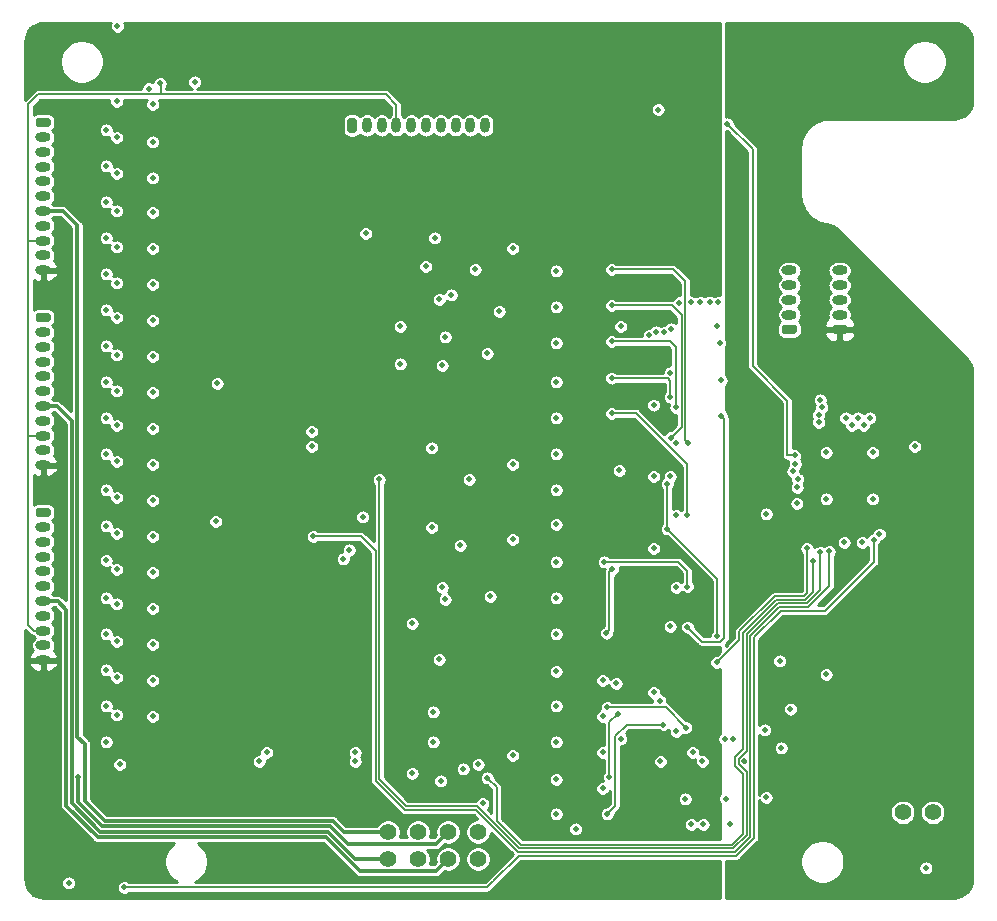
<source format=gbr>
%TF.GenerationSoftware,KiCad,Pcbnew,(5.1.10)-1*%
%TF.CreationDate,2023-08-16T19:47:32-05:00*%
%TF.ProjectId,brs_flight_computer,6272735f-666c-4696-9768-745f636f6d70,rev?*%
%TF.SameCoordinates,Original*%
%TF.FileFunction,Copper,L3,Inr*%
%TF.FilePolarity,Positive*%
%FSLAX46Y46*%
G04 Gerber Fmt 4.6, Leading zero omitted, Abs format (unit mm)*
G04 Created by KiCad (PCBNEW (5.1.10)-1) date 2023-08-16 19:47:32*
%MOMM*%
%LPD*%
G01*
G04 APERTURE LIST*
%TA.AperFunction,ComponentPad*%
%ADD10O,0.800000X1.300000*%
%TD*%
%TA.AperFunction,ComponentPad*%
%ADD11C,1.400000*%
%TD*%
%TA.AperFunction,ComponentPad*%
%ADD12O,1.300000X0.800000*%
%TD*%
%TA.AperFunction,ViaPad*%
%ADD13C,0.508000*%
%TD*%
%TA.AperFunction,Conductor*%
%ADD14C,0.152400*%
%TD*%
%TA.AperFunction,Conductor*%
%ADD15C,0.304800*%
%TD*%
%TA.AperFunction,Conductor*%
%ADD16C,0.254000*%
%TD*%
%TA.AperFunction,Conductor*%
%ADD17C,0.100000*%
%TD*%
G04 APERTURE END LIST*
D10*
%TO.N,/Microcontroller/NC_V*%
%TO.C,J3*%
X152728000Y-79248000D03*
%TO.N,/Microcontroller/NO_V*%
X151478000Y-79248000D03*
%TO.N,/Microcontroller/UNSET*%
X150228000Y-79248000D03*
%TO.N,/Microcontroller/SET*%
X148978000Y-79248000D03*
%TO.N,/Microcontroller/MAG_INT*%
X147728000Y-79248000D03*
%TO.N,/Ground Switcher/SDA*%
X146478000Y-79248000D03*
%TO.N,/Ground Switcher/SCL*%
X145228000Y-79248000D03*
%TO.N,GND*%
X143978000Y-79248000D03*
%TO.N,VPP*%
X142728000Y-79248000D03*
%TO.N,VDDF*%
%TA.AperFunction,ComponentPad*%
G36*
G01*
X141078000Y-79698000D02*
X141078000Y-78798000D01*
G75*
G02*
X141278000Y-78598000I200000J0D01*
G01*
X141678000Y-78598000D01*
G75*
G02*
X141878000Y-78798000I0J-200000D01*
G01*
X141878000Y-79698000D01*
G75*
G02*
X141678000Y-79898000I-200000J0D01*
G01*
X141278000Y-79898000D01*
G75*
G02*
X141078000Y-79698000I0J200000D01*
G01*
G37*
%TD.AperFunction*%
%TD*%
D11*
%TO.N,Net-(R52-Pad2)*%
%TO.C,TP24*%
X188087000Y-137414000D03*
%TO.N,Net-(J5-Pad1)*%
X190627000Y-137414000D03*
%TD*%
%TO.N,Net-(R33-Pad1)*%
%TO.C,TP17*%
X152146000Y-141351000D03*
%TO.N,P3_CP*%
X149606000Y-141351000D03*
%TD*%
%TO.N,Net-(R32-Pad2)*%
%TO.C,TP16*%
X147066000Y-141351000D03*
%TO.N,P2_CP*%
X144526000Y-141351000D03*
%TD*%
%TO.N,Net-(R17-Pad1)*%
%TO.C,TP7*%
X147066000Y-139065000D03*
%TO.N,P1_CP*%
X144526000Y-139065000D03*
%TD*%
%TO.N,Net-(R16-Pad2)*%
%TO.C,TP6*%
X152146000Y-139065000D03*
%TO.N,/Curve Tracer/GAAS_POS*%
X149606000Y-139065000D03*
%TD*%
D12*
%TO.N,GND*%
%TO.C,J2*%
X178498500Y-91520000D03*
%TO.N,PAYLOAD_RST*%
X178498500Y-92770000D03*
%TO.N,TEST*%
X178498500Y-94020000D03*
%TO.N,TCK*%
X178498500Y-95270000D03*
%TO.N,TMS*%
%TA.AperFunction,ComponentPad*%
G36*
G01*
X178948500Y-96920000D02*
X178048500Y-96920000D01*
G75*
G02*
X177848500Y-96720000I0J200000D01*
G01*
X177848500Y-96320000D01*
G75*
G02*
X178048500Y-96120000I200000J0D01*
G01*
X178948500Y-96120000D01*
G75*
G02*
X179148500Y-96320000I0J-200000D01*
G01*
X179148500Y-96720000D01*
G75*
G02*
X178948500Y-96920000I-200000J0D01*
G01*
G37*
%TD.AperFunction*%
%TD*%
%TO.N,TDI*%
%TO.C,J1*%
X182753000Y-91520000D03*
%TO.N,TDO*%
X182753000Y-92770000D03*
%TO.N,TX_OUT*%
X182753000Y-94020000D03*
%TO.N,RX_IN*%
X182753000Y-95270000D03*
%TO.N,+3V3*%
%TA.AperFunction,ComponentPad*%
G36*
G01*
X183203000Y-96920000D02*
X182303000Y-96920000D01*
G75*
G02*
X182103000Y-96720000I0J200000D01*
G01*
X182103000Y-96320000D01*
G75*
G02*
X182303000Y-96120000I200000J0D01*
G01*
X183203000Y-96120000D01*
G75*
G02*
X183403000Y-96320000I0J-200000D01*
G01*
X183403000Y-96720000D01*
G75*
G02*
X183203000Y-96920000I-200000J0D01*
G01*
G37*
%TD.AperFunction*%
%TD*%
%TO.N,VBUS*%
%TO.C,J14*%
X115316000Y-108004000D03*
%TO.N,GND*%
X115316000Y-106754000D03*
%TO.N,/Ground Switcher/SCL*%
X115316000Y-105504000D03*
%TO.N,/Ground Switcher/SDA*%
X115316000Y-104254000D03*
%TO.N,P2_CP*%
X115316000Y-103004000D03*
%TO.N,P2_P1*%
X115316000Y-101754000D03*
%TO.N,P2_P2*%
X115316000Y-100504000D03*
%TO.N,P2_P3*%
X115316000Y-99254000D03*
%TO.N,P2_P6*%
X115316000Y-98004000D03*
%TO.N,P2_P5*%
X115316000Y-96754000D03*
%TO.N,P2_P4*%
%TA.AperFunction,ComponentPad*%
G36*
G01*
X114866000Y-95104000D02*
X115766000Y-95104000D01*
G75*
G02*
X115966000Y-95304000I0J-200000D01*
G01*
X115966000Y-95704000D01*
G75*
G02*
X115766000Y-95904000I-200000J0D01*
G01*
X114866000Y-95904000D01*
G75*
G02*
X114666000Y-95704000I0J200000D01*
G01*
X114666000Y-95304000D01*
G75*
G02*
X114866000Y-95104000I200000J0D01*
G01*
G37*
%TD.AperFunction*%
%TD*%
%TO.N,VBUS*%
%TO.C,J13*%
X115316000Y-91494000D03*
%TO.N,GND*%
X115316000Y-90244000D03*
%TO.N,/Ground Switcher/SCL*%
X115316000Y-88994000D03*
%TO.N,/Ground Switcher/SDA*%
X115316000Y-87744000D03*
%TO.N,P1_CP*%
X115316000Y-86494000D03*
%TO.N,P1_P1*%
X115316000Y-85244000D03*
%TO.N,P1_P2*%
X115316000Y-83994000D03*
%TO.N,P1_P3*%
X115316000Y-82744000D03*
%TO.N,P1_P6*%
X115316000Y-81494000D03*
%TO.N,P1_P5*%
X115316000Y-80244000D03*
%TO.N,P1_P4*%
%TA.AperFunction,ComponentPad*%
G36*
G01*
X114866000Y-78594000D02*
X115766000Y-78594000D01*
G75*
G02*
X115966000Y-78794000I0J-200000D01*
G01*
X115966000Y-79194000D01*
G75*
G02*
X115766000Y-79394000I-200000J0D01*
G01*
X114866000Y-79394000D01*
G75*
G02*
X114666000Y-79194000I0J200000D01*
G01*
X114666000Y-78794000D01*
G75*
G02*
X114866000Y-78594000I200000J0D01*
G01*
G37*
%TD.AperFunction*%
%TD*%
%TO.N,VBUS*%
%TO.C,J10*%
X115316000Y-124514000D03*
%TO.N,GND*%
X115316000Y-123264000D03*
%TO.N,/Ground Switcher/SCL*%
X115316000Y-122014000D03*
%TO.N,/Ground Switcher/SDA*%
X115316000Y-120764000D03*
%TO.N,P3_CP*%
X115316000Y-119514000D03*
%TO.N,P3_P1*%
X115316000Y-118264000D03*
%TO.N,P3_P2*%
X115316000Y-117014000D03*
%TO.N,P3_P3*%
X115316000Y-115764000D03*
%TO.N,P3_P6*%
X115316000Y-114514000D03*
%TO.N,P3_P5*%
X115316000Y-113264000D03*
%TO.N,P3_P4*%
%TA.AperFunction,ComponentPad*%
G36*
G01*
X114866000Y-111614000D02*
X115766000Y-111614000D01*
G75*
G02*
X115966000Y-111814000I0J-200000D01*
G01*
X115966000Y-112214000D01*
G75*
G02*
X115766000Y-112414000I-200000J0D01*
G01*
X114866000Y-112414000D01*
G75*
G02*
X114666000Y-112214000I0J200000D01*
G01*
X114666000Y-111814000D01*
G75*
G02*
X114866000Y-111614000I200000J0D01*
G01*
G37*
%TD.AperFunction*%
%TD*%
D13*
%TO.N,GND*%
X181610000Y-110871000D03*
X185547000Y-110871000D03*
X185547000Y-106934000D03*
X181610000Y-106934000D03*
X128143000Y-75565000D03*
X121602500Y-70866000D03*
X145542000Y-96266000D03*
X145542000Y-99441000D03*
X149860000Y-93599000D03*
X149352000Y-97155000D03*
X153924000Y-94996000D03*
X147701000Y-91186000D03*
X158750000Y-91567000D03*
X158750000Y-94615000D03*
X158750000Y-97663000D03*
X158750000Y-100965000D03*
X158750000Y-104013000D03*
X158750000Y-107061000D03*
X158750000Y-110109000D03*
X158750000Y-113030000D03*
X158750000Y-116205000D03*
X158750000Y-119253000D03*
X158750000Y-122301000D03*
X158750000Y-125476000D03*
X158750000Y-128397000D03*
X158750000Y-131445000D03*
X158750000Y-134620000D03*
X158750000Y-137541000D03*
X129921000Y-112776000D03*
X138049000Y-106426000D03*
X138049000Y-105156000D03*
X130048000Y-101092000D03*
X142621000Y-88392000D03*
X124587000Y-80645000D03*
X120650000Y-82677000D03*
X120650000Y-85725000D03*
X120650000Y-88773000D03*
X120650000Y-91821000D03*
X120650000Y-94869000D03*
X120650000Y-97917000D03*
X120650000Y-100965000D03*
X120650000Y-104013000D03*
X120650000Y-107061000D03*
X120650000Y-110109000D03*
X120650000Y-113157000D03*
X120650000Y-116078000D03*
X120650000Y-119253000D03*
X120650000Y-122301000D03*
X120650000Y-125349000D03*
X120650000Y-128397000D03*
X120650000Y-131445000D03*
X120650000Y-79629000D03*
X124587000Y-77470000D03*
X124587000Y-83693000D03*
X124587000Y-86614000D03*
X124587000Y-89662000D03*
X124587000Y-92710000D03*
X124587000Y-95758000D03*
X124587000Y-98806000D03*
X124587000Y-101854000D03*
X124587000Y-104902000D03*
X124587000Y-107950000D03*
X124587000Y-110998000D03*
X124587000Y-114046000D03*
X124587000Y-117094000D03*
X124587000Y-120142000D03*
X124587000Y-123190000D03*
X124587000Y-126238000D03*
X124587000Y-129286000D03*
X121793000Y-133350000D03*
X117475000Y-143383000D03*
X177800000Y-131953000D03*
X181610000Y-125730000D03*
X140716000Y-115951000D03*
X148209000Y-106553000D03*
X148209000Y-113284000D03*
X146558000Y-121412000D03*
X149352000Y-119380000D03*
X153162000Y-119126000D03*
X148336000Y-131445000D03*
X150876000Y-133731000D03*
X146558000Y-134112000D03*
X148463000Y-88773000D03*
X176530000Y-112141000D03*
X190055500Y-142113000D03*
X173037500Y-131191000D03*
X164084000Y-108458000D03*
X168402000Y-108966000D03*
X168402000Y-121666000D03*
X163830000Y-126492000D03*
%TO.N,VAA*%
X189103000Y-106426000D03*
%TO.N,PAYLOAD_RST*%
X179133500Y-111252000D03*
%TO.N,+3V3*%
X162687000Y-126238000D03*
X162687000Y-129286000D03*
X162687000Y-132334000D03*
X162687000Y-135382000D03*
X167386000Y-77913500D03*
X148336000Y-128905000D03*
X148971000Y-134747000D03*
X191516000Y-105664000D03*
X185293000Y-99949000D03*
X185801000Y-98298000D03*
X183832500Y-101092000D03*
X188455000Y-114567000D03*
X188455000Y-117615000D03*
X187452000Y-112268000D03*
X176466500Y-108775500D03*
X184975500Y-142113000D03*
X164211000Y-131191000D03*
X167513000Y-127952500D03*
X167579000Y-133093500D03*
X171135000Y-133093500D03*
X174691000Y-133093500D03*
X172402500Y-96266000D03*
X164211000Y-96266000D03*
X152527000Y-136652000D03*
X183960000Y-117157000D03*
X152908000Y-98552000D03*
%TO.N,GAAS_VOLTAGE*%
X148844000Y-124460000D03*
X172466000Y-94234000D03*
%TO.N,P_1_VOLTAGE*%
X148844000Y-93980000D03*
X170154600Y-94234000D03*
%TO.N,GAAS_CURRENT*%
X152146000Y-133350000D03*
X169189400Y-94251735D03*
%TO.N,P_1_CURRENT*%
X151892000Y-91440000D03*
X167214681Y-96732660D03*
%TO.N,P_2_VOLTAGE*%
X149098000Y-99568000D03*
X170942000Y-94234000D03*
%TO.N,P_3_VOLTAGE*%
X149098000Y-118364000D03*
X171735625Y-94202375D03*
%TO.N,P_2_CURRENT*%
X151384000Y-109220000D03*
X167894000Y-96774000D03*
%TO.N,P_3_CURRENT*%
X168484681Y-96478660D03*
X150622000Y-114808000D03*
%TO.N,+5V*%
X160401000Y-138811000D03*
X169672000Y-136271000D03*
X176530000Y-136144000D03*
X173101000Y-136271000D03*
%TO.N,/Ground Switcher/SCL*%
X125222000Y-75692000D03*
X184658000Y-114554000D03*
%TO.N,/Ground Switcher/SDA*%
X124269500Y-76136500D03*
X183134000Y-114554000D03*
%TO.N,/Curve Tracer/GAAS_POS*%
X118300510Y-134429500D03*
%TO.N,/Ground Switcher/GAAS_TEMP*%
X185630150Y-114328224D03*
X122174000Y-143764000D03*
%TO.N,Net-(J21-Pad4)*%
X173482000Y-138430000D03*
%TO.N,Net-(J21-Pad3)*%
X171196000Y-138430000D03*
%TO.N,Net-(J21-Pad2)*%
X170180000Y-138430000D03*
%TO.N,/Microcontroller/MAG_INT*%
X183261000Y-104013000D03*
%TO.N,/Microcontroller/UNSET*%
X184277000Y-104013000D03*
%TO.N,/Microcontroller/SET*%
X183769000Y-104648000D03*
%TO.N,/Microcontroller/NC_V*%
X185293000Y-104013000D03*
%TO.N,/Microcontroller/NO_V*%
X184782400Y-104648000D03*
%TO.N,/Curve Tracer/S1_CT*%
X181229001Y-103123996D03*
%TO.N,/EPS Connections/BUSY*%
X186112750Y-113861250D03*
X176403000Y-130429000D03*
%TO.N,/EPS Connections/TX*%
X179197000Y-109198600D03*
X173736000Y-131191000D03*
%TO.N,/EPS Connections/RX*%
X179153751Y-109902252D03*
X170307000Y-132334000D03*
%TO.N,Net-(R16-Pad2)*%
X155067000Y-132588000D03*
%TO.N,Net-(R32-Pad2)*%
X155067000Y-107950000D03*
%TO.N,Net-(R71-Pad2)*%
X121539000Y-77216000D03*
X121539000Y-92583000D03*
X121539000Y-89535000D03*
X121539000Y-86487000D03*
X121539000Y-83312000D03*
X121539000Y-80264000D03*
%TO.N,Net-(R72-Pad2)*%
X121539000Y-95504000D03*
X121539000Y-110744000D03*
X121539000Y-107696000D03*
X121539000Y-104648000D03*
X121539000Y-101727000D03*
X121539000Y-98679000D03*
%TO.N,Net-(R73-Pad2)*%
X121539000Y-113792000D03*
X121539000Y-129159000D03*
X121539000Y-125984000D03*
X121539000Y-122936000D03*
X121539000Y-119761000D03*
X121539000Y-116840000D03*
%TO.N,/EPS Connections/READ_BUSS*%
X178941250Y-107189750D03*
X173228000Y-79121000D03*
%TO.N,Net-(U23-Pad4)*%
X163449000Y-103632000D03*
X169862500Y-112204500D03*
%TO.N,Net-(U26-Pad6)*%
X168148000Y-113411000D03*
X168148000Y-109601000D03*
X172402500Y-122491500D03*
%TO.N,Net-(U18-Pad4)*%
X163449000Y-91440000D03*
X169926000Y-106172000D03*
%TO.N,Net-(U19-Pad4)*%
X163449000Y-94488000D03*
X168443025Y-105689400D03*
%TO.N,Net-(U20-Pad4)*%
X163449000Y-97536000D03*
X168884590Y-103124000D03*
%TO.N,Net-(U21-Pad6)*%
X163449000Y-100647500D03*
X168401990Y-102235000D03*
X172720000Y-103822500D03*
X169862500Y-121729500D03*
%TO.N,Net-(U33-Pad4)*%
X163068000Y-128524000D03*
X169735500Y-130238500D03*
%TO.N,Net-(U35-Pad4)*%
X163258500Y-134429500D03*
X163957000Y-129095500D03*
%TO.N,Net-(U36-Pad6)*%
X163068000Y-137541000D03*
X167830500Y-129984500D03*
%TO.N,Net-(U28-Pad4)*%
X162814000Y-116205000D03*
X169862500Y-118300500D03*
%TO.N,Net-(U30-Pad4)*%
X163004500Y-122237500D03*
X163512500Y-116840000D03*
%TO.N,/Microcontroller/CT_GOOD*%
X172339000Y-124714000D03*
%TO.N,/Ground Switcher/MUX_GOOD*%
X181102000Y-115379500D03*
%TO.N,/Curve Tracer/GAAS_ON*%
X180467000Y-116141500D03*
X152908000Y-134493000D03*
%TO.N,/Microcontroller/CT_GOOD*%
X179984400Y-115062000D03*
%TO.N,/Ground Switcher/MUX_GOOD*%
X143764000Y-109220000D03*
%TO.N,/Ground Switcher/MUX_CLOCK*%
X181864000Y-115316000D03*
X138176000Y-114046000D03*
%TO.N,/Curve Tracer/S1_CT*%
X166624000Y-97028000D03*
%TO.N,/Curve Tracer/READ_VOLTAGE*%
X180975000Y-104394000D03*
X172720000Y-100838000D03*
%TO.N,/Curve Tracer/READ_CURRENT*%
X180975000Y-103733597D03*
X168401990Y-100209768D03*
%TO.N,/Curve Tracer/S0_CT*%
X181099484Y-102476419D03*
X172593000Y-97663000D03*
%TO.N,/Microcontroller/TRACE_DIR*%
X167005000Y-127254000D03*
X167005000Y-102933500D03*
X167005000Y-108966000D03*
X167005000Y-115062000D03*
X178790600Y-108544359D03*
%TO.N,/Microcontroller/LADDER_CLOCK*%
X168910000Y-130556000D03*
X168910000Y-106172000D03*
X168910000Y-118364000D03*
X168910000Y-112268000D03*
X178981000Y-107912000D03*
%TO.N,Net-(U38-Pad6)*%
X141732000Y-133096000D03*
X133604000Y-133096000D03*
%TO.N,Net-(U38-Pad5)*%
X141732000Y-132334000D03*
X134239000Y-132334000D03*
%TO.N,Net-(U39-Pad1)*%
X142367000Y-112395000D03*
X141224000Y-115189000D03*
%TO.N,VBUS*%
X162687000Y-89662000D03*
X162687000Y-92710000D03*
X162687000Y-95758000D03*
X162687000Y-98806000D03*
X162687000Y-101854000D03*
X162687000Y-104902000D03*
X162687000Y-107950000D03*
X162687000Y-110998000D03*
X162687000Y-114046000D03*
X162687000Y-117094000D03*
X162687000Y-120142000D03*
X162687000Y-123190000D03*
X164084000Y-124714000D03*
X164084000Y-118999000D03*
X164084000Y-112903000D03*
X164084000Y-106807000D03*
X167513000Y-111506000D03*
X167513000Y-117602000D03*
X167513000Y-123698000D03*
X177673000Y-124587000D03*
X133858000Y-77913500D03*
X129921000Y-130810000D03*
X135382000Y-129794000D03*
X142367000Y-130810000D03*
X138049000Y-112776000D03*
X134112000Y-108712000D03*
X129921000Y-114173000D03*
X130327410Y-105918000D03*
X130048000Y-102362000D03*
X134493000Y-102362000D03*
X142138400Y-102362000D03*
X144907000Y-106172000D03*
X148209000Y-104521000D03*
X148209000Y-110871000D03*
X152654000Y-123698000D03*
X152527000Y-122428000D03*
X148463000Y-85725000D03*
X167513000Y-103632000D03*
X124650500Y-78613000D03*
X124650500Y-81661000D03*
X124650500Y-84709000D03*
X124650500Y-87757000D03*
X124563250Y-90781250D03*
X124587000Y-93853000D03*
X124587000Y-96901000D03*
X124587000Y-100012500D03*
X124534159Y-102944159D03*
X124523500Y-106045000D03*
X124523500Y-109156500D03*
X124523500Y-112204500D03*
X124523500Y-115189000D03*
X124523500Y-118237000D03*
X124523500Y-121285000D03*
X124523500Y-124269500D03*
X124523500Y-127381000D03*
X124523500Y-130429000D03*
X115316000Y-108902500D03*
X126111000Y-75565000D03*
X178574574Y-128663574D03*
%TO.N,Net-(R17-Pad1)*%
X155067000Y-89662000D03*
%TO.N,Net-(R33-Pad1)*%
X155067000Y-114300000D03*
%TD*%
D14*
%TO.N,/Ground Switcher/SCL*%
X114521000Y-122014000D02*
X115316000Y-122014000D01*
X114046000Y-121539000D02*
X114521000Y-122014000D01*
X114079000Y-105504000D02*
X114046000Y-105537000D01*
X115316000Y-105504000D02*
X114079000Y-105504000D01*
X114046000Y-105537000D02*
X114046000Y-121539000D01*
X114896899Y-76619101D02*
X124654109Y-76619101D01*
X114046000Y-77470000D02*
X114896899Y-76619101D01*
X114079000Y-88994000D02*
X114046000Y-89027000D01*
X115316000Y-88994000D02*
X114079000Y-88994000D01*
X114046000Y-89027000D02*
X114046000Y-77470000D01*
X114046000Y-105537000D02*
X114046000Y-89027000D01*
X145228000Y-77537000D02*
X145228000Y-79248000D01*
X144310101Y-76619101D02*
X145228000Y-77537000D01*
X125260101Y-75730101D02*
X125222000Y-75692000D01*
X125260101Y-76619101D02*
X125260101Y-75730101D01*
X124654109Y-76619101D02*
X125260101Y-76619101D01*
X125260101Y-76619101D02*
X144310101Y-76619101D01*
D15*
%TO.N,/Curve Tracer/GAAS_POS*%
X118300510Y-134429500D02*
X118300510Y-136565326D01*
X118300510Y-136565326D02*
X120330265Y-138595081D01*
X120330265Y-138595081D02*
X139634266Y-138595082D01*
X148601199Y-140069801D02*
X149606000Y-139065000D01*
X141108985Y-140069801D02*
X148601199Y-140069801D01*
X139634266Y-138595082D02*
X141108985Y-140069801D01*
D14*
%TO.N,/Ground Switcher/GAAS_TEMP*%
X185630150Y-116201100D02*
X181511441Y-120319809D01*
X185630150Y-114328224D02*
X185630150Y-116201100D01*
X181511441Y-120319809D02*
X177753459Y-120319809D01*
X177753459Y-120319809D02*
X175478411Y-122594857D01*
X175478409Y-139581723D02*
X173988511Y-141071619D01*
X175478411Y-122594857D02*
X175478409Y-139581723D01*
X173988511Y-141071619D02*
X155600381Y-141071619D01*
X155600381Y-141071619D02*
X153416000Y-143256000D01*
X152908000Y-143764000D02*
X122174000Y-143764000D01*
X153416000Y-143256000D02*
X152908000Y-143764000D01*
%TO.N,/EPS Connections/READ_BUSS*%
X178941250Y-107189750D02*
X178309750Y-107189750D01*
X178309750Y-102557419D02*
X175387000Y-99634669D01*
X178309750Y-107189750D02*
X178309750Y-102557419D01*
X175387000Y-81280000D02*
X173228000Y-79121000D01*
X175387000Y-99634669D02*
X175387000Y-81280000D01*
%TO.N,Net-(U23-Pad4)*%
X163449000Y-103632000D02*
X165544500Y-103632000D01*
X169862500Y-107950000D02*
X169862500Y-112204500D01*
X165544500Y-103632000D02*
X169862500Y-107950000D01*
%TO.N,Net-(U26-Pad6)*%
X168148000Y-113411000D02*
X168148000Y-109601000D01*
X172402500Y-117665500D02*
X172402500Y-122491500D01*
X168148000Y-113411000D02*
X172402500Y-117665500D01*
%TO.N,Net-(U18-Pad4)*%
X163449000Y-91440000D02*
X168656000Y-91440000D01*
X168656000Y-91440000D02*
X169672000Y-92456000D01*
X169672000Y-105918000D02*
X169926000Y-106172000D01*
X169672000Y-92456000D02*
X169672000Y-105918000D01*
%TO.N,Net-(U19-Pad4)*%
X163449000Y-94488000D02*
X168529000Y-94488000D01*
X168529000Y-94488000D02*
X169367190Y-95326190D01*
X169367190Y-104765235D02*
X168443025Y-105689400D01*
X169367190Y-95326190D02*
X169367190Y-104765235D01*
%TO.N,Net-(U20-Pad4)*%
X163449000Y-97536000D02*
X168427380Y-97536000D01*
X168884590Y-97993210D02*
X168884590Y-103124000D01*
X168427380Y-97536000D02*
X168884590Y-97993210D01*
%TO.N,Net-(U21-Pad6)*%
X163449000Y-100647500D02*
X168198780Y-100647500D01*
X168401990Y-100850710D02*
X168401990Y-102235000D01*
X168198780Y-100647500D02*
X168401990Y-100850710D01*
X171107101Y-122974101D02*
X169862500Y-121729500D01*
X172634149Y-122974101D02*
X171107101Y-122974101D01*
X172973999Y-122634251D02*
X172634149Y-122974101D01*
X172973999Y-104076499D02*
X172973999Y-122634251D01*
X172720000Y-103822500D02*
X172973999Y-104076499D01*
%TO.N,Net-(U33-Pad4)*%
X168021000Y-128524000D02*
X169735500Y-130238500D01*
X163068000Y-128524000D02*
X168021000Y-128524000D01*
%TO.N,Net-(U35-Pad4)*%
X163258500Y-129794000D02*
X163957000Y-129095500D01*
X163258500Y-134429500D02*
X163258500Y-129794000D01*
%TO.N,Net-(U36-Pad6)*%
X163728399Y-130959351D02*
X164703250Y-129984500D01*
X163728399Y-131422649D02*
X163728399Y-130959351D01*
X163741101Y-131435351D02*
X163728399Y-131422649D01*
X163741101Y-136867899D02*
X163741101Y-131435351D01*
X163068000Y-137541000D02*
X163741101Y-136867899D01*
X164703250Y-129984500D02*
X167830500Y-129984500D01*
%TO.N,Net-(U28-Pad4)*%
X162814000Y-116205000D02*
X168719500Y-116205000D01*
X168719500Y-116205000D02*
X169100500Y-116205000D01*
X169862500Y-116967000D02*
X169862500Y-118300500D01*
X169100500Y-116205000D02*
X169862500Y-116967000D01*
%TO.N,Net-(U30-Pad4)*%
X163258499Y-117094001D02*
X163512500Y-116840000D01*
X163258499Y-121983501D02*
X163258499Y-117094001D01*
X163004500Y-122237500D02*
X163258499Y-121983501D01*
%TO.N,/Microcontroller/CT_GOOD*%
X179984400Y-115062000D02*
X179984400Y-118822658D01*
X179984400Y-118822658D02*
X179706486Y-119100572D01*
X179706486Y-119100572D02*
X177248431Y-119100573D01*
X177248431Y-119100573D02*
X174259171Y-122089833D01*
X174259171Y-122793829D02*
X172339000Y-124714000D01*
X174259171Y-122089833D02*
X174259171Y-122793829D01*
%TO.N,/Ground Switcher/MUX_GOOD*%
X181102000Y-115379500D02*
X181102000Y-118567190D01*
X181102000Y-118567190D02*
X179959000Y-119710190D01*
X179959000Y-119710190D02*
X177500945Y-119710191D01*
X177500945Y-119710191D02*
X174868791Y-122342345D01*
X174208399Y-133314399D02*
X174868791Y-133974791D01*
X174208399Y-132861851D02*
X174208399Y-133314399D01*
X174868791Y-132201459D02*
X174208399Y-132861851D01*
X174868791Y-122342345D02*
X174868791Y-132201459D01*
X174868791Y-133974791D02*
X174868791Y-135636000D01*
X174868791Y-135636000D02*
X174868791Y-139329209D01*
X174868791Y-139329209D02*
X173736000Y-140462000D01*
X173736000Y-140462000D02*
X156464000Y-140462000D01*
X155622750Y-140462000D02*
X152066750Y-136906000D01*
X156464000Y-140462000D02*
X155622750Y-140462000D01*
X152066750Y-136906000D02*
X146050000Y-136906000D01*
X143764000Y-134620000D02*
X143764000Y-109220000D01*
X146050000Y-136906000D02*
X143764000Y-134620000D01*
%TO.N,/Ground Switcher/MUX_CLOCK*%
X181864000Y-118236254D02*
X180085255Y-120014999D01*
X181864000Y-115316000D02*
X181864000Y-118236254D01*
X180085255Y-120014999D02*
X177627203Y-120014999D01*
X177627203Y-120014999D02*
X175173601Y-122468601D01*
X175173601Y-122468601D02*
X175173601Y-135509744D01*
X175173600Y-139455466D02*
X173862256Y-140766810D01*
X175173601Y-135509744D02*
X175173600Y-139455466D01*
X155496493Y-140766809D02*
X151940494Y-137210810D01*
X173862256Y-140766810D02*
X155496493Y-140766809D01*
X145923743Y-137210809D02*
X143459190Y-134746256D01*
X151940494Y-137210810D02*
X145923743Y-137210809D01*
X143459190Y-134746256D02*
X143459190Y-115265190D01*
X142240000Y-114046000D02*
X138176000Y-114046000D01*
X143459190Y-115265190D02*
X142240000Y-114046000D01*
%TO.N,/Curve Tracer/GAAS_ON*%
X180467000Y-116141500D02*
X180467000Y-118771124D01*
X180467000Y-118771124D02*
X179832742Y-119405382D01*
X179832742Y-119405382D02*
X177374688Y-119405382D01*
X174563981Y-122216089D02*
X174563981Y-132075203D01*
X155749006Y-140157190D02*
X153718908Y-138127092D01*
X153718908Y-135303908D02*
X152908000Y-134493000D01*
X177374688Y-119405382D02*
X174563981Y-122216089D01*
X173609744Y-140157190D02*
X155749006Y-140157190D01*
X173903589Y-132735595D02*
X173903589Y-133517589D01*
X174563981Y-132075203D02*
X173903589Y-132735595D01*
X174563981Y-139202953D02*
X173609744Y-140157190D01*
X174563981Y-134177981D02*
X174563981Y-139202953D01*
X173903589Y-133517589D02*
X174563981Y-134177981D01*
X153718908Y-138127092D02*
X153718908Y-135303908D01*
D15*
%TO.N,P3_CP*%
X115316000Y-119514000D02*
X116529500Y-119514000D01*
X116529500Y-119514000D02*
X117284500Y-120269000D01*
X117284500Y-120269000D02*
X117284500Y-136842500D01*
X117284500Y-136842500D02*
X119951500Y-139509500D01*
X119951500Y-139509500D02*
X139255500Y-139509500D01*
X148601199Y-142355801D02*
X149606000Y-141351000D01*
X142101801Y-142355801D02*
X148601199Y-142355801D01*
X139255500Y-139509500D02*
X142101801Y-142355801D01*
%TO.N,P1_CP*%
X140750776Y-139065000D02*
X144526000Y-139065000D01*
X120519648Y-138137872D02*
X139823649Y-138137873D01*
X118859311Y-136477535D02*
X120519648Y-138137872D01*
X139823649Y-138137873D02*
X140750776Y-139065000D01*
X118859311Y-131660891D02*
X118859311Y-136477535D01*
X118198920Y-131000500D02*
X118859311Y-131660891D01*
X118198920Y-87718920D02*
X118198920Y-131000500D01*
X116974000Y-86494000D02*
X118198920Y-87718920D01*
X115316000Y-86494000D02*
X116974000Y-86494000D01*
%TO.N,P2_CP*%
X115316000Y-103004000D02*
X116466000Y-103004000D01*
X116466000Y-103004000D02*
X117741710Y-104279710D01*
X117741710Y-104279710D02*
X117741710Y-136653118D01*
X117741710Y-136653118D02*
X120140882Y-139052290D01*
X120140882Y-139052290D02*
X139444883Y-139052291D01*
X141743592Y-141351000D02*
X144526000Y-141351000D01*
X139444883Y-139052291D02*
X141743592Y-141351000D01*
%TD*%
D16*
%TO.N,VBUS*%
X116751100Y-120489942D02*
X116751101Y-136816303D01*
X116748521Y-136842500D01*
X116758819Y-136947064D01*
X116789319Y-137047610D01*
X116828645Y-137121182D01*
X116838850Y-137140275D01*
X116866174Y-137173569D01*
X116888807Y-137201148D01*
X116888810Y-137201151D01*
X116905506Y-137221495D01*
X116925850Y-137238191D01*
X119555804Y-139868145D01*
X119572505Y-139888495D01*
X119653725Y-139955151D01*
X119746389Y-140004681D01*
X119846935Y-140035181D01*
X119925305Y-140042900D01*
X119925306Y-140042900D01*
X119951500Y-140045480D01*
X119977694Y-140042900D01*
X126407628Y-140042900D01*
X126241607Y-140153831D01*
X125981561Y-140413877D01*
X125777245Y-140719659D01*
X125636509Y-141059425D01*
X125564762Y-141420119D01*
X125564762Y-141787879D01*
X125636509Y-142148573D01*
X125777245Y-142488339D01*
X125981561Y-142794121D01*
X126241607Y-143054167D01*
X126547389Y-143258483D01*
X126664036Y-143306800D01*
X122614825Y-143306800D01*
X122578789Y-143270764D01*
X122474785Y-143201271D01*
X122359223Y-143153403D01*
X122236542Y-143129000D01*
X122111458Y-143129000D01*
X121988777Y-143153403D01*
X121873215Y-143201271D01*
X121769211Y-143270764D01*
X121680764Y-143359211D01*
X121611271Y-143463215D01*
X121563403Y-143578777D01*
X121539000Y-143701458D01*
X121539000Y-143826542D01*
X121563403Y-143949223D01*
X121611271Y-144064785D01*
X121680764Y-144168789D01*
X121769211Y-144257236D01*
X121873215Y-144326729D01*
X121988777Y-144374597D01*
X122111458Y-144399000D01*
X122236542Y-144399000D01*
X122359223Y-144374597D01*
X122474785Y-144326729D01*
X122578789Y-144257236D01*
X122614825Y-144221200D01*
X152885550Y-144221200D01*
X152908000Y-144223411D01*
X152930450Y-144221200D01*
X152930460Y-144221200D01*
X152997627Y-144214585D01*
X153083809Y-144188441D01*
X153163236Y-144145987D01*
X153232853Y-144088853D01*
X153247174Y-144071403D01*
X153755170Y-143563408D01*
X155789759Y-141528819D01*
X172593000Y-141528819D01*
X172593000Y-144622999D01*
X115339522Y-144622999D01*
X115021408Y-144591807D01*
X114738033Y-144506252D01*
X114476676Y-144367286D01*
X114247287Y-144180201D01*
X114058604Y-143952123D01*
X113917817Y-143691743D01*
X113830285Y-143408973D01*
X113820982Y-143320458D01*
X116840000Y-143320458D01*
X116840000Y-143445542D01*
X116864403Y-143568223D01*
X116912271Y-143683785D01*
X116981764Y-143787789D01*
X117070211Y-143876236D01*
X117174215Y-143945729D01*
X117289777Y-143993597D01*
X117412458Y-144018000D01*
X117537542Y-144018000D01*
X117660223Y-143993597D01*
X117775785Y-143945729D01*
X117879789Y-143876236D01*
X117968236Y-143787789D01*
X118037729Y-143683785D01*
X118085597Y-143568223D01*
X118110000Y-143445542D01*
X118110000Y-143320458D01*
X118085597Y-143197777D01*
X118037729Y-143082215D01*
X117968236Y-142978211D01*
X117879789Y-142889764D01*
X117775785Y-142820271D01*
X117660223Y-142772403D01*
X117537542Y-142748000D01*
X117412458Y-142748000D01*
X117289777Y-142772403D01*
X117174215Y-142820271D01*
X117070211Y-142889764D01*
X116981764Y-142978211D01*
X116912271Y-143082215D01*
X116864403Y-143197777D01*
X116840000Y-143320458D01*
X113820982Y-143320458D01*
X113797000Y-143092287D01*
X113797000Y-124800123D01*
X114071334Y-124800123D01*
X114081006Y-124876972D01*
X114170745Y-125062160D01*
X114294888Y-125226283D01*
X114448664Y-125363033D01*
X114626164Y-125467155D01*
X114820567Y-125534648D01*
X115024401Y-125562918D01*
X115189000Y-125397762D01*
X115189000Y-124641000D01*
X115443000Y-124641000D01*
X115443000Y-125397762D01*
X115607599Y-125562918D01*
X115811433Y-125534648D01*
X116005836Y-125467155D01*
X116183336Y-125363033D01*
X116337112Y-125226283D01*
X116461255Y-125062160D01*
X116550994Y-124876972D01*
X116560666Y-124800123D01*
X116432998Y-124641000D01*
X115443000Y-124641000D01*
X115189000Y-124641000D01*
X114199002Y-124641000D01*
X114071334Y-124800123D01*
X113797000Y-124800123D01*
X113797000Y-121936577D01*
X114181830Y-122321408D01*
X114196147Y-122338853D01*
X114213592Y-122353170D01*
X114265763Y-122395987D01*
X114308217Y-122418678D01*
X114345191Y-122438441D01*
X114423488Y-122462193D01*
X114511078Y-122568922D01*
X114596469Y-122639000D01*
X114511078Y-122709078D01*
X114413481Y-122828001D01*
X114340960Y-122963678D01*
X114296301Y-123110897D01*
X114281222Y-123264000D01*
X114296301Y-123417103D01*
X114340960Y-123564322D01*
X114412124Y-123697461D01*
X114294888Y-123801717D01*
X114170745Y-123965840D01*
X114081006Y-124151028D01*
X114071334Y-124227877D01*
X114199002Y-124387000D01*
X115189000Y-124387000D01*
X115189000Y-124367000D01*
X115443000Y-124367000D01*
X115443000Y-124387000D01*
X116432998Y-124387000D01*
X116560666Y-124227877D01*
X116550994Y-124151028D01*
X116461255Y-123965840D01*
X116337112Y-123801717D01*
X116219876Y-123697461D01*
X116291040Y-123564322D01*
X116335699Y-123417103D01*
X116350778Y-123264000D01*
X116335699Y-123110897D01*
X116291040Y-122963678D01*
X116218519Y-122828001D01*
X116120922Y-122709078D01*
X116035531Y-122639000D01*
X116120922Y-122568922D01*
X116218519Y-122449999D01*
X116291040Y-122314322D01*
X116335699Y-122167103D01*
X116350778Y-122014000D01*
X116335699Y-121860897D01*
X116291040Y-121713678D01*
X116218519Y-121578001D01*
X116120922Y-121459078D01*
X116035531Y-121389000D01*
X116120922Y-121318922D01*
X116218519Y-121199999D01*
X116291040Y-121064322D01*
X116335699Y-120917103D01*
X116350778Y-120764000D01*
X116335699Y-120610897D01*
X116291040Y-120463678D01*
X116218519Y-120328001D01*
X116120922Y-120209078D01*
X116035531Y-120139000D01*
X116120922Y-120068922D01*
X116138585Y-120047400D01*
X116308559Y-120047400D01*
X116751100Y-120489942D01*
%TA.AperFunction,Conductor*%
D17*
G36*
X116751100Y-120489942D02*
G01*
X116751101Y-136816303D01*
X116748521Y-136842500D01*
X116758819Y-136947064D01*
X116789319Y-137047610D01*
X116828645Y-137121182D01*
X116838850Y-137140275D01*
X116866174Y-137173569D01*
X116888807Y-137201148D01*
X116888810Y-137201151D01*
X116905506Y-137221495D01*
X116925850Y-137238191D01*
X119555804Y-139868145D01*
X119572505Y-139888495D01*
X119653725Y-139955151D01*
X119746389Y-140004681D01*
X119846935Y-140035181D01*
X119925305Y-140042900D01*
X119925306Y-140042900D01*
X119951500Y-140045480D01*
X119977694Y-140042900D01*
X126407628Y-140042900D01*
X126241607Y-140153831D01*
X125981561Y-140413877D01*
X125777245Y-140719659D01*
X125636509Y-141059425D01*
X125564762Y-141420119D01*
X125564762Y-141787879D01*
X125636509Y-142148573D01*
X125777245Y-142488339D01*
X125981561Y-142794121D01*
X126241607Y-143054167D01*
X126547389Y-143258483D01*
X126664036Y-143306800D01*
X122614825Y-143306800D01*
X122578789Y-143270764D01*
X122474785Y-143201271D01*
X122359223Y-143153403D01*
X122236542Y-143129000D01*
X122111458Y-143129000D01*
X121988777Y-143153403D01*
X121873215Y-143201271D01*
X121769211Y-143270764D01*
X121680764Y-143359211D01*
X121611271Y-143463215D01*
X121563403Y-143578777D01*
X121539000Y-143701458D01*
X121539000Y-143826542D01*
X121563403Y-143949223D01*
X121611271Y-144064785D01*
X121680764Y-144168789D01*
X121769211Y-144257236D01*
X121873215Y-144326729D01*
X121988777Y-144374597D01*
X122111458Y-144399000D01*
X122236542Y-144399000D01*
X122359223Y-144374597D01*
X122474785Y-144326729D01*
X122578789Y-144257236D01*
X122614825Y-144221200D01*
X152885550Y-144221200D01*
X152908000Y-144223411D01*
X152930450Y-144221200D01*
X152930460Y-144221200D01*
X152997627Y-144214585D01*
X153083809Y-144188441D01*
X153163236Y-144145987D01*
X153232853Y-144088853D01*
X153247174Y-144071403D01*
X153755170Y-143563408D01*
X155789759Y-141528819D01*
X172593000Y-141528819D01*
X172593000Y-144622999D01*
X115339522Y-144622999D01*
X115021408Y-144591807D01*
X114738033Y-144506252D01*
X114476676Y-144367286D01*
X114247287Y-144180201D01*
X114058604Y-143952123D01*
X113917817Y-143691743D01*
X113830285Y-143408973D01*
X113820982Y-143320458D01*
X116840000Y-143320458D01*
X116840000Y-143445542D01*
X116864403Y-143568223D01*
X116912271Y-143683785D01*
X116981764Y-143787789D01*
X117070211Y-143876236D01*
X117174215Y-143945729D01*
X117289777Y-143993597D01*
X117412458Y-144018000D01*
X117537542Y-144018000D01*
X117660223Y-143993597D01*
X117775785Y-143945729D01*
X117879789Y-143876236D01*
X117968236Y-143787789D01*
X118037729Y-143683785D01*
X118085597Y-143568223D01*
X118110000Y-143445542D01*
X118110000Y-143320458D01*
X118085597Y-143197777D01*
X118037729Y-143082215D01*
X117968236Y-142978211D01*
X117879789Y-142889764D01*
X117775785Y-142820271D01*
X117660223Y-142772403D01*
X117537542Y-142748000D01*
X117412458Y-142748000D01*
X117289777Y-142772403D01*
X117174215Y-142820271D01*
X117070211Y-142889764D01*
X116981764Y-142978211D01*
X116912271Y-143082215D01*
X116864403Y-143197777D01*
X116840000Y-143320458D01*
X113820982Y-143320458D01*
X113797000Y-143092287D01*
X113797000Y-124800123D01*
X114071334Y-124800123D01*
X114081006Y-124876972D01*
X114170745Y-125062160D01*
X114294888Y-125226283D01*
X114448664Y-125363033D01*
X114626164Y-125467155D01*
X114820567Y-125534648D01*
X115024401Y-125562918D01*
X115189000Y-125397762D01*
X115189000Y-124641000D01*
X115443000Y-124641000D01*
X115443000Y-125397762D01*
X115607599Y-125562918D01*
X115811433Y-125534648D01*
X116005836Y-125467155D01*
X116183336Y-125363033D01*
X116337112Y-125226283D01*
X116461255Y-125062160D01*
X116550994Y-124876972D01*
X116560666Y-124800123D01*
X116432998Y-124641000D01*
X115443000Y-124641000D01*
X115189000Y-124641000D01*
X114199002Y-124641000D01*
X114071334Y-124800123D01*
X113797000Y-124800123D01*
X113797000Y-121936577D01*
X114181830Y-122321408D01*
X114196147Y-122338853D01*
X114213592Y-122353170D01*
X114265763Y-122395987D01*
X114308217Y-122418678D01*
X114345191Y-122438441D01*
X114423488Y-122462193D01*
X114511078Y-122568922D01*
X114596469Y-122639000D01*
X114511078Y-122709078D01*
X114413481Y-122828001D01*
X114340960Y-122963678D01*
X114296301Y-123110897D01*
X114281222Y-123264000D01*
X114296301Y-123417103D01*
X114340960Y-123564322D01*
X114412124Y-123697461D01*
X114294888Y-123801717D01*
X114170745Y-123965840D01*
X114081006Y-124151028D01*
X114071334Y-124227877D01*
X114199002Y-124387000D01*
X115189000Y-124387000D01*
X115189000Y-124367000D01*
X115443000Y-124367000D01*
X115443000Y-124387000D01*
X116432998Y-124387000D01*
X116560666Y-124227877D01*
X116550994Y-124151028D01*
X116461255Y-123965840D01*
X116337112Y-123801717D01*
X116219876Y-123697461D01*
X116291040Y-123564322D01*
X116335699Y-123417103D01*
X116350778Y-123264000D01*
X116335699Y-123110897D01*
X116291040Y-122963678D01*
X116218519Y-122828001D01*
X116120922Y-122709078D01*
X116035531Y-122639000D01*
X116120922Y-122568922D01*
X116218519Y-122449999D01*
X116291040Y-122314322D01*
X116335699Y-122167103D01*
X116350778Y-122014000D01*
X116335699Y-121860897D01*
X116291040Y-121713678D01*
X116218519Y-121578001D01*
X116120922Y-121459078D01*
X116035531Y-121389000D01*
X116120922Y-121318922D01*
X116218519Y-121199999D01*
X116291040Y-121064322D01*
X116335699Y-120917103D01*
X116350778Y-120764000D01*
X116335699Y-120610897D01*
X116291040Y-120463678D01*
X116218519Y-120328001D01*
X116120922Y-120209078D01*
X116035531Y-120139000D01*
X116120922Y-120068922D01*
X116138585Y-120047400D01*
X116308559Y-120047400D01*
X116751100Y-120489942D01*
G37*
%TD.AperFunction*%
D16*
X120991903Y-70680777D02*
X120967500Y-70803458D01*
X120967500Y-70928542D01*
X120991903Y-71051223D01*
X121039771Y-71166785D01*
X121109264Y-71270789D01*
X121197711Y-71359236D01*
X121301715Y-71428729D01*
X121417277Y-71476597D01*
X121539958Y-71501000D01*
X121665042Y-71501000D01*
X121787723Y-71476597D01*
X121903285Y-71428729D01*
X122007289Y-71359236D01*
X122095736Y-71270789D01*
X122165229Y-71166785D01*
X122213097Y-71051223D01*
X122237500Y-70928542D01*
X122237500Y-70803458D01*
X122213097Y-70680777D01*
X122173424Y-70585000D01*
X172593000Y-70585000D01*
X172593000Y-93611822D01*
X172528542Y-93599000D01*
X172403458Y-93599000D01*
X172280777Y-93623403D01*
X172165215Y-93671271D01*
X172124478Y-93698491D01*
X172036410Y-93639646D01*
X171920848Y-93591778D01*
X171798167Y-93567375D01*
X171673083Y-93567375D01*
X171550402Y-93591778D01*
X171434840Y-93639646D01*
X171330836Y-93709139D01*
X171318268Y-93721707D01*
X171242785Y-93671271D01*
X171127223Y-93623403D01*
X171004542Y-93599000D01*
X170879458Y-93599000D01*
X170756777Y-93623403D01*
X170641215Y-93671271D01*
X170548300Y-93733355D01*
X170455385Y-93671271D01*
X170339823Y-93623403D01*
X170217142Y-93599000D01*
X170129200Y-93599000D01*
X170129200Y-92478450D01*
X170131411Y-92456000D01*
X170129200Y-92433550D01*
X170129200Y-92433540D01*
X170122585Y-92366373D01*
X170096441Y-92280191D01*
X170053987Y-92200764D01*
X169996853Y-92131147D01*
X169979409Y-92116831D01*
X168995174Y-91132597D01*
X168980853Y-91115147D01*
X168911236Y-91058013D01*
X168831809Y-91015559D01*
X168745627Y-90989415D01*
X168678460Y-90982800D01*
X168678450Y-90982800D01*
X168656000Y-90980589D01*
X168633550Y-90982800D01*
X163889825Y-90982800D01*
X163853789Y-90946764D01*
X163749785Y-90877271D01*
X163634223Y-90829403D01*
X163511542Y-90805000D01*
X163386458Y-90805000D01*
X163263777Y-90829403D01*
X163148215Y-90877271D01*
X163044211Y-90946764D01*
X162955764Y-91035211D01*
X162886271Y-91139215D01*
X162838403Y-91254777D01*
X162814000Y-91377458D01*
X162814000Y-91502542D01*
X162838403Y-91625223D01*
X162886271Y-91740785D01*
X162955764Y-91844789D01*
X163044211Y-91933236D01*
X163148215Y-92002729D01*
X163263777Y-92050597D01*
X163386458Y-92075000D01*
X163511542Y-92075000D01*
X163634223Y-92050597D01*
X163749785Y-92002729D01*
X163853789Y-91933236D01*
X163889825Y-91897200D01*
X168466623Y-91897200D01*
X169214800Y-92645378D01*
X169214800Y-93616735D01*
X169126858Y-93616735D01*
X169004177Y-93641138D01*
X168888615Y-93689006D01*
X168784611Y-93758499D01*
X168696164Y-93846946D01*
X168626671Y-93950950D01*
X168591944Y-94034787D01*
X168551460Y-94030800D01*
X168551450Y-94030800D01*
X168529000Y-94028589D01*
X168506550Y-94030800D01*
X163889825Y-94030800D01*
X163853789Y-93994764D01*
X163749785Y-93925271D01*
X163634223Y-93877403D01*
X163511542Y-93853000D01*
X163386458Y-93853000D01*
X163263777Y-93877403D01*
X163148215Y-93925271D01*
X163044211Y-93994764D01*
X162955764Y-94083211D01*
X162886271Y-94187215D01*
X162838403Y-94302777D01*
X162814000Y-94425458D01*
X162814000Y-94550542D01*
X162838403Y-94673223D01*
X162886271Y-94788785D01*
X162955764Y-94892789D01*
X163044211Y-94981236D01*
X163148215Y-95050729D01*
X163263777Y-95098597D01*
X163386458Y-95123000D01*
X163511542Y-95123000D01*
X163634223Y-95098597D01*
X163749785Y-95050729D01*
X163853789Y-94981236D01*
X163889825Y-94945200D01*
X168339623Y-94945200D01*
X168909990Y-95515569D01*
X168909990Y-96005944D01*
X168889470Y-95985424D01*
X168785466Y-95915931D01*
X168669904Y-95868063D01*
X168547223Y-95843660D01*
X168422139Y-95843660D01*
X168299458Y-95868063D01*
X168183896Y-95915931D01*
X168079892Y-95985424D01*
X167991445Y-96073871D01*
X167947927Y-96139000D01*
X167831458Y-96139000D01*
X167708777Y-96163403D01*
X167593215Y-96211271D01*
X167585275Y-96216576D01*
X167515466Y-96169931D01*
X167399904Y-96122063D01*
X167277223Y-96097660D01*
X167152139Y-96097660D01*
X167029458Y-96122063D01*
X166913896Y-96169931D01*
X166809892Y-96239424D01*
X166721445Y-96327871D01*
X166677927Y-96393000D01*
X166561458Y-96393000D01*
X166438777Y-96417403D01*
X166323215Y-96465271D01*
X166219211Y-96534764D01*
X166130764Y-96623211D01*
X166061271Y-96727215D01*
X166013403Y-96842777D01*
X165989000Y-96965458D01*
X165989000Y-97078800D01*
X163889825Y-97078800D01*
X163853789Y-97042764D01*
X163749785Y-96973271D01*
X163634223Y-96925403D01*
X163511542Y-96901000D01*
X163386458Y-96901000D01*
X163263777Y-96925403D01*
X163148215Y-96973271D01*
X163044211Y-97042764D01*
X162955764Y-97131211D01*
X162886271Y-97235215D01*
X162838403Y-97350777D01*
X162814000Y-97473458D01*
X162814000Y-97598542D01*
X162838403Y-97721223D01*
X162886271Y-97836785D01*
X162955764Y-97940789D01*
X163044211Y-98029236D01*
X163148215Y-98098729D01*
X163263777Y-98146597D01*
X163386458Y-98171000D01*
X163511542Y-98171000D01*
X163634223Y-98146597D01*
X163749785Y-98098729D01*
X163853789Y-98029236D01*
X163889825Y-97993200D01*
X168238002Y-97993200D01*
X168427390Y-98182588D01*
X168427390Y-99574768D01*
X168339448Y-99574768D01*
X168216767Y-99599171D01*
X168101205Y-99647039D01*
X167997201Y-99716532D01*
X167908754Y-99804979D01*
X167839261Y-99908983D01*
X167791393Y-100024545D01*
X167766990Y-100147226D01*
X167766990Y-100190300D01*
X163889825Y-100190300D01*
X163853789Y-100154264D01*
X163749785Y-100084771D01*
X163634223Y-100036903D01*
X163511542Y-100012500D01*
X163386458Y-100012500D01*
X163263777Y-100036903D01*
X163148215Y-100084771D01*
X163044211Y-100154264D01*
X162955764Y-100242711D01*
X162886271Y-100346715D01*
X162838403Y-100462277D01*
X162814000Y-100584958D01*
X162814000Y-100710042D01*
X162838403Y-100832723D01*
X162886271Y-100948285D01*
X162955764Y-101052289D01*
X163044211Y-101140736D01*
X163148215Y-101210229D01*
X163263777Y-101258097D01*
X163386458Y-101282500D01*
X163511542Y-101282500D01*
X163634223Y-101258097D01*
X163749785Y-101210229D01*
X163853789Y-101140736D01*
X163889825Y-101104700D01*
X167944790Y-101104700D01*
X167944791Y-101794174D01*
X167908754Y-101830211D01*
X167839261Y-101934215D01*
X167791393Y-102049777D01*
X167766990Y-102172458D01*
X167766990Y-102297542D01*
X167791393Y-102420223D01*
X167839261Y-102535785D01*
X167908754Y-102639789D01*
X167997201Y-102728236D01*
X168101205Y-102797729D01*
X168216767Y-102845597D01*
X168305296Y-102863207D01*
X168273993Y-102938777D01*
X168249590Y-103061458D01*
X168249590Y-103186542D01*
X168273993Y-103309223D01*
X168321861Y-103424785D01*
X168391354Y-103528789D01*
X168479801Y-103617236D01*
X168583805Y-103686729D01*
X168699367Y-103734597D01*
X168822048Y-103759000D01*
X168909991Y-103759000D01*
X168909991Y-104575855D01*
X168431447Y-105054400D01*
X168380483Y-105054400D01*
X168257802Y-105078803D01*
X168142240Y-105126671D01*
X168038236Y-105196164D01*
X167949789Y-105284611D01*
X167907291Y-105348214D01*
X165883674Y-103324597D01*
X165869353Y-103307147D01*
X165799736Y-103250013D01*
X165720309Y-103207559D01*
X165634127Y-103181415D01*
X165566960Y-103174800D01*
X165566950Y-103174800D01*
X165544500Y-103172589D01*
X165522050Y-103174800D01*
X163889825Y-103174800D01*
X163853789Y-103138764D01*
X163749785Y-103069271D01*
X163634223Y-103021403D01*
X163511542Y-102997000D01*
X163386458Y-102997000D01*
X163263777Y-103021403D01*
X163148215Y-103069271D01*
X163044211Y-103138764D01*
X162955764Y-103227211D01*
X162886271Y-103331215D01*
X162838403Y-103446777D01*
X162814000Y-103569458D01*
X162814000Y-103694542D01*
X162838403Y-103817223D01*
X162886271Y-103932785D01*
X162955764Y-104036789D01*
X163044211Y-104125236D01*
X163148215Y-104194729D01*
X163263777Y-104242597D01*
X163386458Y-104267000D01*
X163511542Y-104267000D01*
X163634223Y-104242597D01*
X163749785Y-104194729D01*
X163853789Y-104125236D01*
X163889825Y-104089200D01*
X165355123Y-104089200D01*
X169405300Y-108139378D01*
X169405301Y-111763674D01*
X169369264Y-111799711D01*
X169357437Y-111817412D01*
X169314789Y-111774764D01*
X169210785Y-111705271D01*
X169095223Y-111657403D01*
X168972542Y-111633000D01*
X168847458Y-111633000D01*
X168724777Y-111657403D01*
X168609215Y-111705271D01*
X168605200Y-111707954D01*
X168605200Y-110041825D01*
X168641236Y-110005789D01*
X168710729Y-109901785D01*
X168758597Y-109786223D01*
X168783000Y-109663542D01*
X168783000Y-109538458D01*
X168771881Y-109482561D01*
X168806789Y-109459236D01*
X168895236Y-109370789D01*
X168964729Y-109266785D01*
X169012597Y-109151223D01*
X169037000Y-109028542D01*
X169037000Y-108903458D01*
X169012597Y-108780777D01*
X168964729Y-108665215D01*
X168895236Y-108561211D01*
X168806789Y-108472764D01*
X168702785Y-108403271D01*
X168587223Y-108355403D01*
X168464542Y-108331000D01*
X168339458Y-108331000D01*
X168216777Y-108355403D01*
X168101215Y-108403271D01*
X167997211Y-108472764D01*
X167908764Y-108561211D01*
X167839271Y-108665215D01*
X167791403Y-108780777D01*
X167767000Y-108903458D01*
X167767000Y-109028542D01*
X167778119Y-109084439D01*
X167743211Y-109107764D01*
X167654764Y-109196211D01*
X167585271Y-109300215D01*
X167537403Y-109415777D01*
X167513000Y-109538458D01*
X167513000Y-109663542D01*
X167537403Y-109786223D01*
X167585271Y-109901785D01*
X167654764Y-110005789D01*
X167690801Y-110041826D01*
X167690800Y-112970175D01*
X167654764Y-113006211D01*
X167585271Y-113110215D01*
X167537403Y-113225777D01*
X167513000Y-113348458D01*
X167513000Y-113473542D01*
X167537403Y-113596223D01*
X167585271Y-113711785D01*
X167654764Y-113815789D01*
X167743211Y-113904236D01*
X167847215Y-113973729D01*
X167962777Y-114021597D01*
X168085458Y-114046000D01*
X168136423Y-114046000D01*
X171945300Y-117854879D01*
X171945301Y-122050674D01*
X171909264Y-122086711D01*
X171839771Y-122190715D01*
X171791903Y-122306277D01*
X171767500Y-122428958D01*
X171767500Y-122516901D01*
X171296480Y-122516901D01*
X170497500Y-121717922D01*
X170497500Y-121666958D01*
X170473097Y-121544277D01*
X170425229Y-121428715D01*
X170355736Y-121324711D01*
X170267289Y-121236264D01*
X170163285Y-121166771D01*
X170047723Y-121118903D01*
X169925042Y-121094500D01*
X169799958Y-121094500D01*
X169677277Y-121118903D01*
X169561715Y-121166771D01*
X169457711Y-121236264D01*
X169369264Y-121324711D01*
X169299771Y-121428715D01*
X169251903Y-121544277D01*
X169227500Y-121666958D01*
X169227500Y-121792042D01*
X169251903Y-121914723D01*
X169299771Y-122030285D01*
X169369264Y-122134289D01*
X169457711Y-122222736D01*
X169561715Y-122292229D01*
X169677277Y-122340097D01*
X169799958Y-122364500D01*
X169850922Y-122364500D01*
X170767936Y-123281515D01*
X170782248Y-123298954D01*
X170799687Y-123313266D01*
X170799693Y-123313272D01*
X170851865Y-123356088D01*
X170931291Y-123398542D01*
X170951350Y-123404627D01*
X171017474Y-123424686D01*
X171084641Y-123431301D01*
X171084651Y-123431301D01*
X171107101Y-123433512D01*
X171129551Y-123431301D01*
X172593000Y-123431301D01*
X172593000Y-123813423D01*
X172327423Y-124079000D01*
X172276458Y-124079000D01*
X172153777Y-124103403D01*
X172038215Y-124151271D01*
X171934211Y-124220764D01*
X171845764Y-124309211D01*
X171776271Y-124413215D01*
X171728403Y-124528777D01*
X171704000Y-124651458D01*
X171704000Y-124776542D01*
X171728403Y-124899223D01*
X171776271Y-125014785D01*
X171845764Y-125118789D01*
X171934211Y-125207236D01*
X172038215Y-125276729D01*
X172153777Y-125324597D01*
X172276458Y-125349000D01*
X172401542Y-125349000D01*
X172524223Y-125324597D01*
X172593000Y-125296108D01*
X172593000Y-130737475D01*
X172544264Y-130786211D01*
X172474771Y-130890215D01*
X172426903Y-131005777D01*
X172402500Y-131128458D01*
X172402500Y-131253542D01*
X172426903Y-131376223D01*
X172474771Y-131491785D01*
X172544264Y-131595789D01*
X172593000Y-131644525D01*
X172593000Y-135888307D01*
X172538271Y-135970215D01*
X172490403Y-136085777D01*
X172466000Y-136208458D01*
X172466000Y-136333542D01*
X172490403Y-136456223D01*
X172538271Y-136571785D01*
X172593000Y-136653693D01*
X172593000Y-139699990D01*
X155938384Y-139699990D01*
X154986852Y-138748458D01*
X159766000Y-138748458D01*
X159766000Y-138873542D01*
X159790403Y-138996223D01*
X159838271Y-139111785D01*
X159907764Y-139215789D01*
X159996211Y-139304236D01*
X160100215Y-139373729D01*
X160215777Y-139421597D01*
X160338458Y-139446000D01*
X160463542Y-139446000D01*
X160586223Y-139421597D01*
X160701785Y-139373729D01*
X160805789Y-139304236D01*
X160894236Y-139215789D01*
X160963729Y-139111785D01*
X161011597Y-138996223D01*
X161036000Y-138873542D01*
X161036000Y-138748458D01*
X161011597Y-138625777D01*
X160963729Y-138510215D01*
X160894236Y-138406211D01*
X160855483Y-138367458D01*
X169545000Y-138367458D01*
X169545000Y-138492542D01*
X169569403Y-138615223D01*
X169617271Y-138730785D01*
X169686764Y-138834789D01*
X169775211Y-138923236D01*
X169879215Y-138992729D01*
X169994777Y-139040597D01*
X170117458Y-139065000D01*
X170242542Y-139065000D01*
X170365223Y-139040597D01*
X170480785Y-138992729D01*
X170584789Y-138923236D01*
X170673236Y-138834789D01*
X170688000Y-138812693D01*
X170702764Y-138834789D01*
X170791211Y-138923236D01*
X170895215Y-138992729D01*
X171010777Y-139040597D01*
X171133458Y-139065000D01*
X171258542Y-139065000D01*
X171381223Y-139040597D01*
X171496785Y-138992729D01*
X171600789Y-138923236D01*
X171689236Y-138834789D01*
X171758729Y-138730785D01*
X171806597Y-138615223D01*
X171831000Y-138492542D01*
X171831000Y-138367458D01*
X171806597Y-138244777D01*
X171758729Y-138129215D01*
X171689236Y-138025211D01*
X171600789Y-137936764D01*
X171496785Y-137867271D01*
X171381223Y-137819403D01*
X171258542Y-137795000D01*
X171133458Y-137795000D01*
X171010777Y-137819403D01*
X170895215Y-137867271D01*
X170791211Y-137936764D01*
X170702764Y-138025211D01*
X170688000Y-138047307D01*
X170673236Y-138025211D01*
X170584789Y-137936764D01*
X170480785Y-137867271D01*
X170365223Y-137819403D01*
X170242542Y-137795000D01*
X170117458Y-137795000D01*
X169994777Y-137819403D01*
X169879215Y-137867271D01*
X169775211Y-137936764D01*
X169686764Y-138025211D01*
X169617271Y-138129215D01*
X169569403Y-138244777D01*
X169545000Y-138367458D01*
X160855483Y-138367458D01*
X160805789Y-138317764D01*
X160701785Y-138248271D01*
X160586223Y-138200403D01*
X160463542Y-138176000D01*
X160338458Y-138176000D01*
X160215777Y-138200403D01*
X160100215Y-138248271D01*
X159996211Y-138317764D01*
X159907764Y-138406211D01*
X159838271Y-138510215D01*
X159790403Y-138625777D01*
X159766000Y-138748458D01*
X154986852Y-138748458D01*
X154176108Y-137937715D01*
X154176108Y-137478458D01*
X158115000Y-137478458D01*
X158115000Y-137603542D01*
X158139403Y-137726223D01*
X158187271Y-137841785D01*
X158256764Y-137945789D01*
X158345211Y-138034236D01*
X158449215Y-138103729D01*
X158564777Y-138151597D01*
X158687458Y-138176000D01*
X158812542Y-138176000D01*
X158935223Y-138151597D01*
X159050785Y-138103729D01*
X159154789Y-138034236D01*
X159243236Y-137945789D01*
X159312729Y-137841785D01*
X159360597Y-137726223D01*
X159385000Y-137603542D01*
X159385000Y-137478458D01*
X159360597Y-137355777D01*
X159312729Y-137240215D01*
X159243236Y-137136211D01*
X159154789Y-137047764D01*
X159050785Y-136978271D01*
X158935223Y-136930403D01*
X158812542Y-136906000D01*
X158687458Y-136906000D01*
X158564777Y-136930403D01*
X158449215Y-136978271D01*
X158345211Y-137047764D01*
X158256764Y-137136211D01*
X158187271Y-137240215D01*
X158139403Y-137355777D01*
X158115000Y-137478458D01*
X154176108Y-137478458D01*
X154176108Y-135326357D01*
X154178319Y-135303907D01*
X154176108Y-135281457D01*
X154176108Y-135281448D01*
X154169493Y-135214281D01*
X154143349Y-135128099D01*
X154100895Y-135048672D01*
X154043761Y-134979055D01*
X154026316Y-134964738D01*
X153619036Y-134557458D01*
X158115000Y-134557458D01*
X158115000Y-134682542D01*
X158139403Y-134805223D01*
X158187271Y-134920785D01*
X158256764Y-135024789D01*
X158345211Y-135113236D01*
X158449215Y-135182729D01*
X158564777Y-135230597D01*
X158687458Y-135255000D01*
X158812542Y-135255000D01*
X158935223Y-135230597D01*
X159050785Y-135182729D01*
X159154789Y-135113236D01*
X159243236Y-135024789D01*
X159312729Y-134920785D01*
X159360597Y-134805223D01*
X159385000Y-134682542D01*
X159385000Y-134557458D01*
X159360597Y-134434777D01*
X159312729Y-134319215D01*
X159243236Y-134215211D01*
X159154789Y-134126764D01*
X159050785Y-134057271D01*
X158935223Y-134009403D01*
X158812542Y-133985000D01*
X158687458Y-133985000D01*
X158564777Y-134009403D01*
X158449215Y-134057271D01*
X158345211Y-134126764D01*
X158256764Y-134215211D01*
X158187271Y-134319215D01*
X158139403Y-134434777D01*
X158115000Y-134557458D01*
X153619036Y-134557458D01*
X153543000Y-134481423D01*
X153543000Y-134430458D01*
X153518597Y-134307777D01*
X153470729Y-134192215D01*
X153401236Y-134088211D01*
X153312789Y-133999764D01*
X153208785Y-133930271D01*
X153093223Y-133882403D01*
X152970542Y-133858000D01*
X152845458Y-133858000D01*
X152722777Y-133882403D01*
X152607215Y-133930271D01*
X152503211Y-133999764D01*
X152414764Y-134088211D01*
X152345271Y-134192215D01*
X152297403Y-134307777D01*
X152273000Y-134430458D01*
X152273000Y-134555542D01*
X152297403Y-134678223D01*
X152345271Y-134793785D01*
X152414764Y-134897789D01*
X152503211Y-134986236D01*
X152607215Y-135055729D01*
X152722777Y-135103597D01*
X152845458Y-135128000D01*
X152896423Y-135128000D01*
X153261709Y-135493287D01*
X153261708Y-137454381D01*
X152942176Y-137134849D01*
X153020236Y-137056789D01*
X153089729Y-136952785D01*
X153137597Y-136837223D01*
X153162000Y-136714542D01*
X153162000Y-136589458D01*
X153137597Y-136466777D01*
X153089729Y-136351215D01*
X153020236Y-136247211D01*
X152931789Y-136158764D01*
X152827785Y-136089271D01*
X152712223Y-136041403D01*
X152589542Y-136017000D01*
X152464458Y-136017000D01*
X152341777Y-136041403D01*
X152226215Y-136089271D01*
X152122211Y-136158764D01*
X152033764Y-136247211D01*
X151964271Y-136351215D01*
X151923849Y-136448800D01*
X146239378Y-136448800D01*
X144221200Y-134430623D01*
X144221200Y-134049458D01*
X145923000Y-134049458D01*
X145923000Y-134174542D01*
X145947403Y-134297223D01*
X145995271Y-134412785D01*
X146064764Y-134516789D01*
X146153211Y-134605236D01*
X146257215Y-134674729D01*
X146372777Y-134722597D01*
X146495458Y-134747000D01*
X146620542Y-134747000D01*
X146743223Y-134722597D01*
X146835297Y-134684458D01*
X148336000Y-134684458D01*
X148336000Y-134809542D01*
X148360403Y-134932223D01*
X148408271Y-135047785D01*
X148477764Y-135151789D01*
X148566211Y-135240236D01*
X148670215Y-135309729D01*
X148785777Y-135357597D01*
X148908458Y-135382000D01*
X149033542Y-135382000D01*
X149156223Y-135357597D01*
X149271785Y-135309729D01*
X149375789Y-135240236D01*
X149464236Y-135151789D01*
X149533729Y-135047785D01*
X149581597Y-134932223D01*
X149606000Y-134809542D01*
X149606000Y-134684458D01*
X149581597Y-134561777D01*
X149533729Y-134446215D01*
X149464236Y-134342211D01*
X149375789Y-134253764D01*
X149271785Y-134184271D01*
X149156223Y-134136403D01*
X149033542Y-134112000D01*
X148908458Y-134112000D01*
X148785777Y-134136403D01*
X148670215Y-134184271D01*
X148566211Y-134253764D01*
X148477764Y-134342211D01*
X148408271Y-134446215D01*
X148360403Y-134561777D01*
X148336000Y-134684458D01*
X146835297Y-134684458D01*
X146858785Y-134674729D01*
X146962789Y-134605236D01*
X147051236Y-134516789D01*
X147120729Y-134412785D01*
X147168597Y-134297223D01*
X147193000Y-134174542D01*
X147193000Y-134049458D01*
X147168597Y-133926777D01*
X147120729Y-133811215D01*
X147051236Y-133707211D01*
X147012483Y-133668458D01*
X150241000Y-133668458D01*
X150241000Y-133793542D01*
X150265403Y-133916223D01*
X150313271Y-134031785D01*
X150382764Y-134135789D01*
X150471211Y-134224236D01*
X150575215Y-134293729D01*
X150690777Y-134341597D01*
X150813458Y-134366000D01*
X150938542Y-134366000D01*
X151061223Y-134341597D01*
X151176785Y-134293729D01*
X151280789Y-134224236D01*
X151369236Y-134135789D01*
X151438729Y-134031785D01*
X151486597Y-133916223D01*
X151511000Y-133793542D01*
X151511000Y-133668458D01*
X151486597Y-133545777D01*
X151438729Y-133430215D01*
X151369236Y-133326211D01*
X151330483Y-133287458D01*
X151511000Y-133287458D01*
X151511000Y-133412542D01*
X151535403Y-133535223D01*
X151583271Y-133650785D01*
X151652764Y-133754789D01*
X151741211Y-133843236D01*
X151845215Y-133912729D01*
X151960777Y-133960597D01*
X152083458Y-133985000D01*
X152208542Y-133985000D01*
X152331223Y-133960597D01*
X152446785Y-133912729D01*
X152550789Y-133843236D01*
X152639236Y-133754789D01*
X152708729Y-133650785D01*
X152756597Y-133535223D01*
X152781000Y-133412542D01*
X152781000Y-133287458D01*
X152756597Y-133164777D01*
X152708729Y-133049215D01*
X152639236Y-132945211D01*
X152550789Y-132856764D01*
X152446785Y-132787271D01*
X152331223Y-132739403D01*
X152208542Y-132715000D01*
X152083458Y-132715000D01*
X151960777Y-132739403D01*
X151845215Y-132787271D01*
X151741211Y-132856764D01*
X151652764Y-132945211D01*
X151583271Y-133049215D01*
X151535403Y-133164777D01*
X151511000Y-133287458D01*
X151330483Y-133287458D01*
X151280789Y-133237764D01*
X151176785Y-133168271D01*
X151061223Y-133120403D01*
X150938542Y-133096000D01*
X150813458Y-133096000D01*
X150690777Y-133120403D01*
X150575215Y-133168271D01*
X150471211Y-133237764D01*
X150382764Y-133326211D01*
X150313271Y-133430215D01*
X150265403Y-133545777D01*
X150241000Y-133668458D01*
X147012483Y-133668458D01*
X146962789Y-133618764D01*
X146858785Y-133549271D01*
X146743223Y-133501403D01*
X146620542Y-133477000D01*
X146495458Y-133477000D01*
X146372777Y-133501403D01*
X146257215Y-133549271D01*
X146153211Y-133618764D01*
X146064764Y-133707211D01*
X145995271Y-133811215D01*
X145947403Y-133926777D01*
X145923000Y-134049458D01*
X144221200Y-134049458D01*
X144221200Y-132525458D01*
X154432000Y-132525458D01*
X154432000Y-132650542D01*
X154456403Y-132773223D01*
X154504271Y-132888785D01*
X154573764Y-132992789D01*
X154662211Y-133081236D01*
X154766215Y-133150729D01*
X154881777Y-133198597D01*
X155004458Y-133223000D01*
X155129542Y-133223000D01*
X155252223Y-133198597D01*
X155367785Y-133150729D01*
X155471789Y-133081236D01*
X155560236Y-132992789D01*
X155629729Y-132888785D01*
X155677597Y-132773223D01*
X155702000Y-132650542D01*
X155702000Y-132525458D01*
X155677597Y-132402777D01*
X155629729Y-132287215D01*
X155560236Y-132183211D01*
X155471789Y-132094764D01*
X155367785Y-132025271D01*
X155252223Y-131977403D01*
X155129542Y-131953000D01*
X155004458Y-131953000D01*
X154881777Y-131977403D01*
X154766215Y-132025271D01*
X154662211Y-132094764D01*
X154573764Y-132183211D01*
X154504271Y-132287215D01*
X154456403Y-132402777D01*
X154432000Y-132525458D01*
X144221200Y-132525458D01*
X144221200Y-131382458D01*
X147701000Y-131382458D01*
X147701000Y-131507542D01*
X147725403Y-131630223D01*
X147773271Y-131745785D01*
X147842764Y-131849789D01*
X147931211Y-131938236D01*
X148035215Y-132007729D01*
X148150777Y-132055597D01*
X148273458Y-132080000D01*
X148398542Y-132080000D01*
X148521223Y-132055597D01*
X148636785Y-132007729D01*
X148740789Y-131938236D01*
X148829236Y-131849789D01*
X148898729Y-131745785D01*
X148946597Y-131630223D01*
X148971000Y-131507542D01*
X148971000Y-131382458D01*
X158115000Y-131382458D01*
X158115000Y-131507542D01*
X158139403Y-131630223D01*
X158187271Y-131745785D01*
X158256764Y-131849789D01*
X158345211Y-131938236D01*
X158449215Y-132007729D01*
X158564777Y-132055597D01*
X158687458Y-132080000D01*
X158812542Y-132080000D01*
X158935223Y-132055597D01*
X159050785Y-132007729D01*
X159154789Y-131938236D01*
X159243236Y-131849789D01*
X159312729Y-131745785D01*
X159360597Y-131630223D01*
X159385000Y-131507542D01*
X159385000Y-131382458D01*
X159360597Y-131259777D01*
X159312729Y-131144215D01*
X159243236Y-131040211D01*
X159154789Y-130951764D01*
X159050785Y-130882271D01*
X158935223Y-130834403D01*
X158812542Y-130810000D01*
X158687458Y-130810000D01*
X158564777Y-130834403D01*
X158449215Y-130882271D01*
X158345211Y-130951764D01*
X158256764Y-131040211D01*
X158187271Y-131144215D01*
X158139403Y-131259777D01*
X158115000Y-131382458D01*
X148971000Y-131382458D01*
X148946597Y-131259777D01*
X148898729Y-131144215D01*
X148829236Y-131040211D01*
X148740789Y-130951764D01*
X148636785Y-130882271D01*
X148521223Y-130834403D01*
X148398542Y-130810000D01*
X148273458Y-130810000D01*
X148150777Y-130834403D01*
X148035215Y-130882271D01*
X147931211Y-130951764D01*
X147842764Y-131040211D01*
X147773271Y-131144215D01*
X147725403Y-131259777D01*
X147701000Y-131382458D01*
X144221200Y-131382458D01*
X144221200Y-128842458D01*
X147701000Y-128842458D01*
X147701000Y-128967542D01*
X147725403Y-129090223D01*
X147773271Y-129205785D01*
X147842764Y-129309789D01*
X147931211Y-129398236D01*
X148035215Y-129467729D01*
X148150777Y-129515597D01*
X148273458Y-129540000D01*
X148398542Y-129540000D01*
X148521223Y-129515597D01*
X148636785Y-129467729D01*
X148740789Y-129398236D01*
X148829236Y-129309789D01*
X148886920Y-129223458D01*
X162052000Y-129223458D01*
X162052000Y-129348542D01*
X162076403Y-129471223D01*
X162124271Y-129586785D01*
X162193764Y-129690789D01*
X162282211Y-129779236D01*
X162386215Y-129848729D01*
X162501777Y-129896597D01*
X162624458Y-129921000D01*
X162749542Y-129921000D01*
X162801301Y-129910704D01*
X162801301Y-131709296D01*
X162749542Y-131699000D01*
X162624458Y-131699000D01*
X162501777Y-131723403D01*
X162386215Y-131771271D01*
X162282211Y-131840764D01*
X162193764Y-131929211D01*
X162124271Y-132033215D01*
X162076403Y-132148777D01*
X162052000Y-132271458D01*
X162052000Y-132396542D01*
X162076403Y-132519223D01*
X162124271Y-132634785D01*
X162193764Y-132738789D01*
X162282211Y-132827236D01*
X162386215Y-132896729D01*
X162501777Y-132944597D01*
X162624458Y-132969000D01*
X162749542Y-132969000D01*
X162801300Y-132958705D01*
X162801300Y-133988675D01*
X162765264Y-134024711D01*
X162695771Y-134128715D01*
X162647903Y-134244277D01*
X162623500Y-134366958D01*
X162623500Y-134492042D01*
X162647903Y-134614723D01*
X162695771Y-134730285D01*
X162706940Y-134747000D01*
X162624458Y-134747000D01*
X162501777Y-134771403D01*
X162386215Y-134819271D01*
X162282211Y-134888764D01*
X162193764Y-134977211D01*
X162124271Y-135081215D01*
X162076403Y-135196777D01*
X162052000Y-135319458D01*
X162052000Y-135444542D01*
X162076403Y-135567223D01*
X162124271Y-135682785D01*
X162193764Y-135786789D01*
X162282211Y-135875236D01*
X162386215Y-135944729D01*
X162501777Y-135992597D01*
X162624458Y-136017000D01*
X162749542Y-136017000D01*
X162872223Y-135992597D01*
X162987785Y-135944729D01*
X163091789Y-135875236D01*
X163180236Y-135786789D01*
X163249729Y-135682785D01*
X163283901Y-135600287D01*
X163283901Y-136678520D01*
X163056422Y-136906000D01*
X163005458Y-136906000D01*
X162882777Y-136930403D01*
X162767215Y-136978271D01*
X162663211Y-137047764D01*
X162574764Y-137136211D01*
X162505271Y-137240215D01*
X162457403Y-137355777D01*
X162433000Y-137478458D01*
X162433000Y-137603542D01*
X162457403Y-137726223D01*
X162505271Y-137841785D01*
X162574764Y-137945789D01*
X162663211Y-138034236D01*
X162767215Y-138103729D01*
X162882777Y-138151597D01*
X163005458Y-138176000D01*
X163130542Y-138176000D01*
X163253223Y-138151597D01*
X163368785Y-138103729D01*
X163472789Y-138034236D01*
X163561236Y-137945789D01*
X163630729Y-137841785D01*
X163678597Y-137726223D01*
X163703000Y-137603542D01*
X163703000Y-137552578D01*
X164048516Y-137207063D01*
X164065954Y-137192752D01*
X164080266Y-137175313D01*
X164080272Y-137175307D01*
X164123088Y-137123135D01*
X164165542Y-137043709D01*
X164191686Y-136957526D01*
X164192716Y-136947064D01*
X164198301Y-136890359D01*
X164198301Y-136890351D01*
X164200512Y-136867899D01*
X164198301Y-136845447D01*
X164198301Y-136208458D01*
X169037000Y-136208458D01*
X169037000Y-136333542D01*
X169061403Y-136456223D01*
X169109271Y-136571785D01*
X169178764Y-136675789D01*
X169267211Y-136764236D01*
X169371215Y-136833729D01*
X169486777Y-136881597D01*
X169609458Y-136906000D01*
X169734542Y-136906000D01*
X169857223Y-136881597D01*
X169972785Y-136833729D01*
X170076789Y-136764236D01*
X170165236Y-136675789D01*
X170234729Y-136571785D01*
X170282597Y-136456223D01*
X170307000Y-136333542D01*
X170307000Y-136208458D01*
X170282597Y-136085777D01*
X170234729Y-135970215D01*
X170165236Y-135866211D01*
X170076789Y-135777764D01*
X169972785Y-135708271D01*
X169857223Y-135660403D01*
X169734542Y-135636000D01*
X169609458Y-135636000D01*
X169486777Y-135660403D01*
X169371215Y-135708271D01*
X169267211Y-135777764D01*
X169178764Y-135866211D01*
X169109271Y-135970215D01*
X169061403Y-136085777D01*
X169037000Y-136208458D01*
X164198301Y-136208458D01*
X164198301Y-133030958D01*
X166944000Y-133030958D01*
X166944000Y-133156042D01*
X166968403Y-133278723D01*
X167016271Y-133394285D01*
X167085764Y-133498289D01*
X167174211Y-133586736D01*
X167278215Y-133656229D01*
X167393777Y-133704097D01*
X167516458Y-133728500D01*
X167641542Y-133728500D01*
X167764223Y-133704097D01*
X167879785Y-133656229D01*
X167983789Y-133586736D01*
X168072236Y-133498289D01*
X168141729Y-133394285D01*
X168189597Y-133278723D01*
X168214000Y-133156042D01*
X168214000Y-133030958D01*
X168189597Y-132908277D01*
X168141729Y-132792715D01*
X168072236Y-132688711D01*
X167983789Y-132600264D01*
X167879785Y-132530771D01*
X167764223Y-132482903D01*
X167641542Y-132458500D01*
X167516458Y-132458500D01*
X167393777Y-132482903D01*
X167278215Y-132530771D01*
X167174211Y-132600264D01*
X167085764Y-132688711D01*
X167016271Y-132792715D01*
X166968403Y-132908277D01*
X166944000Y-133030958D01*
X164198301Y-133030958D01*
X164198301Y-132271458D01*
X169672000Y-132271458D01*
X169672000Y-132396542D01*
X169696403Y-132519223D01*
X169744271Y-132634785D01*
X169813764Y-132738789D01*
X169902211Y-132827236D01*
X170006215Y-132896729D01*
X170121777Y-132944597D01*
X170244458Y-132969000D01*
X170369542Y-132969000D01*
X170492223Y-132944597D01*
X170519419Y-132933332D01*
X170500000Y-133030958D01*
X170500000Y-133156042D01*
X170524403Y-133278723D01*
X170572271Y-133394285D01*
X170641764Y-133498289D01*
X170730211Y-133586736D01*
X170834215Y-133656229D01*
X170949777Y-133704097D01*
X171072458Y-133728500D01*
X171197542Y-133728500D01*
X171320223Y-133704097D01*
X171435785Y-133656229D01*
X171539789Y-133586736D01*
X171628236Y-133498289D01*
X171697729Y-133394285D01*
X171745597Y-133278723D01*
X171770000Y-133156042D01*
X171770000Y-133030958D01*
X171745597Y-132908277D01*
X171697729Y-132792715D01*
X171628236Y-132688711D01*
X171539789Y-132600264D01*
X171435785Y-132530771D01*
X171320223Y-132482903D01*
X171197542Y-132458500D01*
X171072458Y-132458500D01*
X170949777Y-132482903D01*
X170922581Y-132494168D01*
X170942000Y-132396542D01*
X170942000Y-132271458D01*
X170917597Y-132148777D01*
X170869729Y-132033215D01*
X170800236Y-131929211D01*
X170711789Y-131840764D01*
X170607785Y-131771271D01*
X170492223Y-131723403D01*
X170369542Y-131699000D01*
X170244458Y-131699000D01*
X170121777Y-131723403D01*
X170006215Y-131771271D01*
X169902211Y-131840764D01*
X169813764Y-131929211D01*
X169744271Y-132033215D01*
X169696403Y-132148777D01*
X169672000Y-132271458D01*
X164198301Y-132271458D01*
X164198301Y-131826000D01*
X164273542Y-131826000D01*
X164396223Y-131801597D01*
X164511785Y-131753729D01*
X164615789Y-131684236D01*
X164704236Y-131595789D01*
X164773729Y-131491785D01*
X164821597Y-131376223D01*
X164846000Y-131253542D01*
X164846000Y-131128458D01*
X164821597Y-131005777D01*
X164773729Y-130890215D01*
X164704236Y-130786211D01*
X164626177Y-130708152D01*
X164892629Y-130441700D01*
X167389675Y-130441700D01*
X167425711Y-130477736D01*
X167529715Y-130547229D01*
X167645277Y-130595097D01*
X167767958Y-130619500D01*
X167893042Y-130619500D01*
X168015723Y-130595097D01*
X168131285Y-130547229D01*
X168235289Y-130477736D01*
X168288764Y-130424261D01*
X168275000Y-130493458D01*
X168275000Y-130618542D01*
X168299403Y-130741223D01*
X168347271Y-130856785D01*
X168416764Y-130960789D01*
X168505211Y-131049236D01*
X168609215Y-131118729D01*
X168724777Y-131166597D01*
X168847458Y-131191000D01*
X168972542Y-131191000D01*
X169095223Y-131166597D01*
X169210785Y-131118729D01*
X169314789Y-131049236D01*
X169403236Y-130960789D01*
X169472729Y-130856785D01*
X169486804Y-130822805D01*
X169550277Y-130849097D01*
X169672958Y-130873500D01*
X169798042Y-130873500D01*
X169920723Y-130849097D01*
X170036285Y-130801229D01*
X170140289Y-130731736D01*
X170228736Y-130643289D01*
X170298229Y-130539285D01*
X170346097Y-130423723D01*
X170370500Y-130301042D01*
X170370500Y-130175958D01*
X170346097Y-130053277D01*
X170298229Y-129937715D01*
X170228736Y-129833711D01*
X170140289Y-129745264D01*
X170036285Y-129675771D01*
X169920723Y-129627903D01*
X169798042Y-129603500D01*
X169747078Y-129603500D01*
X168360174Y-128216597D01*
X168345853Y-128199147D01*
X168276236Y-128142013D01*
X168196809Y-128099559D01*
X168134923Y-128080785D01*
X168148000Y-128015042D01*
X168148000Y-127889958D01*
X168123597Y-127767277D01*
X168075729Y-127651715D01*
X168006236Y-127547711D01*
X167917789Y-127459264D01*
X167813785Y-127389771D01*
X167698223Y-127341903D01*
X167637363Y-127329797D01*
X167640000Y-127316542D01*
X167640000Y-127191458D01*
X167615597Y-127068777D01*
X167567729Y-126953215D01*
X167498236Y-126849211D01*
X167409789Y-126760764D01*
X167305785Y-126691271D01*
X167190223Y-126643403D01*
X167067542Y-126619000D01*
X166942458Y-126619000D01*
X166819777Y-126643403D01*
X166704215Y-126691271D01*
X166600211Y-126760764D01*
X166511764Y-126849211D01*
X166442271Y-126953215D01*
X166394403Y-127068777D01*
X166370000Y-127191458D01*
X166370000Y-127316542D01*
X166394403Y-127439223D01*
X166442271Y-127554785D01*
X166511764Y-127658789D01*
X166600211Y-127747236D01*
X166704215Y-127816729D01*
X166819777Y-127864597D01*
X166880637Y-127876703D01*
X166878000Y-127889958D01*
X166878000Y-128015042D01*
X166888295Y-128066800D01*
X163508825Y-128066800D01*
X163472789Y-128030764D01*
X163368785Y-127961271D01*
X163253223Y-127913403D01*
X163130542Y-127889000D01*
X163005458Y-127889000D01*
X162882777Y-127913403D01*
X162767215Y-127961271D01*
X162663211Y-128030764D01*
X162574764Y-128119211D01*
X162505271Y-128223215D01*
X162457403Y-128338777D01*
X162433000Y-128461458D01*
X162433000Y-128586542D01*
X162454566Y-128694959D01*
X162386215Y-128723271D01*
X162282211Y-128792764D01*
X162193764Y-128881211D01*
X162124271Y-128985215D01*
X162076403Y-129100777D01*
X162052000Y-129223458D01*
X148886920Y-129223458D01*
X148898729Y-129205785D01*
X148946597Y-129090223D01*
X148971000Y-128967542D01*
X148971000Y-128842458D01*
X148946597Y-128719777D01*
X148898729Y-128604215D01*
X148829236Y-128500211D01*
X148740789Y-128411764D01*
X148636785Y-128342271D01*
X148617924Y-128334458D01*
X158115000Y-128334458D01*
X158115000Y-128459542D01*
X158139403Y-128582223D01*
X158187271Y-128697785D01*
X158256764Y-128801789D01*
X158345211Y-128890236D01*
X158449215Y-128959729D01*
X158564777Y-129007597D01*
X158687458Y-129032000D01*
X158812542Y-129032000D01*
X158935223Y-129007597D01*
X159050785Y-128959729D01*
X159154789Y-128890236D01*
X159243236Y-128801789D01*
X159312729Y-128697785D01*
X159360597Y-128582223D01*
X159385000Y-128459542D01*
X159385000Y-128334458D01*
X159360597Y-128211777D01*
X159312729Y-128096215D01*
X159243236Y-127992211D01*
X159154789Y-127903764D01*
X159050785Y-127834271D01*
X158935223Y-127786403D01*
X158812542Y-127762000D01*
X158687458Y-127762000D01*
X158564777Y-127786403D01*
X158449215Y-127834271D01*
X158345211Y-127903764D01*
X158256764Y-127992211D01*
X158187271Y-128096215D01*
X158139403Y-128211777D01*
X158115000Y-128334458D01*
X148617924Y-128334458D01*
X148521223Y-128294403D01*
X148398542Y-128270000D01*
X148273458Y-128270000D01*
X148150777Y-128294403D01*
X148035215Y-128342271D01*
X147931211Y-128411764D01*
X147842764Y-128500211D01*
X147773271Y-128604215D01*
X147725403Y-128719777D01*
X147701000Y-128842458D01*
X144221200Y-128842458D01*
X144221200Y-126175458D01*
X162052000Y-126175458D01*
X162052000Y-126300542D01*
X162076403Y-126423223D01*
X162124271Y-126538785D01*
X162193764Y-126642789D01*
X162282211Y-126731236D01*
X162386215Y-126800729D01*
X162501777Y-126848597D01*
X162624458Y-126873000D01*
X162749542Y-126873000D01*
X162872223Y-126848597D01*
X162987785Y-126800729D01*
X163091789Y-126731236D01*
X163180236Y-126642789D01*
X163205140Y-126605518D01*
X163219403Y-126677223D01*
X163267271Y-126792785D01*
X163336764Y-126896789D01*
X163425211Y-126985236D01*
X163529215Y-127054729D01*
X163644777Y-127102597D01*
X163767458Y-127127000D01*
X163892542Y-127127000D01*
X164015223Y-127102597D01*
X164130785Y-127054729D01*
X164234789Y-126985236D01*
X164323236Y-126896789D01*
X164392729Y-126792785D01*
X164440597Y-126677223D01*
X164465000Y-126554542D01*
X164465000Y-126429458D01*
X164440597Y-126306777D01*
X164392729Y-126191215D01*
X164323236Y-126087211D01*
X164234789Y-125998764D01*
X164130785Y-125929271D01*
X164015223Y-125881403D01*
X163892542Y-125857000D01*
X163767458Y-125857000D01*
X163644777Y-125881403D01*
X163529215Y-125929271D01*
X163425211Y-125998764D01*
X163336764Y-126087211D01*
X163311860Y-126124482D01*
X163297597Y-126052777D01*
X163249729Y-125937215D01*
X163180236Y-125833211D01*
X163091789Y-125744764D01*
X162987785Y-125675271D01*
X162872223Y-125627403D01*
X162749542Y-125603000D01*
X162624458Y-125603000D01*
X162501777Y-125627403D01*
X162386215Y-125675271D01*
X162282211Y-125744764D01*
X162193764Y-125833211D01*
X162124271Y-125937215D01*
X162076403Y-126052777D01*
X162052000Y-126175458D01*
X144221200Y-126175458D01*
X144221200Y-125413458D01*
X158115000Y-125413458D01*
X158115000Y-125538542D01*
X158139403Y-125661223D01*
X158187271Y-125776785D01*
X158256764Y-125880789D01*
X158345211Y-125969236D01*
X158449215Y-126038729D01*
X158564777Y-126086597D01*
X158687458Y-126111000D01*
X158812542Y-126111000D01*
X158935223Y-126086597D01*
X159050785Y-126038729D01*
X159154789Y-125969236D01*
X159243236Y-125880789D01*
X159312729Y-125776785D01*
X159360597Y-125661223D01*
X159385000Y-125538542D01*
X159385000Y-125413458D01*
X159360597Y-125290777D01*
X159312729Y-125175215D01*
X159243236Y-125071211D01*
X159154789Y-124982764D01*
X159050785Y-124913271D01*
X158935223Y-124865403D01*
X158812542Y-124841000D01*
X158687458Y-124841000D01*
X158564777Y-124865403D01*
X158449215Y-124913271D01*
X158345211Y-124982764D01*
X158256764Y-125071211D01*
X158187271Y-125175215D01*
X158139403Y-125290777D01*
X158115000Y-125413458D01*
X144221200Y-125413458D01*
X144221200Y-124397458D01*
X148209000Y-124397458D01*
X148209000Y-124522542D01*
X148233403Y-124645223D01*
X148281271Y-124760785D01*
X148350764Y-124864789D01*
X148439211Y-124953236D01*
X148543215Y-125022729D01*
X148658777Y-125070597D01*
X148781458Y-125095000D01*
X148906542Y-125095000D01*
X149029223Y-125070597D01*
X149144785Y-125022729D01*
X149248789Y-124953236D01*
X149337236Y-124864789D01*
X149406729Y-124760785D01*
X149454597Y-124645223D01*
X149479000Y-124522542D01*
X149479000Y-124397458D01*
X149454597Y-124274777D01*
X149406729Y-124159215D01*
X149337236Y-124055211D01*
X149248789Y-123966764D01*
X149144785Y-123897271D01*
X149029223Y-123849403D01*
X148906542Y-123825000D01*
X148781458Y-123825000D01*
X148658777Y-123849403D01*
X148543215Y-123897271D01*
X148439211Y-123966764D01*
X148350764Y-124055211D01*
X148281271Y-124159215D01*
X148233403Y-124274777D01*
X148209000Y-124397458D01*
X144221200Y-124397458D01*
X144221200Y-122238458D01*
X158115000Y-122238458D01*
X158115000Y-122363542D01*
X158139403Y-122486223D01*
X158187271Y-122601785D01*
X158256764Y-122705789D01*
X158345211Y-122794236D01*
X158449215Y-122863729D01*
X158564777Y-122911597D01*
X158687458Y-122936000D01*
X158812542Y-122936000D01*
X158935223Y-122911597D01*
X159050785Y-122863729D01*
X159154789Y-122794236D01*
X159243236Y-122705789D01*
X159312729Y-122601785D01*
X159360597Y-122486223D01*
X159385000Y-122363542D01*
X159385000Y-122238458D01*
X159360597Y-122115777D01*
X159312729Y-122000215D01*
X159243236Y-121896211D01*
X159154789Y-121807764D01*
X159050785Y-121738271D01*
X158935223Y-121690403D01*
X158812542Y-121666000D01*
X158687458Y-121666000D01*
X158564777Y-121690403D01*
X158449215Y-121738271D01*
X158345211Y-121807764D01*
X158256764Y-121896211D01*
X158187271Y-122000215D01*
X158139403Y-122115777D01*
X158115000Y-122238458D01*
X144221200Y-122238458D01*
X144221200Y-121349458D01*
X145923000Y-121349458D01*
X145923000Y-121474542D01*
X145947403Y-121597223D01*
X145995271Y-121712785D01*
X146064764Y-121816789D01*
X146153211Y-121905236D01*
X146257215Y-121974729D01*
X146372777Y-122022597D01*
X146495458Y-122047000D01*
X146620542Y-122047000D01*
X146743223Y-122022597D01*
X146858785Y-121974729D01*
X146962789Y-121905236D01*
X147051236Y-121816789D01*
X147120729Y-121712785D01*
X147168597Y-121597223D01*
X147193000Y-121474542D01*
X147193000Y-121349458D01*
X147168597Y-121226777D01*
X147120729Y-121111215D01*
X147051236Y-121007211D01*
X146962789Y-120918764D01*
X146858785Y-120849271D01*
X146743223Y-120801403D01*
X146620542Y-120777000D01*
X146495458Y-120777000D01*
X146372777Y-120801403D01*
X146257215Y-120849271D01*
X146153211Y-120918764D01*
X146064764Y-121007211D01*
X145995271Y-121111215D01*
X145947403Y-121226777D01*
X145923000Y-121349458D01*
X144221200Y-121349458D01*
X144221200Y-118301458D01*
X148463000Y-118301458D01*
X148463000Y-118426542D01*
X148487403Y-118549223D01*
X148535271Y-118664785D01*
X148604764Y-118768789D01*
X148693211Y-118857236D01*
X148797215Y-118926729D01*
X148875018Y-118958957D01*
X148858764Y-118975211D01*
X148789271Y-119079215D01*
X148741403Y-119194777D01*
X148717000Y-119317458D01*
X148717000Y-119442542D01*
X148741403Y-119565223D01*
X148789271Y-119680785D01*
X148858764Y-119784789D01*
X148947211Y-119873236D01*
X149051215Y-119942729D01*
X149166777Y-119990597D01*
X149289458Y-120015000D01*
X149414542Y-120015000D01*
X149537223Y-119990597D01*
X149652785Y-119942729D01*
X149756789Y-119873236D01*
X149845236Y-119784789D01*
X149914729Y-119680785D01*
X149962597Y-119565223D01*
X149987000Y-119442542D01*
X149987000Y-119317458D01*
X149962597Y-119194777D01*
X149914729Y-119079215D01*
X149904201Y-119063458D01*
X152527000Y-119063458D01*
X152527000Y-119188542D01*
X152551403Y-119311223D01*
X152599271Y-119426785D01*
X152668764Y-119530789D01*
X152757211Y-119619236D01*
X152861215Y-119688729D01*
X152976777Y-119736597D01*
X153099458Y-119761000D01*
X153224542Y-119761000D01*
X153347223Y-119736597D01*
X153462785Y-119688729D01*
X153566789Y-119619236D01*
X153655236Y-119530789D01*
X153724729Y-119426785D01*
X153772597Y-119311223D01*
X153796618Y-119190458D01*
X158115000Y-119190458D01*
X158115000Y-119315542D01*
X158139403Y-119438223D01*
X158187271Y-119553785D01*
X158256764Y-119657789D01*
X158345211Y-119746236D01*
X158449215Y-119815729D01*
X158564777Y-119863597D01*
X158687458Y-119888000D01*
X158812542Y-119888000D01*
X158935223Y-119863597D01*
X159050785Y-119815729D01*
X159154789Y-119746236D01*
X159243236Y-119657789D01*
X159312729Y-119553785D01*
X159360597Y-119438223D01*
X159385000Y-119315542D01*
X159385000Y-119190458D01*
X159360597Y-119067777D01*
X159312729Y-118952215D01*
X159243236Y-118848211D01*
X159154789Y-118759764D01*
X159050785Y-118690271D01*
X158935223Y-118642403D01*
X158812542Y-118618000D01*
X158687458Y-118618000D01*
X158564777Y-118642403D01*
X158449215Y-118690271D01*
X158345211Y-118759764D01*
X158256764Y-118848211D01*
X158187271Y-118952215D01*
X158139403Y-119067777D01*
X158115000Y-119190458D01*
X153796618Y-119190458D01*
X153797000Y-119188542D01*
X153797000Y-119063458D01*
X153772597Y-118940777D01*
X153724729Y-118825215D01*
X153655236Y-118721211D01*
X153566789Y-118632764D01*
X153462785Y-118563271D01*
X153347223Y-118515403D01*
X153224542Y-118491000D01*
X153099458Y-118491000D01*
X152976777Y-118515403D01*
X152861215Y-118563271D01*
X152757211Y-118632764D01*
X152668764Y-118721211D01*
X152599271Y-118825215D01*
X152551403Y-118940777D01*
X152527000Y-119063458D01*
X149904201Y-119063458D01*
X149845236Y-118975211D01*
X149756789Y-118886764D01*
X149652785Y-118817271D01*
X149574982Y-118785043D01*
X149591236Y-118768789D01*
X149660729Y-118664785D01*
X149708597Y-118549223D01*
X149733000Y-118426542D01*
X149733000Y-118301458D01*
X149708597Y-118178777D01*
X149660729Y-118063215D01*
X149591236Y-117959211D01*
X149502789Y-117870764D01*
X149398785Y-117801271D01*
X149283223Y-117753403D01*
X149160542Y-117729000D01*
X149035458Y-117729000D01*
X148912777Y-117753403D01*
X148797215Y-117801271D01*
X148693211Y-117870764D01*
X148604764Y-117959211D01*
X148535271Y-118063215D01*
X148487403Y-118178777D01*
X148463000Y-118301458D01*
X144221200Y-118301458D01*
X144221200Y-116142458D01*
X158115000Y-116142458D01*
X158115000Y-116267542D01*
X158139403Y-116390223D01*
X158187271Y-116505785D01*
X158256764Y-116609789D01*
X158345211Y-116698236D01*
X158449215Y-116767729D01*
X158564777Y-116815597D01*
X158687458Y-116840000D01*
X158812542Y-116840000D01*
X158935223Y-116815597D01*
X159050785Y-116767729D01*
X159154789Y-116698236D01*
X159243236Y-116609789D01*
X159312729Y-116505785D01*
X159360597Y-116390223D01*
X159385000Y-116267542D01*
X159385000Y-116142458D01*
X162179000Y-116142458D01*
X162179000Y-116267542D01*
X162203403Y-116390223D01*
X162251271Y-116505785D01*
X162320764Y-116609789D01*
X162409211Y-116698236D01*
X162513215Y-116767729D01*
X162628777Y-116815597D01*
X162751458Y-116840000D01*
X162875852Y-116840000D01*
X162834059Y-116918192D01*
X162807915Y-117004375D01*
X162799088Y-117094001D01*
X162801300Y-117116461D01*
X162801299Y-121634350D01*
X162703715Y-121674771D01*
X162599711Y-121744264D01*
X162511264Y-121832711D01*
X162441771Y-121936715D01*
X162393903Y-122052277D01*
X162369500Y-122174958D01*
X162369500Y-122300042D01*
X162393903Y-122422723D01*
X162441771Y-122538285D01*
X162511264Y-122642289D01*
X162599711Y-122730736D01*
X162703715Y-122800229D01*
X162819277Y-122848097D01*
X162941958Y-122872500D01*
X163067042Y-122872500D01*
X163189723Y-122848097D01*
X163305285Y-122800229D01*
X163409289Y-122730736D01*
X163497736Y-122642289D01*
X163567229Y-122538285D01*
X163615097Y-122422723D01*
X163639500Y-122300042D01*
X163639500Y-122239938D01*
X163640486Y-122238737D01*
X163682940Y-122159310D01*
X163709084Y-122073128D01*
X163715699Y-122005961D01*
X163715699Y-122005951D01*
X163717910Y-121983501D01*
X163715699Y-121961051D01*
X163715699Y-121603458D01*
X167767000Y-121603458D01*
X167767000Y-121728542D01*
X167791403Y-121851223D01*
X167839271Y-121966785D01*
X167908764Y-122070789D01*
X167997211Y-122159236D01*
X168101215Y-122228729D01*
X168216777Y-122276597D01*
X168339458Y-122301000D01*
X168464542Y-122301000D01*
X168587223Y-122276597D01*
X168702785Y-122228729D01*
X168806789Y-122159236D01*
X168895236Y-122070789D01*
X168964729Y-121966785D01*
X169012597Y-121851223D01*
X169037000Y-121728542D01*
X169037000Y-121603458D01*
X169012597Y-121480777D01*
X168964729Y-121365215D01*
X168895236Y-121261211D01*
X168806789Y-121172764D01*
X168702785Y-121103271D01*
X168587223Y-121055403D01*
X168464542Y-121031000D01*
X168339458Y-121031000D01*
X168216777Y-121055403D01*
X168101215Y-121103271D01*
X167997211Y-121172764D01*
X167908764Y-121261211D01*
X167839271Y-121365215D01*
X167791403Y-121480777D01*
X167767000Y-121603458D01*
X163715699Y-121603458D01*
X163715699Y-117443151D01*
X163813285Y-117402729D01*
X163917289Y-117333236D01*
X164005736Y-117244789D01*
X164075229Y-117140785D01*
X164123097Y-117025223D01*
X164147500Y-116902542D01*
X164147500Y-116777458D01*
X164124574Y-116662200D01*
X168911123Y-116662200D01*
X169405300Y-117156379D01*
X169405301Y-117859674D01*
X169369264Y-117895711D01*
X169357437Y-117913412D01*
X169314789Y-117870764D01*
X169210785Y-117801271D01*
X169095223Y-117753403D01*
X168972542Y-117729000D01*
X168847458Y-117729000D01*
X168724777Y-117753403D01*
X168609215Y-117801271D01*
X168505211Y-117870764D01*
X168416764Y-117959211D01*
X168347271Y-118063215D01*
X168299403Y-118178777D01*
X168275000Y-118301458D01*
X168275000Y-118426542D01*
X168299403Y-118549223D01*
X168347271Y-118664785D01*
X168416764Y-118768789D01*
X168505211Y-118857236D01*
X168609215Y-118926729D01*
X168724777Y-118974597D01*
X168847458Y-118999000D01*
X168972542Y-118999000D01*
X169095223Y-118974597D01*
X169210785Y-118926729D01*
X169314789Y-118857236D01*
X169403236Y-118768789D01*
X169415063Y-118751088D01*
X169457711Y-118793736D01*
X169561715Y-118863229D01*
X169677277Y-118911097D01*
X169799958Y-118935500D01*
X169925042Y-118935500D01*
X170047723Y-118911097D01*
X170163285Y-118863229D01*
X170267289Y-118793736D01*
X170355736Y-118705289D01*
X170425229Y-118601285D01*
X170473097Y-118485723D01*
X170497500Y-118363042D01*
X170497500Y-118237958D01*
X170473097Y-118115277D01*
X170425229Y-117999715D01*
X170355736Y-117895711D01*
X170319700Y-117859675D01*
X170319700Y-116989450D01*
X170321911Y-116967000D01*
X170319700Y-116944550D01*
X170319700Y-116944540D01*
X170313085Y-116877373D01*
X170287555Y-116793215D01*
X170286941Y-116791190D01*
X170244487Y-116711764D01*
X170201671Y-116659592D01*
X170201665Y-116659586D01*
X170187353Y-116642147D01*
X170169915Y-116627836D01*
X169439674Y-115897597D01*
X169425353Y-115880147D01*
X169355736Y-115823013D01*
X169276309Y-115780559D01*
X169190127Y-115754415D01*
X169122960Y-115747800D01*
X169122950Y-115747800D01*
X169100500Y-115745589D01*
X169078050Y-115747800D01*
X163254825Y-115747800D01*
X163218789Y-115711764D01*
X163114785Y-115642271D01*
X162999223Y-115594403D01*
X162876542Y-115570000D01*
X162751458Y-115570000D01*
X162628777Y-115594403D01*
X162513215Y-115642271D01*
X162409211Y-115711764D01*
X162320764Y-115800211D01*
X162251271Y-115904215D01*
X162203403Y-116019777D01*
X162179000Y-116142458D01*
X159385000Y-116142458D01*
X159360597Y-116019777D01*
X159312729Y-115904215D01*
X159243236Y-115800211D01*
X159154789Y-115711764D01*
X159050785Y-115642271D01*
X158935223Y-115594403D01*
X158812542Y-115570000D01*
X158687458Y-115570000D01*
X158564777Y-115594403D01*
X158449215Y-115642271D01*
X158345211Y-115711764D01*
X158256764Y-115800211D01*
X158187271Y-115904215D01*
X158139403Y-116019777D01*
X158115000Y-116142458D01*
X144221200Y-116142458D01*
X144221200Y-114745458D01*
X149987000Y-114745458D01*
X149987000Y-114870542D01*
X150011403Y-114993223D01*
X150059271Y-115108785D01*
X150128764Y-115212789D01*
X150217211Y-115301236D01*
X150321215Y-115370729D01*
X150436777Y-115418597D01*
X150559458Y-115443000D01*
X150684542Y-115443000D01*
X150807223Y-115418597D01*
X150922785Y-115370729D01*
X151026789Y-115301236D01*
X151115236Y-115212789D01*
X151184729Y-115108785D01*
X151230014Y-114999458D01*
X166370000Y-114999458D01*
X166370000Y-115124542D01*
X166394403Y-115247223D01*
X166442271Y-115362785D01*
X166511764Y-115466789D01*
X166600211Y-115555236D01*
X166704215Y-115624729D01*
X166819777Y-115672597D01*
X166942458Y-115697000D01*
X167067542Y-115697000D01*
X167190223Y-115672597D01*
X167305785Y-115624729D01*
X167409789Y-115555236D01*
X167498236Y-115466789D01*
X167567729Y-115362785D01*
X167615597Y-115247223D01*
X167640000Y-115124542D01*
X167640000Y-114999458D01*
X167615597Y-114876777D01*
X167567729Y-114761215D01*
X167498236Y-114657211D01*
X167409789Y-114568764D01*
X167305785Y-114499271D01*
X167190223Y-114451403D01*
X167067542Y-114427000D01*
X166942458Y-114427000D01*
X166819777Y-114451403D01*
X166704215Y-114499271D01*
X166600211Y-114568764D01*
X166511764Y-114657211D01*
X166442271Y-114761215D01*
X166394403Y-114876777D01*
X166370000Y-114999458D01*
X151230014Y-114999458D01*
X151232597Y-114993223D01*
X151257000Y-114870542D01*
X151257000Y-114745458D01*
X151232597Y-114622777D01*
X151184729Y-114507215D01*
X151115236Y-114403211D01*
X151026789Y-114314764D01*
X150922785Y-114245271D01*
X150903924Y-114237458D01*
X154432000Y-114237458D01*
X154432000Y-114362542D01*
X154456403Y-114485223D01*
X154504271Y-114600785D01*
X154573764Y-114704789D01*
X154662211Y-114793236D01*
X154766215Y-114862729D01*
X154881777Y-114910597D01*
X155004458Y-114935000D01*
X155129542Y-114935000D01*
X155252223Y-114910597D01*
X155367785Y-114862729D01*
X155471789Y-114793236D01*
X155560236Y-114704789D01*
X155629729Y-114600785D01*
X155677597Y-114485223D01*
X155702000Y-114362542D01*
X155702000Y-114237458D01*
X155677597Y-114114777D01*
X155629729Y-113999215D01*
X155560236Y-113895211D01*
X155471789Y-113806764D01*
X155367785Y-113737271D01*
X155252223Y-113689403D01*
X155129542Y-113665000D01*
X155004458Y-113665000D01*
X154881777Y-113689403D01*
X154766215Y-113737271D01*
X154662211Y-113806764D01*
X154573764Y-113895211D01*
X154504271Y-113999215D01*
X154456403Y-114114777D01*
X154432000Y-114237458D01*
X150903924Y-114237458D01*
X150807223Y-114197403D01*
X150684542Y-114173000D01*
X150559458Y-114173000D01*
X150436777Y-114197403D01*
X150321215Y-114245271D01*
X150217211Y-114314764D01*
X150128764Y-114403211D01*
X150059271Y-114507215D01*
X150011403Y-114622777D01*
X149987000Y-114745458D01*
X144221200Y-114745458D01*
X144221200Y-113221458D01*
X147574000Y-113221458D01*
X147574000Y-113346542D01*
X147598403Y-113469223D01*
X147646271Y-113584785D01*
X147715764Y-113688789D01*
X147804211Y-113777236D01*
X147908215Y-113846729D01*
X148023777Y-113894597D01*
X148146458Y-113919000D01*
X148271542Y-113919000D01*
X148394223Y-113894597D01*
X148509785Y-113846729D01*
X148613789Y-113777236D01*
X148702236Y-113688789D01*
X148771729Y-113584785D01*
X148819597Y-113469223D01*
X148844000Y-113346542D01*
X148844000Y-113221458D01*
X148819597Y-113098777D01*
X148771729Y-112983215D01*
X148761201Y-112967458D01*
X158115000Y-112967458D01*
X158115000Y-113092542D01*
X158139403Y-113215223D01*
X158187271Y-113330785D01*
X158256764Y-113434789D01*
X158345211Y-113523236D01*
X158449215Y-113592729D01*
X158564777Y-113640597D01*
X158687458Y-113665000D01*
X158812542Y-113665000D01*
X158935223Y-113640597D01*
X159050785Y-113592729D01*
X159154789Y-113523236D01*
X159243236Y-113434789D01*
X159312729Y-113330785D01*
X159360597Y-113215223D01*
X159385000Y-113092542D01*
X159385000Y-112967458D01*
X159360597Y-112844777D01*
X159312729Y-112729215D01*
X159243236Y-112625211D01*
X159154789Y-112536764D01*
X159050785Y-112467271D01*
X158935223Y-112419403D01*
X158812542Y-112395000D01*
X158687458Y-112395000D01*
X158564777Y-112419403D01*
X158449215Y-112467271D01*
X158345211Y-112536764D01*
X158256764Y-112625211D01*
X158187271Y-112729215D01*
X158139403Y-112844777D01*
X158115000Y-112967458D01*
X148761201Y-112967458D01*
X148702236Y-112879211D01*
X148613789Y-112790764D01*
X148509785Y-112721271D01*
X148394223Y-112673403D01*
X148271542Y-112649000D01*
X148146458Y-112649000D01*
X148023777Y-112673403D01*
X147908215Y-112721271D01*
X147804211Y-112790764D01*
X147715764Y-112879211D01*
X147646271Y-112983215D01*
X147598403Y-113098777D01*
X147574000Y-113221458D01*
X144221200Y-113221458D01*
X144221200Y-110046458D01*
X158115000Y-110046458D01*
X158115000Y-110171542D01*
X158139403Y-110294223D01*
X158187271Y-110409785D01*
X158256764Y-110513789D01*
X158345211Y-110602236D01*
X158449215Y-110671729D01*
X158564777Y-110719597D01*
X158687458Y-110744000D01*
X158812542Y-110744000D01*
X158935223Y-110719597D01*
X159050785Y-110671729D01*
X159154789Y-110602236D01*
X159243236Y-110513789D01*
X159312729Y-110409785D01*
X159360597Y-110294223D01*
X159385000Y-110171542D01*
X159385000Y-110046458D01*
X159360597Y-109923777D01*
X159312729Y-109808215D01*
X159243236Y-109704211D01*
X159154789Y-109615764D01*
X159050785Y-109546271D01*
X158935223Y-109498403D01*
X158812542Y-109474000D01*
X158687458Y-109474000D01*
X158564777Y-109498403D01*
X158449215Y-109546271D01*
X158345211Y-109615764D01*
X158256764Y-109704211D01*
X158187271Y-109808215D01*
X158139403Y-109923777D01*
X158115000Y-110046458D01*
X144221200Y-110046458D01*
X144221200Y-109660825D01*
X144257236Y-109624789D01*
X144326729Y-109520785D01*
X144374597Y-109405223D01*
X144399000Y-109282542D01*
X144399000Y-109157458D01*
X150749000Y-109157458D01*
X150749000Y-109282542D01*
X150773403Y-109405223D01*
X150821271Y-109520785D01*
X150890764Y-109624789D01*
X150979211Y-109713236D01*
X151083215Y-109782729D01*
X151198777Y-109830597D01*
X151321458Y-109855000D01*
X151446542Y-109855000D01*
X151569223Y-109830597D01*
X151684785Y-109782729D01*
X151788789Y-109713236D01*
X151877236Y-109624789D01*
X151946729Y-109520785D01*
X151994597Y-109405223D01*
X152019000Y-109282542D01*
X152019000Y-109157458D01*
X151994597Y-109034777D01*
X151946729Y-108919215D01*
X151877236Y-108815211D01*
X151788789Y-108726764D01*
X151684785Y-108657271D01*
X151569223Y-108609403D01*
X151446542Y-108585000D01*
X151321458Y-108585000D01*
X151198777Y-108609403D01*
X151083215Y-108657271D01*
X150979211Y-108726764D01*
X150890764Y-108815211D01*
X150821271Y-108919215D01*
X150773403Y-109034777D01*
X150749000Y-109157458D01*
X144399000Y-109157458D01*
X144374597Y-109034777D01*
X144326729Y-108919215D01*
X144257236Y-108815211D01*
X144168789Y-108726764D01*
X144064785Y-108657271D01*
X143949223Y-108609403D01*
X143826542Y-108585000D01*
X143701458Y-108585000D01*
X143578777Y-108609403D01*
X143463215Y-108657271D01*
X143359211Y-108726764D01*
X143270764Y-108815211D01*
X143201271Y-108919215D01*
X143153403Y-109034777D01*
X143129000Y-109157458D01*
X143129000Y-109282542D01*
X143153403Y-109405223D01*
X143201271Y-109520785D01*
X143270764Y-109624789D01*
X143306801Y-109660826D01*
X143306801Y-114466223D01*
X142579174Y-113738597D01*
X142564853Y-113721147D01*
X142495236Y-113664013D01*
X142415809Y-113621559D01*
X142329627Y-113595415D01*
X142262460Y-113588800D01*
X142262450Y-113588800D01*
X142240000Y-113586589D01*
X142217550Y-113588800D01*
X138616825Y-113588800D01*
X138580789Y-113552764D01*
X138476785Y-113483271D01*
X138361223Y-113435403D01*
X138238542Y-113411000D01*
X138113458Y-113411000D01*
X137990777Y-113435403D01*
X137875215Y-113483271D01*
X137771211Y-113552764D01*
X137682764Y-113641211D01*
X137613271Y-113745215D01*
X137565403Y-113860777D01*
X137541000Y-113983458D01*
X137541000Y-114108542D01*
X137565403Y-114231223D01*
X137613271Y-114346785D01*
X137682764Y-114450789D01*
X137771211Y-114539236D01*
X137875215Y-114608729D01*
X137990777Y-114656597D01*
X138113458Y-114681000D01*
X138238542Y-114681000D01*
X138361223Y-114656597D01*
X138476785Y-114608729D01*
X138580789Y-114539236D01*
X138616825Y-114503200D01*
X142050623Y-114503200D01*
X143001991Y-115454569D01*
X143001990Y-134723806D01*
X142999779Y-134746256D01*
X143001990Y-134768706D01*
X143001990Y-134768715D01*
X143008605Y-134835882D01*
X143034749Y-134922064D01*
X143077203Y-135001491D01*
X143134337Y-135071109D01*
X143151787Y-135085430D01*
X145584578Y-137518222D01*
X145598890Y-137535661D01*
X145616329Y-137549973D01*
X145616335Y-137549979D01*
X145668506Y-137592796D01*
X145747933Y-137635249D01*
X145834116Y-137661393D01*
X145923742Y-137670220D01*
X145946202Y-137668008D01*
X151751117Y-137668010D01*
X152067107Y-137984000D01*
X152039531Y-137984000D01*
X151830684Y-138025543D01*
X151633955Y-138107031D01*
X151456903Y-138225333D01*
X151306333Y-138375903D01*
X151188031Y-138552955D01*
X151106543Y-138749684D01*
X151065000Y-138958531D01*
X151065000Y-139171469D01*
X151106543Y-139380316D01*
X151188031Y-139577045D01*
X151306333Y-139754097D01*
X151456903Y-139904667D01*
X151633955Y-140022969D01*
X151830684Y-140104457D01*
X152039531Y-140146000D01*
X152252469Y-140146000D01*
X152461316Y-140104457D01*
X152658045Y-140022969D01*
X152835097Y-139904667D01*
X152985667Y-139754097D01*
X153103969Y-139577045D01*
X153185457Y-139380316D01*
X153227000Y-139171469D01*
X153227000Y-139143893D01*
X155054264Y-140971158D01*
X153108592Y-142916830D01*
X152718623Y-143306800D01*
X128199422Y-143306800D01*
X128316069Y-143258483D01*
X128621851Y-143054167D01*
X128881897Y-142794121D01*
X129086213Y-142488339D01*
X129226949Y-142148573D01*
X129298696Y-141787879D01*
X129298696Y-141420119D01*
X129226949Y-141059425D01*
X129086213Y-140719659D01*
X128881897Y-140413877D01*
X128621851Y-140153831D01*
X128455830Y-140042900D01*
X139034559Y-140042900D01*
X141706110Y-142714452D01*
X141722806Y-142734796D01*
X141804026Y-142801452D01*
X141896690Y-142850982D01*
X141997236Y-142881482D01*
X142075606Y-142889201D01*
X142075613Y-142889201D01*
X142101800Y-142891780D01*
X142127987Y-142889201D01*
X148575012Y-142889201D01*
X148601199Y-142891780D01*
X148627386Y-142889201D01*
X148627394Y-142889201D01*
X148705764Y-142881482D01*
X148806310Y-142850982D01*
X148898974Y-142801452D01*
X148980194Y-142734796D01*
X148996894Y-142714447D01*
X149315874Y-142395468D01*
X149499531Y-142432000D01*
X149712469Y-142432000D01*
X149921316Y-142390457D01*
X150118045Y-142308969D01*
X150295097Y-142190667D01*
X150445667Y-142040097D01*
X150563969Y-141863045D01*
X150645457Y-141666316D01*
X150687000Y-141457469D01*
X150687000Y-141244531D01*
X151065000Y-141244531D01*
X151065000Y-141457469D01*
X151106543Y-141666316D01*
X151188031Y-141863045D01*
X151306333Y-142040097D01*
X151456903Y-142190667D01*
X151633955Y-142308969D01*
X151830684Y-142390457D01*
X152039531Y-142432000D01*
X152252469Y-142432000D01*
X152461316Y-142390457D01*
X152658045Y-142308969D01*
X152835097Y-142190667D01*
X152985667Y-142040097D01*
X153103969Y-141863045D01*
X153185457Y-141666316D01*
X153227000Y-141457469D01*
X153227000Y-141244531D01*
X153185457Y-141035684D01*
X153103969Y-140838955D01*
X152985667Y-140661903D01*
X152835097Y-140511333D01*
X152658045Y-140393031D01*
X152461316Y-140311543D01*
X152252469Y-140270000D01*
X152039531Y-140270000D01*
X151830684Y-140311543D01*
X151633955Y-140393031D01*
X151456903Y-140511333D01*
X151306333Y-140661903D01*
X151188031Y-140838955D01*
X151106543Y-141035684D01*
X151065000Y-141244531D01*
X150687000Y-141244531D01*
X150645457Y-141035684D01*
X150563969Y-140838955D01*
X150445667Y-140661903D01*
X150295097Y-140511333D01*
X150118045Y-140393031D01*
X149921316Y-140311543D01*
X149712469Y-140270000D01*
X149499531Y-140270000D01*
X149290684Y-140311543D01*
X149093955Y-140393031D01*
X148916903Y-140511333D01*
X148766333Y-140661903D01*
X148648031Y-140838955D01*
X148566543Y-141035684D01*
X148525000Y-141244531D01*
X148525000Y-141457469D01*
X148561532Y-141641126D01*
X148380258Y-141822401D01*
X148040804Y-141822401D01*
X148105457Y-141666316D01*
X148147000Y-141457469D01*
X148147000Y-141244531D01*
X148105457Y-141035684D01*
X148023969Y-140838955D01*
X147905667Y-140661903D01*
X147846965Y-140603201D01*
X148575012Y-140603201D01*
X148601199Y-140605780D01*
X148627386Y-140603201D01*
X148627394Y-140603201D01*
X148705764Y-140595482D01*
X148806310Y-140564982D01*
X148898974Y-140515452D01*
X148980194Y-140448796D01*
X148996894Y-140428447D01*
X149315874Y-140109468D01*
X149499531Y-140146000D01*
X149712469Y-140146000D01*
X149921316Y-140104457D01*
X150118045Y-140022969D01*
X150295097Y-139904667D01*
X150445667Y-139754097D01*
X150563969Y-139577045D01*
X150645457Y-139380316D01*
X150687000Y-139171469D01*
X150687000Y-138958531D01*
X150645457Y-138749684D01*
X150563969Y-138552955D01*
X150445667Y-138375903D01*
X150295097Y-138225333D01*
X150118045Y-138107031D01*
X149921316Y-138025543D01*
X149712469Y-137984000D01*
X149499531Y-137984000D01*
X149290684Y-138025543D01*
X149093955Y-138107031D01*
X148916903Y-138225333D01*
X148766333Y-138375903D01*
X148648031Y-138552955D01*
X148566543Y-138749684D01*
X148525000Y-138958531D01*
X148525000Y-139171469D01*
X148561532Y-139355126D01*
X148380258Y-139536401D01*
X148040804Y-139536401D01*
X148105457Y-139380316D01*
X148147000Y-139171469D01*
X148147000Y-138958531D01*
X148105457Y-138749684D01*
X148023969Y-138552955D01*
X147905667Y-138375903D01*
X147755097Y-138225333D01*
X147578045Y-138107031D01*
X147381316Y-138025543D01*
X147172469Y-137984000D01*
X146959531Y-137984000D01*
X146750684Y-138025543D01*
X146553955Y-138107031D01*
X146376903Y-138225333D01*
X146226333Y-138375903D01*
X146108031Y-138552955D01*
X146026543Y-138749684D01*
X145985000Y-138958531D01*
X145985000Y-139171469D01*
X146026543Y-139380316D01*
X146091196Y-139536401D01*
X145500804Y-139536401D01*
X145565457Y-139380316D01*
X145607000Y-139171469D01*
X145607000Y-138958531D01*
X145565457Y-138749684D01*
X145483969Y-138552955D01*
X145365667Y-138375903D01*
X145215097Y-138225333D01*
X145038045Y-138107031D01*
X144841316Y-138025543D01*
X144632469Y-137984000D01*
X144419531Y-137984000D01*
X144210684Y-138025543D01*
X144013955Y-138107031D01*
X143836903Y-138225333D01*
X143686333Y-138375903D01*
X143582300Y-138531600D01*
X140971717Y-138531600D01*
X140219340Y-137779223D01*
X140202644Y-137758879D01*
X140182300Y-137742183D01*
X140182297Y-137742180D01*
X140151382Y-137716809D01*
X140121424Y-137692223D01*
X140109456Y-137685826D01*
X140028759Y-137642692D01*
X139928213Y-137612192D01*
X139823649Y-137601894D01*
X139797452Y-137604474D01*
X120740590Y-137604472D01*
X119392711Y-136256594D01*
X119392711Y-133287458D01*
X121158000Y-133287458D01*
X121158000Y-133412542D01*
X121182403Y-133535223D01*
X121230271Y-133650785D01*
X121299764Y-133754789D01*
X121388211Y-133843236D01*
X121492215Y-133912729D01*
X121607777Y-133960597D01*
X121730458Y-133985000D01*
X121855542Y-133985000D01*
X121978223Y-133960597D01*
X122093785Y-133912729D01*
X122197789Y-133843236D01*
X122286236Y-133754789D01*
X122355729Y-133650785D01*
X122403597Y-133535223D01*
X122428000Y-133412542D01*
X122428000Y-133287458D01*
X122403597Y-133164777D01*
X122355729Y-133049215D01*
X122345201Y-133033458D01*
X132969000Y-133033458D01*
X132969000Y-133158542D01*
X132993403Y-133281223D01*
X133041271Y-133396785D01*
X133110764Y-133500789D01*
X133199211Y-133589236D01*
X133303215Y-133658729D01*
X133418777Y-133706597D01*
X133541458Y-133731000D01*
X133666542Y-133731000D01*
X133789223Y-133706597D01*
X133904785Y-133658729D01*
X134008789Y-133589236D01*
X134097236Y-133500789D01*
X134166729Y-133396785D01*
X134214597Y-133281223D01*
X134239000Y-133158542D01*
X134239000Y-133033458D01*
X134226178Y-132969000D01*
X134301542Y-132969000D01*
X134424223Y-132944597D01*
X134539785Y-132896729D01*
X134643789Y-132827236D01*
X134732236Y-132738789D01*
X134801729Y-132634785D01*
X134849597Y-132519223D01*
X134874000Y-132396542D01*
X134874000Y-132271458D01*
X141097000Y-132271458D01*
X141097000Y-132396542D01*
X141121403Y-132519223D01*
X141169271Y-132634785D01*
X141222869Y-132715000D01*
X141169271Y-132795215D01*
X141121403Y-132910777D01*
X141097000Y-133033458D01*
X141097000Y-133158542D01*
X141121403Y-133281223D01*
X141169271Y-133396785D01*
X141238764Y-133500789D01*
X141327211Y-133589236D01*
X141431215Y-133658729D01*
X141546777Y-133706597D01*
X141669458Y-133731000D01*
X141794542Y-133731000D01*
X141917223Y-133706597D01*
X142032785Y-133658729D01*
X142136789Y-133589236D01*
X142225236Y-133500789D01*
X142294729Y-133396785D01*
X142342597Y-133281223D01*
X142367000Y-133158542D01*
X142367000Y-133033458D01*
X142342597Y-132910777D01*
X142294729Y-132795215D01*
X142241131Y-132715000D01*
X142294729Y-132634785D01*
X142342597Y-132519223D01*
X142367000Y-132396542D01*
X142367000Y-132271458D01*
X142342597Y-132148777D01*
X142294729Y-132033215D01*
X142225236Y-131929211D01*
X142136789Y-131840764D01*
X142032785Y-131771271D01*
X141917223Y-131723403D01*
X141794542Y-131699000D01*
X141669458Y-131699000D01*
X141546777Y-131723403D01*
X141431215Y-131771271D01*
X141327211Y-131840764D01*
X141238764Y-131929211D01*
X141169271Y-132033215D01*
X141121403Y-132148777D01*
X141097000Y-132271458D01*
X134874000Y-132271458D01*
X134849597Y-132148777D01*
X134801729Y-132033215D01*
X134732236Y-131929211D01*
X134643789Y-131840764D01*
X134539785Y-131771271D01*
X134424223Y-131723403D01*
X134301542Y-131699000D01*
X134176458Y-131699000D01*
X134053777Y-131723403D01*
X133938215Y-131771271D01*
X133834211Y-131840764D01*
X133745764Y-131929211D01*
X133676271Y-132033215D01*
X133628403Y-132148777D01*
X133604000Y-132271458D01*
X133604000Y-132396542D01*
X133616822Y-132461000D01*
X133541458Y-132461000D01*
X133418777Y-132485403D01*
X133303215Y-132533271D01*
X133199211Y-132602764D01*
X133110764Y-132691211D01*
X133041271Y-132795215D01*
X132993403Y-132910777D01*
X132969000Y-133033458D01*
X122345201Y-133033458D01*
X122286236Y-132945211D01*
X122197789Y-132856764D01*
X122093785Y-132787271D01*
X121978223Y-132739403D01*
X121855542Y-132715000D01*
X121730458Y-132715000D01*
X121607777Y-132739403D01*
X121492215Y-132787271D01*
X121388211Y-132856764D01*
X121299764Y-132945211D01*
X121230271Y-133049215D01*
X121182403Y-133164777D01*
X121158000Y-133287458D01*
X119392711Y-133287458D01*
X119392711Y-131687078D01*
X119395290Y-131660891D01*
X119392711Y-131634704D01*
X119392711Y-131634696D01*
X119384992Y-131556326D01*
X119354492Y-131455780D01*
X119315301Y-131382458D01*
X120015000Y-131382458D01*
X120015000Y-131507542D01*
X120039403Y-131630223D01*
X120087271Y-131745785D01*
X120156764Y-131849789D01*
X120245211Y-131938236D01*
X120349215Y-132007729D01*
X120464777Y-132055597D01*
X120587458Y-132080000D01*
X120712542Y-132080000D01*
X120835223Y-132055597D01*
X120950785Y-132007729D01*
X121054789Y-131938236D01*
X121143236Y-131849789D01*
X121212729Y-131745785D01*
X121260597Y-131630223D01*
X121285000Y-131507542D01*
X121285000Y-131382458D01*
X121260597Y-131259777D01*
X121212729Y-131144215D01*
X121143236Y-131040211D01*
X121054789Y-130951764D01*
X120950785Y-130882271D01*
X120835223Y-130834403D01*
X120712542Y-130810000D01*
X120587458Y-130810000D01*
X120464777Y-130834403D01*
X120349215Y-130882271D01*
X120245211Y-130951764D01*
X120156764Y-131040211D01*
X120087271Y-131144215D01*
X120039403Y-131259777D01*
X120015000Y-131382458D01*
X119315301Y-131382458D01*
X119304962Y-131363116D01*
X119238306Y-131281896D01*
X119217962Y-131265200D01*
X118732320Y-130779559D01*
X118732320Y-128334458D01*
X120015000Y-128334458D01*
X120015000Y-128459542D01*
X120039403Y-128582223D01*
X120087271Y-128697785D01*
X120156764Y-128801789D01*
X120245211Y-128890236D01*
X120349215Y-128959729D01*
X120464777Y-129007597D01*
X120587458Y-129032000D01*
X120712542Y-129032000D01*
X120835223Y-129007597D01*
X120930792Y-128968011D01*
X120928403Y-128973777D01*
X120904000Y-129096458D01*
X120904000Y-129221542D01*
X120928403Y-129344223D01*
X120976271Y-129459785D01*
X121045764Y-129563789D01*
X121134211Y-129652236D01*
X121238215Y-129721729D01*
X121353777Y-129769597D01*
X121476458Y-129794000D01*
X121601542Y-129794000D01*
X121724223Y-129769597D01*
X121839785Y-129721729D01*
X121943789Y-129652236D01*
X122032236Y-129563789D01*
X122101729Y-129459785D01*
X122149597Y-129344223D01*
X122173618Y-129223458D01*
X123952000Y-129223458D01*
X123952000Y-129348542D01*
X123976403Y-129471223D01*
X124024271Y-129586785D01*
X124093764Y-129690789D01*
X124182211Y-129779236D01*
X124286215Y-129848729D01*
X124401777Y-129896597D01*
X124524458Y-129921000D01*
X124649542Y-129921000D01*
X124772223Y-129896597D01*
X124887785Y-129848729D01*
X124991789Y-129779236D01*
X125080236Y-129690789D01*
X125149729Y-129586785D01*
X125197597Y-129471223D01*
X125222000Y-129348542D01*
X125222000Y-129223458D01*
X125197597Y-129100777D01*
X125149729Y-128985215D01*
X125080236Y-128881211D01*
X124991789Y-128792764D01*
X124887785Y-128723271D01*
X124772223Y-128675403D01*
X124649542Y-128651000D01*
X124524458Y-128651000D01*
X124401777Y-128675403D01*
X124286215Y-128723271D01*
X124182211Y-128792764D01*
X124093764Y-128881211D01*
X124024271Y-128985215D01*
X123976403Y-129100777D01*
X123952000Y-129223458D01*
X122173618Y-129223458D01*
X122174000Y-129221542D01*
X122174000Y-129096458D01*
X122149597Y-128973777D01*
X122101729Y-128858215D01*
X122032236Y-128754211D01*
X121943789Y-128665764D01*
X121839785Y-128596271D01*
X121724223Y-128548403D01*
X121601542Y-128524000D01*
X121476458Y-128524000D01*
X121353777Y-128548403D01*
X121258208Y-128587989D01*
X121260597Y-128582223D01*
X121285000Y-128459542D01*
X121285000Y-128334458D01*
X121260597Y-128211777D01*
X121212729Y-128096215D01*
X121143236Y-127992211D01*
X121054789Y-127903764D01*
X120950785Y-127834271D01*
X120835223Y-127786403D01*
X120712542Y-127762000D01*
X120587458Y-127762000D01*
X120464777Y-127786403D01*
X120349215Y-127834271D01*
X120245211Y-127903764D01*
X120156764Y-127992211D01*
X120087271Y-128096215D01*
X120039403Y-128211777D01*
X120015000Y-128334458D01*
X118732320Y-128334458D01*
X118732320Y-125286458D01*
X120015000Y-125286458D01*
X120015000Y-125411542D01*
X120039403Y-125534223D01*
X120087271Y-125649785D01*
X120156764Y-125753789D01*
X120245211Y-125842236D01*
X120349215Y-125911729D01*
X120464777Y-125959597D01*
X120587458Y-125984000D01*
X120712542Y-125984000D01*
X120835223Y-125959597D01*
X120904000Y-125931108D01*
X120904000Y-126046542D01*
X120928403Y-126169223D01*
X120976271Y-126284785D01*
X121045764Y-126388789D01*
X121134211Y-126477236D01*
X121238215Y-126546729D01*
X121353777Y-126594597D01*
X121476458Y-126619000D01*
X121601542Y-126619000D01*
X121724223Y-126594597D01*
X121839785Y-126546729D01*
X121943789Y-126477236D01*
X122032236Y-126388789D01*
X122101729Y-126284785D01*
X122147014Y-126175458D01*
X123952000Y-126175458D01*
X123952000Y-126300542D01*
X123976403Y-126423223D01*
X124024271Y-126538785D01*
X124093764Y-126642789D01*
X124182211Y-126731236D01*
X124286215Y-126800729D01*
X124401777Y-126848597D01*
X124524458Y-126873000D01*
X124649542Y-126873000D01*
X124772223Y-126848597D01*
X124887785Y-126800729D01*
X124991789Y-126731236D01*
X125080236Y-126642789D01*
X125149729Y-126538785D01*
X125197597Y-126423223D01*
X125222000Y-126300542D01*
X125222000Y-126175458D01*
X125197597Y-126052777D01*
X125149729Y-125937215D01*
X125080236Y-125833211D01*
X124991789Y-125744764D01*
X124887785Y-125675271D01*
X124772223Y-125627403D01*
X124649542Y-125603000D01*
X124524458Y-125603000D01*
X124401777Y-125627403D01*
X124286215Y-125675271D01*
X124182211Y-125744764D01*
X124093764Y-125833211D01*
X124024271Y-125937215D01*
X123976403Y-126052777D01*
X123952000Y-126175458D01*
X122147014Y-126175458D01*
X122149597Y-126169223D01*
X122174000Y-126046542D01*
X122174000Y-125921458D01*
X122149597Y-125798777D01*
X122101729Y-125683215D01*
X122032236Y-125579211D01*
X121943789Y-125490764D01*
X121839785Y-125421271D01*
X121724223Y-125373403D01*
X121601542Y-125349000D01*
X121476458Y-125349000D01*
X121353777Y-125373403D01*
X121285000Y-125401892D01*
X121285000Y-125286458D01*
X121260597Y-125163777D01*
X121212729Y-125048215D01*
X121143236Y-124944211D01*
X121054789Y-124855764D01*
X120950785Y-124786271D01*
X120835223Y-124738403D01*
X120712542Y-124714000D01*
X120587458Y-124714000D01*
X120464777Y-124738403D01*
X120349215Y-124786271D01*
X120245211Y-124855764D01*
X120156764Y-124944211D01*
X120087271Y-125048215D01*
X120039403Y-125163777D01*
X120015000Y-125286458D01*
X118732320Y-125286458D01*
X118732320Y-122238458D01*
X120015000Y-122238458D01*
X120015000Y-122363542D01*
X120039403Y-122486223D01*
X120087271Y-122601785D01*
X120156764Y-122705789D01*
X120245211Y-122794236D01*
X120349215Y-122863729D01*
X120464777Y-122911597D01*
X120587458Y-122936000D01*
X120712542Y-122936000D01*
X120835223Y-122911597D01*
X120904000Y-122883108D01*
X120904000Y-122998542D01*
X120928403Y-123121223D01*
X120976271Y-123236785D01*
X121045764Y-123340789D01*
X121134211Y-123429236D01*
X121238215Y-123498729D01*
X121353777Y-123546597D01*
X121476458Y-123571000D01*
X121601542Y-123571000D01*
X121724223Y-123546597D01*
X121839785Y-123498729D01*
X121943789Y-123429236D01*
X122032236Y-123340789D01*
X122101729Y-123236785D01*
X122147014Y-123127458D01*
X123952000Y-123127458D01*
X123952000Y-123252542D01*
X123976403Y-123375223D01*
X124024271Y-123490785D01*
X124093764Y-123594789D01*
X124182211Y-123683236D01*
X124286215Y-123752729D01*
X124401777Y-123800597D01*
X124524458Y-123825000D01*
X124649542Y-123825000D01*
X124772223Y-123800597D01*
X124887785Y-123752729D01*
X124991789Y-123683236D01*
X125080236Y-123594789D01*
X125149729Y-123490785D01*
X125197597Y-123375223D01*
X125222000Y-123252542D01*
X125222000Y-123127458D01*
X125197597Y-123004777D01*
X125149729Y-122889215D01*
X125080236Y-122785211D01*
X124991789Y-122696764D01*
X124887785Y-122627271D01*
X124772223Y-122579403D01*
X124649542Y-122555000D01*
X124524458Y-122555000D01*
X124401777Y-122579403D01*
X124286215Y-122627271D01*
X124182211Y-122696764D01*
X124093764Y-122785211D01*
X124024271Y-122889215D01*
X123976403Y-123004777D01*
X123952000Y-123127458D01*
X122147014Y-123127458D01*
X122149597Y-123121223D01*
X122174000Y-122998542D01*
X122174000Y-122873458D01*
X122149597Y-122750777D01*
X122101729Y-122635215D01*
X122032236Y-122531211D01*
X121943789Y-122442764D01*
X121839785Y-122373271D01*
X121724223Y-122325403D01*
X121601542Y-122301000D01*
X121476458Y-122301000D01*
X121353777Y-122325403D01*
X121285000Y-122353892D01*
X121285000Y-122238458D01*
X121260597Y-122115777D01*
X121212729Y-122000215D01*
X121143236Y-121896211D01*
X121054789Y-121807764D01*
X120950785Y-121738271D01*
X120835223Y-121690403D01*
X120712542Y-121666000D01*
X120587458Y-121666000D01*
X120464777Y-121690403D01*
X120349215Y-121738271D01*
X120245211Y-121807764D01*
X120156764Y-121896211D01*
X120087271Y-122000215D01*
X120039403Y-122115777D01*
X120015000Y-122238458D01*
X118732320Y-122238458D01*
X118732320Y-119190458D01*
X120015000Y-119190458D01*
X120015000Y-119315542D01*
X120039403Y-119438223D01*
X120087271Y-119553785D01*
X120156764Y-119657789D01*
X120245211Y-119746236D01*
X120349215Y-119815729D01*
X120464777Y-119863597D01*
X120587458Y-119888000D01*
X120712542Y-119888000D01*
X120835223Y-119863597D01*
X120906126Y-119834228D01*
X120928403Y-119946223D01*
X120976271Y-120061785D01*
X121045764Y-120165789D01*
X121134211Y-120254236D01*
X121238215Y-120323729D01*
X121353777Y-120371597D01*
X121476458Y-120396000D01*
X121601542Y-120396000D01*
X121724223Y-120371597D01*
X121839785Y-120323729D01*
X121943789Y-120254236D01*
X122032236Y-120165789D01*
X122089920Y-120079458D01*
X123952000Y-120079458D01*
X123952000Y-120204542D01*
X123976403Y-120327223D01*
X124024271Y-120442785D01*
X124093764Y-120546789D01*
X124182211Y-120635236D01*
X124286215Y-120704729D01*
X124401777Y-120752597D01*
X124524458Y-120777000D01*
X124649542Y-120777000D01*
X124772223Y-120752597D01*
X124887785Y-120704729D01*
X124991789Y-120635236D01*
X125080236Y-120546789D01*
X125149729Y-120442785D01*
X125197597Y-120327223D01*
X125222000Y-120204542D01*
X125222000Y-120079458D01*
X125197597Y-119956777D01*
X125149729Y-119841215D01*
X125080236Y-119737211D01*
X124991789Y-119648764D01*
X124887785Y-119579271D01*
X124772223Y-119531403D01*
X124649542Y-119507000D01*
X124524458Y-119507000D01*
X124401777Y-119531403D01*
X124286215Y-119579271D01*
X124182211Y-119648764D01*
X124093764Y-119737211D01*
X124024271Y-119841215D01*
X123976403Y-119956777D01*
X123952000Y-120079458D01*
X122089920Y-120079458D01*
X122101729Y-120061785D01*
X122149597Y-119946223D01*
X122174000Y-119823542D01*
X122174000Y-119698458D01*
X122149597Y-119575777D01*
X122101729Y-119460215D01*
X122032236Y-119356211D01*
X121943789Y-119267764D01*
X121839785Y-119198271D01*
X121724223Y-119150403D01*
X121601542Y-119126000D01*
X121476458Y-119126000D01*
X121353777Y-119150403D01*
X121282874Y-119179772D01*
X121260597Y-119067777D01*
X121212729Y-118952215D01*
X121143236Y-118848211D01*
X121054789Y-118759764D01*
X120950785Y-118690271D01*
X120835223Y-118642403D01*
X120712542Y-118618000D01*
X120587458Y-118618000D01*
X120464777Y-118642403D01*
X120349215Y-118690271D01*
X120245211Y-118759764D01*
X120156764Y-118848211D01*
X120087271Y-118952215D01*
X120039403Y-119067777D01*
X120015000Y-119190458D01*
X118732320Y-119190458D01*
X118732320Y-116015458D01*
X120015000Y-116015458D01*
X120015000Y-116140542D01*
X120039403Y-116263223D01*
X120087271Y-116378785D01*
X120156764Y-116482789D01*
X120245211Y-116571236D01*
X120349215Y-116640729D01*
X120464777Y-116688597D01*
X120587458Y-116713000D01*
X120712542Y-116713000D01*
X120835223Y-116688597D01*
X120930792Y-116649011D01*
X120928403Y-116654777D01*
X120904000Y-116777458D01*
X120904000Y-116902542D01*
X120928403Y-117025223D01*
X120976271Y-117140785D01*
X121045764Y-117244789D01*
X121134211Y-117333236D01*
X121238215Y-117402729D01*
X121353777Y-117450597D01*
X121476458Y-117475000D01*
X121601542Y-117475000D01*
X121724223Y-117450597D01*
X121839785Y-117402729D01*
X121943789Y-117333236D01*
X122032236Y-117244789D01*
X122101729Y-117140785D01*
X122147014Y-117031458D01*
X123952000Y-117031458D01*
X123952000Y-117156542D01*
X123976403Y-117279223D01*
X124024271Y-117394785D01*
X124093764Y-117498789D01*
X124182211Y-117587236D01*
X124286215Y-117656729D01*
X124401777Y-117704597D01*
X124524458Y-117729000D01*
X124649542Y-117729000D01*
X124772223Y-117704597D01*
X124887785Y-117656729D01*
X124991789Y-117587236D01*
X125080236Y-117498789D01*
X125149729Y-117394785D01*
X125197597Y-117279223D01*
X125222000Y-117156542D01*
X125222000Y-117031458D01*
X125197597Y-116908777D01*
X125149729Y-116793215D01*
X125080236Y-116689211D01*
X124991789Y-116600764D01*
X124887785Y-116531271D01*
X124772223Y-116483403D01*
X124649542Y-116459000D01*
X124524458Y-116459000D01*
X124401777Y-116483403D01*
X124286215Y-116531271D01*
X124182211Y-116600764D01*
X124093764Y-116689211D01*
X124024271Y-116793215D01*
X123976403Y-116908777D01*
X123952000Y-117031458D01*
X122147014Y-117031458D01*
X122149597Y-117025223D01*
X122174000Y-116902542D01*
X122174000Y-116777458D01*
X122149597Y-116654777D01*
X122101729Y-116539215D01*
X122032236Y-116435211D01*
X121943789Y-116346764D01*
X121839785Y-116277271D01*
X121724223Y-116229403D01*
X121601542Y-116205000D01*
X121476458Y-116205000D01*
X121353777Y-116229403D01*
X121258208Y-116268989D01*
X121260597Y-116263223D01*
X121285000Y-116140542D01*
X121285000Y-116015458D01*
X121260597Y-115892777D01*
X121258808Y-115888458D01*
X140081000Y-115888458D01*
X140081000Y-116013542D01*
X140105403Y-116136223D01*
X140153271Y-116251785D01*
X140222764Y-116355789D01*
X140311211Y-116444236D01*
X140415215Y-116513729D01*
X140530777Y-116561597D01*
X140653458Y-116586000D01*
X140778542Y-116586000D01*
X140901223Y-116561597D01*
X141016785Y-116513729D01*
X141120789Y-116444236D01*
X141209236Y-116355789D01*
X141278729Y-116251785D01*
X141326597Y-116136223D01*
X141351000Y-116013542D01*
X141351000Y-115888458D01*
X141336213Y-115814120D01*
X141409223Y-115799597D01*
X141524785Y-115751729D01*
X141628789Y-115682236D01*
X141717236Y-115593789D01*
X141786729Y-115489785D01*
X141834597Y-115374223D01*
X141859000Y-115251542D01*
X141859000Y-115126458D01*
X141834597Y-115003777D01*
X141786729Y-114888215D01*
X141717236Y-114784211D01*
X141628789Y-114695764D01*
X141524785Y-114626271D01*
X141409223Y-114578403D01*
X141286542Y-114554000D01*
X141161458Y-114554000D01*
X141038777Y-114578403D01*
X140923215Y-114626271D01*
X140819211Y-114695764D01*
X140730764Y-114784211D01*
X140661271Y-114888215D01*
X140613403Y-115003777D01*
X140589000Y-115126458D01*
X140589000Y-115251542D01*
X140603787Y-115325880D01*
X140530777Y-115340403D01*
X140415215Y-115388271D01*
X140311211Y-115457764D01*
X140222764Y-115546211D01*
X140153271Y-115650215D01*
X140105403Y-115765777D01*
X140081000Y-115888458D01*
X121258808Y-115888458D01*
X121212729Y-115777215D01*
X121143236Y-115673211D01*
X121054789Y-115584764D01*
X120950785Y-115515271D01*
X120835223Y-115467403D01*
X120712542Y-115443000D01*
X120587458Y-115443000D01*
X120464777Y-115467403D01*
X120349215Y-115515271D01*
X120245211Y-115584764D01*
X120156764Y-115673211D01*
X120087271Y-115777215D01*
X120039403Y-115892777D01*
X120015000Y-116015458D01*
X118732320Y-116015458D01*
X118732320Y-113094458D01*
X120015000Y-113094458D01*
X120015000Y-113219542D01*
X120039403Y-113342223D01*
X120087271Y-113457785D01*
X120156764Y-113561789D01*
X120245211Y-113650236D01*
X120349215Y-113719729D01*
X120464777Y-113767597D01*
X120587458Y-113792000D01*
X120712542Y-113792000D01*
X120835223Y-113767597D01*
X120904000Y-113739108D01*
X120904000Y-113854542D01*
X120928403Y-113977223D01*
X120976271Y-114092785D01*
X121045764Y-114196789D01*
X121134211Y-114285236D01*
X121238215Y-114354729D01*
X121353777Y-114402597D01*
X121476458Y-114427000D01*
X121601542Y-114427000D01*
X121724223Y-114402597D01*
X121839785Y-114354729D01*
X121943789Y-114285236D01*
X122032236Y-114196789D01*
X122101729Y-114092785D01*
X122147014Y-113983458D01*
X123952000Y-113983458D01*
X123952000Y-114108542D01*
X123976403Y-114231223D01*
X124024271Y-114346785D01*
X124093764Y-114450789D01*
X124182211Y-114539236D01*
X124286215Y-114608729D01*
X124401777Y-114656597D01*
X124524458Y-114681000D01*
X124649542Y-114681000D01*
X124772223Y-114656597D01*
X124887785Y-114608729D01*
X124991789Y-114539236D01*
X125080236Y-114450789D01*
X125149729Y-114346785D01*
X125197597Y-114231223D01*
X125222000Y-114108542D01*
X125222000Y-113983458D01*
X125197597Y-113860777D01*
X125149729Y-113745215D01*
X125080236Y-113641211D01*
X124991789Y-113552764D01*
X124887785Y-113483271D01*
X124772223Y-113435403D01*
X124649542Y-113411000D01*
X124524458Y-113411000D01*
X124401777Y-113435403D01*
X124286215Y-113483271D01*
X124182211Y-113552764D01*
X124093764Y-113641211D01*
X124024271Y-113745215D01*
X123976403Y-113860777D01*
X123952000Y-113983458D01*
X122147014Y-113983458D01*
X122149597Y-113977223D01*
X122174000Y-113854542D01*
X122174000Y-113729458D01*
X122149597Y-113606777D01*
X122101729Y-113491215D01*
X122032236Y-113387211D01*
X121943789Y-113298764D01*
X121839785Y-113229271D01*
X121724223Y-113181403D01*
X121601542Y-113157000D01*
X121476458Y-113157000D01*
X121353777Y-113181403D01*
X121285000Y-113209892D01*
X121285000Y-113094458D01*
X121260597Y-112971777D01*
X121212729Y-112856215D01*
X121143236Y-112752211D01*
X121104483Y-112713458D01*
X129286000Y-112713458D01*
X129286000Y-112838542D01*
X129310403Y-112961223D01*
X129358271Y-113076785D01*
X129427764Y-113180789D01*
X129516211Y-113269236D01*
X129620215Y-113338729D01*
X129735777Y-113386597D01*
X129858458Y-113411000D01*
X129983542Y-113411000D01*
X130106223Y-113386597D01*
X130221785Y-113338729D01*
X130325789Y-113269236D01*
X130414236Y-113180789D01*
X130483729Y-113076785D01*
X130531597Y-112961223D01*
X130556000Y-112838542D01*
X130556000Y-112713458D01*
X130531597Y-112590777D01*
X130483729Y-112475215D01*
X130414236Y-112371211D01*
X130375483Y-112332458D01*
X141732000Y-112332458D01*
X141732000Y-112457542D01*
X141756403Y-112580223D01*
X141804271Y-112695785D01*
X141873764Y-112799789D01*
X141962211Y-112888236D01*
X142066215Y-112957729D01*
X142181777Y-113005597D01*
X142304458Y-113030000D01*
X142429542Y-113030000D01*
X142552223Y-113005597D01*
X142667785Y-112957729D01*
X142771789Y-112888236D01*
X142860236Y-112799789D01*
X142929729Y-112695785D01*
X142977597Y-112580223D01*
X143002000Y-112457542D01*
X143002000Y-112332458D01*
X142977597Y-112209777D01*
X142929729Y-112094215D01*
X142860236Y-111990211D01*
X142771789Y-111901764D01*
X142667785Y-111832271D01*
X142552223Y-111784403D01*
X142429542Y-111760000D01*
X142304458Y-111760000D01*
X142181777Y-111784403D01*
X142066215Y-111832271D01*
X141962211Y-111901764D01*
X141873764Y-111990211D01*
X141804271Y-112094215D01*
X141756403Y-112209777D01*
X141732000Y-112332458D01*
X130375483Y-112332458D01*
X130325789Y-112282764D01*
X130221785Y-112213271D01*
X130106223Y-112165403D01*
X129983542Y-112141000D01*
X129858458Y-112141000D01*
X129735777Y-112165403D01*
X129620215Y-112213271D01*
X129516211Y-112282764D01*
X129427764Y-112371211D01*
X129358271Y-112475215D01*
X129310403Y-112590777D01*
X129286000Y-112713458D01*
X121104483Y-112713458D01*
X121054789Y-112663764D01*
X120950785Y-112594271D01*
X120835223Y-112546403D01*
X120712542Y-112522000D01*
X120587458Y-112522000D01*
X120464777Y-112546403D01*
X120349215Y-112594271D01*
X120245211Y-112663764D01*
X120156764Y-112752211D01*
X120087271Y-112856215D01*
X120039403Y-112971777D01*
X120015000Y-113094458D01*
X118732320Y-113094458D01*
X118732320Y-110046458D01*
X120015000Y-110046458D01*
X120015000Y-110171542D01*
X120039403Y-110294223D01*
X120087271Y-110409785D01*
X120156764Y-110513789D01*
X120245211Y-110602236D01*
X120349215Y-110671729D01*
X120464777Y-110719597D01*
X120587458Y-110744000D01*
X120712542Y-110744000D01*
X120835223Y-110719597D01*
X120904000Y-110691108D01*
X120904000Y-110806542D01*
X120928403Y-110929223D01*
X120976271Y-111044785D01*
X121045764Y-111148789D01*
X121134211Y-111237236D01*
X121238215Y-111306729D01*
X121353777Y-111354597D01*
X121476458Y-111379000D01*
X121601542Y-111379000D01*
X121724223Y-111354597D01*
X121839785Y-111306729D01*
X121943789Y-111237236D01*
X122032236Y-111148789D01*
X122101729Y-111044785D01*
X122147014Y-110935458D01*
X123952000Y-110935458D01*
X123952000Y-111060542D01*
X123976403Y-111183223D01*
X124024271Y-111298785D01*
X124093764Y-111402789D01*
X124182211Y-111491236D01*
X124286215Y-111560729D01*
X124401777Y-111608597D01*
X124524458Y-111633000D01*
X124649542Y-111633000D01*
X124772223Y-111608597D01*
X124887785Y-111560729D01*
X124991789Y-111491236D01*
X125080236Y-111402789D01*
X125149729Y-111298785D01*
X125197597Y-111183223D01*
X125222000Y-111060542D01*
X125222000Y-110935458D01*
X125197597Y-110812777D01*
X125149729Y-110697215D01*
X125080236Y-110593211D01*
X124991789Y-110504764D01*
X124887785Y-110435271D01*
X124772223Y-110387403D01*
X124649542Y-110363000D01*
X124524458Y-110363000D01*
X124401777Y-110387403D01*
X124286215Y-110435271D01*
X124182211Y-110504764D01*
X124093764Y-110593211D01*
X124024271Y-110697215D01*
X123976403Y-110812777D01*
X123952000Y-110935458D01*
X122147014Y-110935458D01*
X122149597Y-110929223D01*
X122174000Y-110806542D01*
X122174000Y-110681458D01*
X122149597Y-110558777D01*
X122101729Y-110443215D01*
X122032236Y-110339211D01*
X121943789Y-110250764D01*
X121839785Y-110181271D01*
X121724223Y-110133403D01*
X121601542Y-110109000D01*
X121476458Y-110109000D01*
X121353777Y-110133403D01*
X121285000Y-110161892D01*
X121285000Y-110046458D01*
X121260597Y-109923777D01*
X121212729Y-109808215D01*
X121143236Y-109704211D01*
X121054789Y-109615764D01*
X120950785Y-109546271D01*
X120835223Y-109498403D01*
X120712542Y-109474000D01*
X120587458Y-109474000D01*
X120464777Y-109498403D01*
X120349215Y-109546271D01*
X120245211Y-109615764D01*
X120156764Y-109704211D01*
X120087271Y-109808215D01*
X120039403Y-109923777D01*
X120015000Y-110046458D01*
X118732320Y-110046458D01*
X118732320Y-106998458D01*
X120015000Y-106998458D01*
X120015000Y-107123542D01*
X120039403Y-107246223D01*
X120087271Y-107361785D01*
X120156764Y-107465789D01*
X120245211Y-107554236D01*
X120349215Y-107623729D01*
X120464777Y-107671597D01*
X120587458Y-107696000D01*
X120712542Y-107696000D01*
X120835223Y-107671597D01*
X120904000Y-107643108D01*
X120904000Y-107758542D01*
X120928403Y-107881223D01*
X120976271Y-107996785D01*
X121045764Y-108100789D01*
X121134211Y-108189236D01*
X121238215Y-108258729D01*
X121353777Y-108306597D01*
X121476458Y-108331000D01*
X121601542Y-108331000D01*
X121724223Y-108306597D01*
X121839785Y-108258729D01*
X121943789Y-108189236D01*
X122032236Y-108100789D01*
X122101729Y-107996785D01*
X122147014Y-107887458D01*
X123952000Y-107887458D01*
X123952000Y-108012542D01*
X123976403Y-108135223D01*
X124024271Y-108250785D01*
X124093764Y-108354789D01*
X124182211Y-108443236D01*
X124286215Y-108512729D01*
X124401777Y-108560597D01*
X124524458Y-108585000D01*
X124649542Y-108585000D01*
X124772223Y-108560597D01*
X124887785Y-108512729D01*
X124991789Y-108443236D01*
X125080236Y-108354789D01*
X125149729Y-108250785D01*
X125197597Y-108135223D01*
X125222000Y-108012542D01*
X125222000Y-107887458D01*
X154432000Y-107887458D01*
X154432000Y-108012542D01*
X154456403Y-108135223D01*
X154504271Y-108250785D01*
X154573764Y-108354789D01*
X154662211Y-108443236D01*
X154766215Y-108512729D01*
X154881777Y-108560597D01*
X155004458Y-108585000D01*
X155129542Y-108585000D01*
X155252223Y-108560597D01*
X155367785Y-108512729D01*
X155471789Y-108443236D01*
X155519567Y-108395458D01*
X163449000Y-108395458D01*
X163449000Y-108520542D01*
X163473403Y-108643223D01*
X163521271Y-108758785D01*
X163590764Y-108862789D01*
X163679211Y-108951236D01*
X163783215Y-109020729D01*
X163898777Y-109068597D01*
X164021458Y-109093000D01*
X164146542Y-109093000D01*
X164269223Y-109068597D01*
X164384785Y-109020729D01*
X164488789Y-108951236D01*
X164536567Y-108903458D01*
X166370000Y-108903458D01*
X166370000Y-109028542D01*
X166394403Y-109151223D01*
X166442271Y-109266785D01*
X166511764Y-109370789D01*
X166600211Y-109459236D01*
X166704215Y-109528729D01*
X166819777Y-109576597D01*
X166942458Y-109601000D01*
X167067542Y-109601000D01*
X167190223Y-109576597D01*
X167305785Y-109528729D01*
X167409789Y-109459236D01*
X167498236Y-109370789D01*
X167567729Y-109266785D01*
X167615597Y-109151223D01*
X167640000Y-109028542D01*
X167640000Y-108903458D01*
X167615597Y-108780777D01*
X167567729Y-108665215D01*
X167498236Y-108561211D01*
X167409789Y-108472764D01*
X167305785Y-108403271D01*
X167190223Y-108355403D01*
X167067542Y-108331000D01*
X166942458Y-108331000D01*
X166819777Y-108355403D01*
X166704215Y-108403271D01*
X166600211Y-108472764D01*
X166511764Y-108561211D01*
X166442271Y-108665215D01*
X166394403Y-108780777D01*
X166370000Y-108903458D01*
X164536567Y-108903458D01*
X164577236Y-108862789D01*
X164646729Y-108758785D01*
X164694597Y-108643223D01*
X164719000Y-108520542D01*
X164719000Y-108395458D01*
X164694597Y-108272777D01*
X164646729Y-108157215D01*
X164577236Y-108053211D01*
X164488789Y-107964764D01*
X164384785Y-107895271D01*
X164269223Y-107847403D01*
X164146542Y-107823000D01*
X164021458Y-107823000D01*
X163898777Y-107847403D01*
X163783215Y-107895271D01*
X163679211Y-107964764D01*
X163590764Y-108053211D01*
X163521271Y-108157215D01*
X163473403Y-108272777D01*
X163449000Y-108395458D01*
X155519567Y-108395458D01*
X155560236Y-108354789D01*
X155629729Y-108250785D01*
X155677597Y-108135223D01*
X155702000Y-108012542D01*
X155702000Y-107887458D01*
X155677597Y-107764777D01*
X155629729Y-107649215D01*
X155560236Y-107545211D01*
X155471789Y-107456764D01*
X155367785Y-107387271D01*
X155252223Y-107339403D01*
X155129542Y-107315000D01*
X155004458Y-107315000D01*
X154881777Y-107339403D01*
X154766215Y-107387271D01*
X154662211Y-107456764D01*
X154573764Y-107545211D01*
X154504271Y-107649215D01*
X154456403Y-107764777D01*
X154432000Y-107887458D01*
X125222000Y-107887458D01*
X125197597Y-107764777D01*
X125149729Y-107649215D01*
X125080236Y-107545211D01*
X124991789Y-107456764D01*
X124887785Y-107387271D01*
X124772223Y-107339403D01*
X124649542Y-107315000D01*
X124524458Y-107315000D01*
X124401777Y-107339403D01*
X124286215Y-107387271D01*
X124182211Y-107456764D01*
X124093764Y-107545211D01*
X124024271Y-107649215D01*
X123976403Y-107764777D01*
X123952000Y-107887458D01*
X122147014Y-107887458D01*
X122149597Y-107881223D01*
X122174000Y-107758542D01*
X122174000Y-107633458D01*
X122149597Y-107510777D01*
X122101729Y-107395215D01*
X122032236Y-107291211D01*
X121943789Y-107202764D01*
X121839785Y-107133271D01*
X121724223Y-107085403D01*
X121601542Y-107061000D01*
X121476458Y-107061000D01*
X121353777Y-107085403D01*
X121285000Y-107113892D01*
X121285000Y-106998458D01*
X121260597Y-106875777D01*
X121212729Y-106760215D01*
X121143236Y-106656211D01*
X121054789Y-106567764D01*
X120950785Y-106498271D01*
X120835223Y-106450403D01*
X120712542Y-106426000D01*
X120587458Y-106426000D01*
X120464777Y-106450403D01*
X120349215Y-106498271D01*
X120245211Y-106567764D01*
X120156764Y-106656211D01*
X120087271Y-106760215D01*
X120039403Y-106875777D01*
X120015000Y-106998458D01*
X118732320Y-106998458D01*
X118732320Y-103950458D01*
X120015000Y-103950458D01*
X120015000Y-104075542D01*
X120039403Y-104198223D01*
X120087271Y-104313785D01*
X120156764Y-104417789D01*
X120245211Y-104506236D01*
X120349215Y-104575729D01*
X120464777Y-104623597D01*
X120587458Y-104648000D01*
X120712542Y-104648000D01*
X120835223Y-104623597D01*
X120904000Y-104595108D01*
X120904000Y-104710542D01*
X120928403Y-104833223D01*
X120976271Y-104948785D01*
X121045764Y-105052789D01*
X121134211Y-105141236D01*
X121238215Y-105210729D01*
X121353777Y-105258597D01*
X121476458Y-105283000D01*
X121601542Y-105283000D01*
X121724223Y-105258597D01*
X121839785Y-105210729D01*
X121943789Y-105141236D01*
X122032236Y-105052789D01*
X122101729Y-104948785D01*
X122147014Y-104839458D01*
X123952000Y-104839458D01*
X123952000Y-104964542D01*
X123976403Y-105087223D01*
X124024271Y-105202785D01*
X124093764Y-105306789D01*
X124182211Y-105395236D01*
X124286215Y-105464729D01*
X124401777Y-105512597D01*
X124524458Y-105537000D01*
X124649542Y-105537000D01*
X124772223Y-105512597D01*
X124887785Y-105464729D01*
X124991789Y-105395236D01*
X125080236Y-105306789D01*
X125149729Y-105202785D01*
X125195014Y-105093458D01*
X137414000Y-105093458D01*
X137414000Y-105218542D01*
X137438403Y-105341223D01*
X137486271Y-105456785D01*
X137555764Y-105560789D01*
X137644211Y-105649236D01*
X137748215Y-105718729D01*
X137863777Y-105766597D01*
X137986458Y-105791000D01*
X137863777Y-105815403D01*
X137748215Y-105863271D01*
X137644211Y-105932764D01*
X137555764Y-106021211D01*
X137486271Y-106125215D01*
X137438403Y-106240777D01*
X137414000Y-106363458D01*
X137414000Y-106488542D01*
X137438403Y-106611223D01*
X137486271Y-106726785D01*
X137555764Y-106830789D01*
X137644211Y-106919236D01*
X137748215Y-106988729D01*
X137863777Y-107036597D01*
X137986458Y-107061000D01*
X138111542Y-107061000D01*
X138234223Y-107036597D01*
X138349785Y-106988729D01*
X138453789Y-106919236D01*
X138542236Y-106830789D01*
X138611729Y-106726785D01*
X138659597Y-106611223D01*
X138683618Y-106490458D01*
X147574000Y-106490458D01*
X147574000Y-106615542D01*
X147598403Y-106738223D01*
X147646271Y-106853785D01*
X147715764Y-106957789D01*
X147804211Y-107046236D01*
X147908215Y-107115729D01*
X148023777Y-107163597D01*
X148146458Y-107188000D01*
X148271542Y-107188000D01*
X148394223Y-107163597D01*
X148509785Y-107115729D01*
X148613789Y-107046236D01*
X148661567Y-106998458D01*
X158115000Y-106998458D01*
X158115000Y-107123542D01*
X158139403Y-107246223D01*
X158187271Y-107361785D01*
X158256764Y-107465789D01*
X158345211Y-107554236D01*
X158449215Y-107623729D01*
X158564777Y-107671597D01*
X158687458Y-107696000D01*
X158812542Y-107696000D01*
X158935223Y-107671597D01*
X159050785Y-107623729D01*
X159154789Y-107554236D01*
X159243236Y-107465789D01*
X159312729Y-107361785D01*
X159360597Y-107246223D01*
X159385000Y-107123542D01*
X159385000Y-106998458D01*
X159360597Y-106875777D01*
X159312729Y-106760215D01*
X159243236Y-106656211D01*
X159154789Y-106567764D01*
X159050785Y-106498271D01*
X158935223Y-106450403D01*
X158812542Y-106426000D01*
X158687458Y-106426000D01*
X158564777Y-106450403D01*
X158449215Y-106498271D01*
X158345211Y-106567764D01*
X158256764Y-106656211D01*
X158187271Y-106760215D01*
X158139403Y-106875777D01*
X158115000Y-106998458D01*
X148661567Y-106998458D01*
X148702236Y-106957789D01*
X148771729Y-106853785D01*
X148819597Y-106738223D01*
X148844000Y-106615542D01*
X148844000Y-106490458D01*
X148819597Y-106367777D01*
X148771729Y-106252215D01*
X148702236Y-106148211D01*
X148613789Y-106059764D01*
X148509785Y-105990271D01*
X148394223Y-105942403D01*
X148271542Y-105918000D01*
X148146458Y-105918000D01*
X148023777Y-105942403D01*
X147908215Y-105990271D01*
X147804211Y-106059764D01*
X147715764Y-106148211D01*
X147646271Y-106252215D01*
X147598403Y-106367777D01*
X147574000Y-106490458D01*
X138683618Y-106490458D01*
X138684000Y-106488542D01*
X138684000Y-106363458D01*
X138659597Y-106240777D01*
X138611729Y-106125215D01*
X138542236Y-106021211D01*
X138453789Y-105932764D01*
X138349785Y-105863271D01*
X138234223Y-105815403D01*
X138111542Y-105791000D01*
X138234223Y-105766597D01*
X138349785Y-105718729D01*
X138453789Y-105649236D01*
X138542236Y-105560789D01*
X138611729Y-105456785D01*
X138659597Y-105341223D01*
X138684000Y-105218542D01*
X138684000Y-105093458D01*
X138659597Y-104970777D01*
X138611729Y-104855215D01*
X138542236Y-104751211D01*
X138453789Y-104662764D01*
X138349785Y-104593271D01*
X138234223Y-104545403D01*
X138111542Y-104521000D01*
X137986458Y-104521000D01*
X137863777Y-104545403D01*
X137748215Y-104593271D01*
X137644211Y-104662764D01*
X137555764Y-104751211D01*
X137486271Y-104855215D01*
X137438403Y-104970777D01*
X137414000Y-105093458D01*
X125195014Y-105093458D01*
X125197597Y-105087223D01*
X125222000Y-104964542D01*
X125222000Y-104839458D01*
X125197597Y-104716777D01*
X125149729Y-104601215D01*
X125080236Y-104497211D01*
X124991789Y-104408764D01*
X124887785Y-104339271D01*
X124772223Y-104291403D01*
X124649542Y-104267000D01*
X124524458Y-104267000D01*
X124401777Y-104291403D01*
X124286215Y-104339271D01*
X124182211Y-104408764D01*
X124093764Y-104497211D01*
X124024271Y-104601215D01*
X123976403Y-104716777D01*
X123952000Y-104839458D01*
X122147014Y-104839458D01*
X122149597Y-104833223D01*
X122174000Y-104710542D01*
X122174000Y-104585458D01*
X122149597Y-104462777D01*
X122101729Y-104347215D01*
X122032236Y-104243211D01*
X121943789Y-104154764D01*
X121839785Y-104085271D01*
X121724223Y-104037403D01*
X121601542Y-104013000D01*
X121476458Y-104013000D01*
X121353777Y-104037403D01*
X121285000Y-104065892D01*
X121285000Y-103950458D01*
X158115000Y-103950458D01*
X158115000Y-104075542D01*
X158139403Y-104198223D01*
X158187271Y-104313785D01*
X158256764Y-104417789D01*
X158345211Y-104506236D01*
X158449215Y-104575729D01*
X158564777Y-104623597D01*
X158687458Y-104648000D01*
X158812542Y-104648000D01*
X158935223Y-104623597D01*
X159050785Y-104575729D01*
X159154789Y-104506236D01*
X159243236Y-104417789D01*
X159312729Y-104313785D01*
X159360597Y-104198223D01*
X159385000Y-104075542D01*
X159385000Y-103950458D01*
X159360597Y-103827777D01*
X159312729Y-103712215D01*
X159243236Y-103608211D01*
X159154789Y-103519764D01*
X159050785Y-103450271D01*
X158935223Y-103402403D01*
X158812542Y-103378000D01*
X158687458Y-103378000D01*
X158564777Y-103402403D01*
X158449215Y-103450271D01*
X158345211Y-103519764D01*
X158256764Y-103608211D01*
X158187271Y-103712215D01*
X158139403Y-103827777D01*
X158115000Y-103950458D01*
X121285000Y-103950458D01*
X121260597Y-103827777D01*
X121212729Y-103712215D01*
X121143236Y-103608211D01*
X121054789Y-103519764D01*
X120950785Y-103450271D01*
X120835223Y-103402403D01*
X120712542Y-103378000D01*
X120587458Y-103378000D01*
X120464777Y-103402403D01*
X120349215Y-103450271D01*
X120245211Y-103519764D01*
X120156764Y-103608211D01*
X120087271Y-103712215D01*
X120039403Y-103827777D01*
X120015000Y-103950458D01*
X118732320Y-103950458D01*
X118732320Y-102870958D01*
X166370000Y-102870958D01*
X166370000Y-102996042D01*
X166394403Y-103118723D01*
X166442271Y-103234285D01*
X166511764Y-103338289D01*
X166600211Y-103426736D01*
X166704215Y-103496229D01*
X166819777Y-103544097D01*
X166942458Y-103568500D01*
X167067542Y-103568500D01*
X167190223Y-103544097D01*
X167305785Y-103496229D01*
X167409789Y-103426736D01*
X167498236Y-103338289D01*
X167567729Y-103234285D01*
X167615597Y-103118723D01*
X167640000Y-102996042D01*
X167640000Y-102870958D01*
X167615597Y-102748277D01*
X167567729Y-102632715D01*
X167498236Y-102528711D01*
X167409789Y-102440264D01*
X167305785Y-102370771D01*
X167190223Y-102322903D01*
X167067542Y-102298500D01*
X166942458Y-102298500D01*
X166819777Y-102322903D01*
X166704215Y-102370771D01*
X166600211Y-102440264D01*
X166511764Y-102528711D01*
X166442271Y-102632715D01*
X166394403Y-102748277D01*
X166370000Y-102870958D01*
X118732320Y-102870958D01*
X118732320Y-100902458D01*
X120015000Y-100902458D01*
X120015000Y-101027542D01*
X120039403Y-101150223D01*
X120087271Y-101265785D01*
X120156764Y-101369789D01*
X120245211Y-101458236D01*
X120349215Y-101527729D01*
X120464777Y-101575597D01*
X120587458Y-101600000D01*
X120712542Y-101600000D01*
X120835223Y-101575597D01*
X120930792Y-101536011D01*
X120928403Y-101541777D01*
X120904000Y-101664458D01*
X120904000Y-101789542D01*
X120928403Y-101912223D01*
X120976271Y-102027785D01*
X121045764Y-102131789D01*
X121134211Y-102220236D01*
X121238215Y-102289729D01*
X121353777Y-102337597D01*
X121476458Y-102362000D01*
X121601542Y-102362000D01*
X121724223Y-102337597D01*
X121839785Y-102289729D01*
X121943789Y-102220236D01*
X122032236Y-102131789D01*
X122101729Y-102027785D01*
X122149597Y-101912223D01*
X122173618Y-101791458D01*
X123952000Y-101791458D01*
X123952000Y-101916542D01*
X123976403Y-102039223D01*
X124024271Y-102154785D01*
X124093764Y-102258789D01*
X124182211Y-102347236D01*
X124286215Y-102416729D01*
X124401777Y-102464597D01*
X124524458Y-102489000D01*
X124649542Y-102489000D01*
X124772223Y-102464597D01*
X124887785Y-102416729D01*
X124991789Y-102347236D01*
X125080236Y-102258789D01*
X125149729Y-102154785D01*
X125197597Y-102039223D01*
X125222000Y-101916542D01*
X125222000Y-101791458D01*
X125197597Y-101668777D01*
X125149729Y-101553215D01*
X125080236Y-101449211D01*
X124991789Y-101360764D01*
X124887785Y-101291271D01*
X124772223Y-101243403D01*
X124649542Y-101219000D01*
X124524458Y-101219000D01*
X124401777Y-101243403D01*
X124286215Y-101291271D01*
X124182211Y-101360764D01*
X124093764Y-101449211D01*
X124024271Y-101553215D01*
X123976403Y-101668777D01*
X123952000Y-101791458D01*
X122173618Y-101791458D01*
X122174000Y-101789542D01*
X122174000Y-101664458D01*
X122149597Y-101541777D01*
X122101729Y-101426215D01*
X122032236Y-101322211D01*
X121943789Y-101233764D01*
X121839785Y-101164271D01*
X121724223Y-101116403D01*
X121601542Y-101092000D01*
X121476458Y-101092000D01*
X121353777Y-101116403D01*
X121258208Y-101155989D01*
X121260597Y-101150223D01*
X121284618Y-101029458D01*
X129413000Y-101029458D01*
X129413000Y-101154542D01*
X129437403Y-101277223D01*
X129485271Y-101392785D01*
X129554764Y-101496789D01*
X129643211Y-101585236D01*
X129747215Y-101654729D01*
X129862777Y-101702597D01*
X129985458Y-101727000D01*
X130110542Y-101727000D01*
X130233223Y-101702597D01*
X130348785Y-101654729D01*
X130452789Y-101585236D01*
X130541236Y-101496789D01*
X130610729Y-101392785D01*
X130658597Y-101277223D01*
X130683000Y-101154542D01*
X130683000Y-101029458D01*
X130658597Y-100906777D01*
X130656808Y-100902458D01*
X158115000Y-100902458D01*
X158115000Y-101027542D01*
X158139403Y-101150223D01*
X158187271Y-101265785D01*
X158256764Y-101369789D01*
X158345211Y-101458236D01*
X158449215Y-101527729D01*
X158564777Y-101575597D01*
X158687458Y-101600000D01*
X158812542Y-101600000D01*
X158935223Y-101575597D01*
X159050785Y-101527729D01*
X159154789Y-101458236D01*
X159243236Y-101369789D01*
X159312729Y-101265785D01*
X159360597Y-101150223D01*
X159385000Y-101027542D01*
X159385000Y-100902458D01*
X159360597Y-100779777D01*
X159312729Y-100664215D01*
X159243236Y-100560211D01*
X159154789Y-100471764D01*
X159050785Y-100402271D01*
X158935223Y-100354403D01*
X158812542Y-100330000D01*
X158687458Y-100330000D01*
X158564777Y-100354403D01*
X158449215Y-100402271D01*
X158345211Y-100471764D01*
X158256764Y-100560211D01*
X158187271Y-100664215D01*
X158139403Y-100779777D01*
X158115000Y-100902458D01*
X130656808Y-100902458D01*
X130610729Y-100791215D01*
X130541236Y-100687211D01*
X130452789Y-100598764D01*
X130348785Y-100529271D01*
X130233223Y-100481403D01*
X130110542Y-100457000D01*
X129985458Y-100457000D01*
X129862777Y-100481403D01*
X129747215Y-100529271D01*
X129643211Y-100598764D01*
X129554764Y-100687211D01*
X129485271Y-100791215D01*
X129437403Y-100906777D01*
X129413000Y-101029458D01*
X121284618Y-101029458D01*
X121285000Y-101027542D01*
X121285000Y-100902458D01*
X121260597Y-100779777D01*
X121212729Y-100664215D01*
X121143236Y-100560211D01*
X121054789Y-100471764D01*
X120950785Y-100402271D01*
X120835223Y-100354403D01*
X120712542Y-100330000D01*
X120587458Y-100330000D01*
X120464777Y-100354403D01*
X120349215Y-100402271D01*
X120245211Y-100471764D01*
X120156764Y-100560211D01*
X120087271Y-100664215D01*
X120039403Y-100779777D01*
X120015000Y-100902458D01*
X118732320Y-100902458D01*
X118732320Y-97854458D01*
X120015000Y-97854458D01*
X120015000Y-97979542D01*
X120039403Y-98102223D01*
X120087271Y-98217785D01*
X120156764Y-98321789D01*
X120245211Y-98410236D01*
X120349215Y-98479729D01*
X120464777Y-98527597D01*
X120587458Y-98552000D01*
X120712542Y-98552000D01*
X120835223Y-98527597D01*
X120930792Y-98488011D01*
X120928403Y-98493777D01*
X120904000Y-98616458D01*
X120904000Y-98741542D01*
X120928403Y-98864223D01*
X120976271Y-98979785D01*
X121045764Y-99083789D01*
X121134211Y-99172236D01*
X121238215Y-99241729D01*
X121353777Y-99289597D01*
X121476458Y-99314000D01*
X121601542Y-99314000D01*
X121724223Y-99289597D01*
X121839785Y-99241729D01*
X121943789Y-99172236D01*
X122032236Y-99083789D01*
X122101729Y-98979785D01*
X122149597Y-98864223D01*
X122173618Y-98743458D01*
X123952000Y-98743458D01*
X123952000Y-98868542D01*
X123976403Y-98991223D01*
X124024271Y-99106785D01*
X124093764Y-99210789D01*
X124182211Y-99299236D01*
X124286215Y-99368729D01*
X124401777Y-99416597D01*
X124524458Y-99441000D01*
X124649542Y-99441000D01*
X124772223Y-99416597D01*
X124864297Y-99378458D01*
X144907000Y-99378458D01*
X144907000Y-99503542D01*
X144931403Y-99626223D01*
X144979271Y-99741785D01*
X145048764Y-99845789D01*
X145137211Y-99934236D01*
X145241215Y-100003729D01*
X145356777Y-100051597D01*
X145479458Y-100076000D01*
X145604542Y-100076000D01*
X145727223Y-100051597D01*
X145842785Y-100003729D01*
X145946789Y-99934236D01*
X146035236Y-99845789D01*
X146104729Y-99741785D01*
X146152597Y-99626223D01*
X146176618Y-99505458D01*
X148463000Y-99505458D01*
X148463000Y-99630542D01*
X148487403Y-99753223D01*
X148535271Y-99868785D01*
X148604764Y-99972789D01*
X148693211Y-100061236D01*
X148797215Y-100130729D01*
X148912777Y-100178597D01*
X149035458Y-100203000D01*
X149160542Y-100203000D01*
X149283223Y-100178597D01*
X149398785Y-100130729D01*
X149502789Y-100061236D01*
X149591236Y-99972789D01*
X149660729Y-99868785D01*
X149708597Y-99753223D01*
X149733000Y-99630542D01*
X149733000Y-99505458D01*
X149708597Y-99382777D01*
X149660729Y-99267215D01*
X149591236Y-99163211D01*
X149502789Y-99074764D01*
X149398785Y-99005271D01*
X149283223Y-98957403D01*
X149160542Y-98933000D01*
X149035458Y-98933000D01*
X148912777Y-98957403D01*
X148797215Y-99005271D01*
X148693211Y-99074764D01*
X148604764Y-99163211D01*
X148535271Y-99267215D01*
X148487403Y-99382777D01*
X148463000Y-99505458D01*
X146176618Y-99505458D01*
X146177000Y-99503542D01*
X146177000Y-99378458D01*
X146152597Y-99255777D01*
X146104729Y-99140215D01*
X146035236Y-99036211D01*
X145946789Y-98947764D01*
X145842785Y-98878271D01*
X145727223Y-98830403D01*
X145604542Y-98806000D01*
X145479458Y-98806000D01*
X145356777Y-98830403D01*
X145241215Y-98878271D01*
X145137211Y-98947764D01*
X145048764Y-99036211D01*
X144979271Y-99140215D01*
X144931403Y-99255777D01*
X144907000Y-99378458D01*
X124864297Y-99378458D01*
X124887785Y-99368729D01*
X124991789Y-99299236D01*
X125080236Y-99210789D01*
X125149729Y-99106785D01*
X125197597Y-98991223D01*
X125222000Y-98868542D01*
X125222000Y-98743458D01*
X125197597Y-98620777D01*
X125149729Y-98505215D01*
X125139201Y-98489458D01*
X152273000Y-98489458D01*
X152273000Y-98614542D01*
X152297403Y-98737223D01*
X152345271Y-98852785D01*
X152414764Y-98956789D01*
X152503211Y-99045236D01*
X152607215Y-99114729D01*
X152722777Y-99162597D01*
X152845458Y-99187000D01*
X152970542Y-99187000D01*
X153093223Y-99162597D01*
X153208785Y-99114729D01*
X153312789Y-99045236D01*
X153401236Y-98956789D01*
X153470729Y-98852785D01*
X153518597Y-98737223D01*
X153543000Y-98614542D01*
X153543000Y-98489458D01*
X153518597Y-98366777D01*
X153470729Y-98251215D01*
X153401236Y-98147211D01*
X153312789Y-98058764D01*
X153208785Y-97989271D01*
X153093223Y-97941403D01*
X152970542Y-97917000D01*
X152845458Y-97917000D01*
X152722777Y-97941403D01*
X152607215Y-97989271D01*
X152503211Y-98058764D01*
X152414764Y-98147211D01*
X152345271Y-98251215D01*
X152297403Y-98366777D01*
X152273000Y-98489458D01*
X125139201Y-98489458D01*
X125080236Y-98401211D01*
X124991789Y-98312764D01*
X124887785Y-98243271D01*
X124772223Y-98195403D01*
X124649542Y-98171000D01*
X124524458Y-98171000D01*
X124401777Y-98195403D01*
X124286215Y-98243271D01*
X124182211Y-98312764D01*
X124093764Y-98401211D01*
X124024271Y-98505215D01*
X123976403Y-98620777D01*
X123952000Y-98743458D01*
X122173618Y-98743458D01*
X122174000Y-98741542D01*
X122174000Y-98616458D01*
X122149597Y-98493777D01*
X122101729Y-98378215D01*
X122032236Y-98274211D01*
X121943789Y-98185764D01*
X121839785Y-98116271D01*
X121724223Y-98068403D01*
X121601542Y-98044000D01*
X121476458Y-98044000D01*
X121353777Y-98068403D01*
X121258208Y-98107989D01*
X121260597Y-98102223D01*
X121285000Y-97979542D01*
X121285000Y-97854458D01*
X121260597Y-97731777D01*
X121212729Y-97616215D01*
X121143236Y-97512211D01*
X121054789Y-97423764D01*
X120950785Y-97354271D01*
X120835223Y-97306403D01*
X120712542Y-97282000D01*
X120587458Y-97282000D01*
X120464777Y-97306403D01*
X120349215Y-97354271D01*
X120245211Y-97423764D01*
X120156764Y-97512211D01*
X120087271Y-97616215D01*
X120039403Y-97731777D01*
X120015000Y-97854458D01*
X118732320Y-97854458D01*
X118732320Y-97092458D01*
X148717000Y-97092458D01*
X148717000Y-97217542D01*
X148741403Y-97340223D01*
X148789271Y-97455785D01*
X148858764Y-97559789D01*
X148947211Y-97648236D01*
X149051215Y-97717729D01*
X149166777Y-97765597D01*
X149289458Y-97790000D01*
X149414542Y-97790000D01*
X149537223Y-97765597D01*
X149652785Y-97717729D01*
X149756789Y-97648236D01*
X149804567Y-97600458D01*
X158115000Y-97600458D01*
X158115000Y-97725542D01*
X158139403Y-97848223D01*
X158187271Y-97963785D01*
X158256764Y-98067789D01*
X158345211Y-98156236D01*
X158449215Y-98225729D01*
X158564777Y-98273597D01*
X158687458Y-98298000D01*
X158812542Y-98298000D01*
X158935223Y-98273597D01*
X159050785Y-98225729D01*
X159154789Y-98156236D01*
X159243236Y-98067789D01*
X159312729Y-97963785D01*
X159360597Y-97848223D01*
X159385000Y-97725542D01*
X159385000Y-97600458D01*
X159360597Y-97477777D01*
X159312729Y-97362215D01*
X159243236Y-97258211D01*
X159154789Y-97169764D01*
X159050785Y-97100271D01*
X158935223Y-97052403D01*
X158812542Y-97028000D01*
X158687458Y-97028000D01*
X158564777Y-97052403D01*
X158449215Y-97100271D01*
X158345211Y-97169764D01*
X158256764Y-97258211D01*
X158187271Y-97362215D01*
X158139403Y-97477777D01*
X158115000Y-97600458D01*
X149804567Y-97600458D01*
X149845236Y-97559789D01*
X149914729Y-97455785D01*
X149962597Y-97340223D01*
X149987000Y-97217542D01*
X149987000Y-97092458D01*
X149962597Y-96969777D01*
X149914729Y-96854215D01*
X149845236Y-96750211D01*
X149756789Y-96661764D01*
X149652785Y-96592271D01*
X149537223Y-96544403D01*
X149414542Y-96520000D01*
X149289458Y-96520000D01*
X149166777Y-96544403D01*
X149051215Y-96592271D01*
X148947211Y-96661764D01*
X148858764Y-96750211D01*
X148789271Y-96854215D01*
X148741403Y-96969777D01*
X148717000Y-97092458D01*
X118732320Y-97092458D01*
X118732320Y-94806458D01*
X120015000Y-94806458D01*
X120015000Y-94931542D01*
X120039403Y-95054223D01*
X120087271Y-95169785D01*
X120156764Y-95273789D01*
X120245211Y-95362236D01*
X120349215Y-95431729D01*
X120464777Y-95479597D01*
X120587458Y-95504000D01*
X120712542Y-95504000D01*
X120835223Y-95479597D01*
X120904000Y-95451108D01*
X120904000Y-95566542D01*
X120928403Y-95689223D01*
X120976271Y-95804785D01*
X121045764Y-95908789D01*
X121134211Y-95997236D01*
X121238215Y-96066729D01*
X121353777Y-96114597D01*
X121476458Y-96139000D01*
X121601542Y-96139000D01*
X121724223Y-96114597D01*
X121839785Y-96066729D01*
X121943789Y-95997236D01*
X122032236Y-95908789D01*
X122101729Y-95804785D01*
X122147014Y-95695458D01*
X123952000Y-95695458D01*
X123952000Y-95820542D01*
X123976403Y-95943223D01*
X124024271Y-96058785D01*
X124093764Y-96162789D01*
X124182211Y-96251236D01*
X124286215Y-96320729D01*
X124401777Y-96368597D01*
X124524458Y-96393000D01*
X124649542Y-96393000D01*
X124772223Y-96368597D01*
X124887785Y-96320729D01*
X124991789Y-96251236D01*
X125039567Y-96203458D01*
X144907000Y-96203458D01*
X144907000Y-96328542D01*
X144931403Y-96451223D01*
X144979271Y-96566785D01*
X145048764Y-96670789D01*
X145137211Y-96759236D01*
X145241215Y-96828729D01*
X145356777Y-96876597D01*
X145479458Y-96901000D01*
X145604542Y-96901000D01*
X145727223Y-96876597D01*
X145842785Y-96828729D01*
X145946789Y-96759236D01*
X146035236Y-96670789D01*
X146104729Y-96566785D01*
X146152597Y-96451223D01*
X146177000Y-96328542D01*
X146177000Y-96203458D01*
X163576000Y-96203458D01*
X163576000Y-96328542D01*
X163600403Y-96451223D01*
X163648271Y-96566785D01*
X163717764Y-96670789D01*
X163806211Y-96759236D01*
X163910215Y-96828729D01*
X164025777Y-96876597D01*
X164148458Y-96901000D01*
X164273542Y-96901000D01*
X164396223Y-96876597D01*
X164511785Y-96828729D01*
X164615789Y-96759236D01*
X164704236Y-96670789D01*
X164773729Y-96566785D01*
X164821597Y-96451223D01*
X164846000Y-96328542D01*
X164846000Y-96203458D01*
X164821597Y-96080777D01*
X164773729Y-95965215D01*
X164704236Y-95861211D01*
X164615789Y-95772764D01*
X164511785Y-95703271D01*
X164396223Y-95655403D01*
X164273542Y-95631000D01*
X164148458Y-95631000D01*
X164025777Y-95655403D01*
X163910215Y-95703271D01*
X163806211Y-95772764D01*
X163717764Y-95861211D01*
X163648271Y-95965215D01*
X163600403Y-96080777D01*
X163576000Y-96203458D01*
X146177000Y-96203458D01*
X146152597Y-96080777D01*
X146104729Y-95965215D01*
X146035236Y-95861211D01*
X145946789Y-95772764D01*
X145842785Y-95703271D01*
X145727223Y-95655403D01*
X145604542Y-95631000D01*
X145479458Y-95631000D01*
X145356777Y-95655403D01*
X145241215Y-95703271D01*
X145137211Y-95772764D01*
X145048764Y-95861211D01*
X144979271Y-95965215D01*
X144931403Y-96080777D01*
X144907000Y-96203458D01*
X125039567Y-96203458D01*
X125080236Y-96162789D01*
X125149729Y-96058785D01*
X125197597Y-95943223D01*
X125222000Y-95820542D01*
X125222000Y-95695458D01*
X125197597Y-95572777D01*
X125149729Y-95457215D01*
X125080236Y-95353211D01*
X124991789Y-95264764D01*
X124887785Y-95195271D01*
X124772223Y-95147403D01*
X124649542Y-95123000D01*
X124524458Y-95123000D01*
X124401777Y-95147403D01*
X124286215Y-95195271D01*
X124182211Y-95264764D01*
X124093764Y-95353211D01*
X124024271Y-95457215D01*
X123976403Y-95572777D01*
X123952000Y-95695458D01*
X122147014Y-95695458D01*
X122149597Y-95689223D01*
X122174000Y-95566542D01*
X122174000Y-95441458D01*
X122149597Y-95318777D01*
X122101729Y-95203215D01*
X122032236Y-95099211D01*
X121943789Y-95010764D01*
X121839785Y-94941271D01*
X121820924Y-94933458D01*
X153289000Y-94933458D01*
X153289000Y-95058542D01*
X153313403Y-95181223D01*
X153361271Y-95296785D01*
X153430764Y-95400789D01*
X153519211Y-95489236D01*
X153623215Y-95558729D01*
X153738777Y-95606597D01*
X153861458Y-95631000D01*
X153986542Y-95631000D01*
X154109223Y-95606597D01*
X154224785Y-95558729D01*
X154328789Y-95489236D01*
X154417236Y-95400789D01*
X154486729Y-95296785D01*
X154534597Y-95181223D01*
X154559000Y-95058542D01*
X154559000Y-94933458D01*
X154534597Y-94810777D01*
X154486729Y-94695215D01*
X154417236Y-94591211D01*
X154378483Y-94552458D01*
X158115000Y-94552458D01*
X158115000Y-94677542D01*
X158139403Y-94800223D01*
X158187271Y-94915785D01*
X158256764Y-95019789D01*
X158345211Y-95108236D01*
X158449215Y-95177729D01*
X158564777Y-95225597D01*
X158687458Y-95250000D01*
X158812542Y-95250000D01*
X158935223Y-95225597D01*
X159050785Y-95177729D01*
X159154789Y-95108236D01*
X159243236Y-95019789D01*
X159312729Y-94915785D01*
X159360597Y-94800223D01*
X159385000Y-94677542D01*
X159385000Y-94552458D01*
X159360597Y-94429777D01*
X159312729Y-94314215D01*
X159243236Y-94210211D01*
X159154789Y-94121764D01*
X159050785Y-94052271D01*
X158935223Y-94004403D01*
X158812542Y-93980000D01*
X158687458Y-93980000D01*
X158564777Y-94004403D01*
X158449215Y-94052271D01*
X158345211Y-94121764D01*
X158256764Y-94210211D01*
X158187271Y-94314215D01*
X158139403Y-94429777D01*
X158115000Y-94552458D01*
X154378483Y-94552458D01*
X154328789Y-94502764D01*
X154224785Y-94433271D01*
X154109223Y-94385403D01*
X153986542Y-94361000D01*
X153861458Y-94361000D01*
X153738777Y-94385403D01*
X153623215Y-94433271D01*
X153519211Y-94502764D01*
X153430764Y-94591211D01*
X153361271Y-94695215D01*
X153313403Y-94810777D01*
X153289000Y-94933458D01*
X121820924Y-94933458D01*
X121724223Y-94893403D01*
X121601542Y-94869000D01*
X121476458Y-94869000D01*
X121353777Y-94893403D01*
X121285000Y-94921892D01*
X121285000Y-94806458D01*
X121260597Y-94683777D01*
X121212729Y-94568215D01*
X121143236Y-94464211D01*
X121054789Y-94375764D01*
X120950785Y-94306271D01*
X120835223Y-94258403D01*
X120712542Y-94234000D01*
X120587458Y-94234000D01*
X120464777Y-94258403D01*
X120349215Y-94306271D01*
X120245211Y-94375764D01*
X120156764Y-94464211D01*
X120087271Y-94568215D01*
X120039403Y-94683777D01*
X120015000Y-94806458D01*
X118732320Y-94806458D01*
X118732320Y-93917458D01*
X148209000Y-93917458D01*
X148209000Y-94042542D01*
X148233403Y-94165223D01*
X148281271Y-94280785D01*
X148350764Y-94384789D01*
X148439211Y-94473236D01*
X148543215Y-94542729D01*
X148658777Y-94590597D01*
X148781458Y-94615000D01*
X148906542Y-94615000D01*
X149029223Y-94590597D01*
X149144785Y-94542729D01*
X149248789Y-94473236D01*
X149337236Y-94384789D01*
X149406729Y-94280785D01*
X149454597Y-94165223D01*
X149467484Y-94100436D01*
X149559215Y-94161729D01*
X149674777Y-94209597D01*
X149797458Y-94234000D01*
X149922542Y-94234000D01*
X150045223Y-94209597D01*
X150160785Y-94161729D01*
X150264789Y-94092236D01*
X150353236Y-94003789D01*
X150422729Y-93899785D01*
X150470597Y-93784223D01*
X150495000Y-93661542D01*
X150495000Y-93536458D01*
X150470597Y-93413777D01*
X150422729Y-93298215D01*
X150353236Y-93194211D01*
X150264789Y-93105764D01*
X150160785Y-93036271D01*
X150045223Y-92988403D01*
X149922542Y-92964000D01*
X149797458Y-92964000D01*
X149674777Y-92988403D01*
X149559215Y-93036271D01*
X149455211Y-93105764D01*
X149366764Y-93194211D01*
X149297271Y-93298215D01*
X149249403Y-93413777D01*
X149236516Y-93478564D01*
X149144785Y-93417271D01*
X149029223Y-93369403D01*
X148906542Y-93345000D01*
X148781458Y-93345000D01*
X148658777Y-93369403D01*
X148543215Y-93417271D01*
X148439211Y-93486764D01*
X148350764Y-93575211D01*
X148281271Y-93679215D01*
X148233403Y-93794777D01*
X148209000Y-93917458D01*
X118732320Y-93917458D01*
X118732320Y-91758458D01*
X120015000Y-91758458D01*
X120015000Y-91883542D01*
X120039403Y-92006223D01*
X120087271Y-92121785D01*
X120156764Y-92225789D01*
X120245211Y-92314236D01*
X120349215Y-92383729D01*
X120464777Y-92431597D01*
X120587458Y-92456000D01*
X120712542Y-92456000D01*
X120835223Y-92431597D01*
X120930792Y-92392011D01*
X120928403Y-92397777D01*
X120904000Y-92520458D01*
X120904000Y-92645542D01*
X120928403Y-92768223D01*
X120976271Y-92883785D01*
X121045764Y-92987789D01*
X121134211Y-93076236D01*
X121238215Y-93145729D01*
X121353777Y-93193597D01*
X121476458Y-93218000D01*
X121601542Y-93218000D01*
X121724223Y-93193597D01*
X121839785Y-93145729D01*
X121943789Y-93076236D01*
X122032236Y-92987789D01*
X122101729Y-92883785D01*
X122149597Y-92768223D01*
X122173618Y-92647458D01*
X123952000Y-92647458D01*
X123952000Y-92772542D01*
X123976403Y-92895223D01*
X124024271Y-93010785D01*
X124093764Y-93114789D01*
X124182211Y-93203236D01*
X124286215Y-93272729D01*
X124401777Y-93320597D01*
X124524458Y-93345000D01*
X124649542Y-93345000D01*
X124772223Y-93320597D01*
X124887785Y-93272729D01*
X124991789Y-93203236D01*
X125080236Y-93114789D01*
X125149729Y-93010785D01*
X125197597Y-92895223D01*
X125222000Y-92772542D01*
X125222000Y-92647458D01*
X125197597Y-92524777D01*
X125149729Y-92409215D01*
X125080236Y-92305211D01*
X124991789Y-92216764D01*
X124887785Y-92147271D01*
X124772223Y-92099403D01*
X124649542Y-92075000D01*
X124524458Y-92075000D01*
X124401777Y-92099403D01*
X124286215Y-92147271D01*
X124182211Y-92216764D01*
X124093764Y-92305211D01*
X124024271Y-92409215D01*
X123976403Y-92524777D01*
X123952000Y-92647458D01*
X122173618Y-92647458D01*
X122174000Y-92645542D01*
X122174000Y-92520458D01*
X122149597Y-92397777D01*
X122101729Y-92282215D01*
X122032236Y-92178211D01*
X121943789Y-92089764D01*
X121839785Y-92020271D01*
X121724223Y-91972403D01*
X121601542Y-91948000D01*
X121476458Y-91948000D01*
X121353777Y-91972403D01*
X121258208Y-92011989D01*
X121260597Y-92006223D01*
X121285000Y-91883542D01*
X121285000Y-91758458D01*
X121260597Y-91635777D01*
X121212729Y-91520215D01*
X121143236Y-91416211D01*
X121054789Y-91327764D01*
X120950785Y-91258271D01*
X120835223Y-91210403D01*
X120712542Y-91186000D01*
X120587458Y-91186000D01*
X120464777Y-91210403D01*
X120349215Y-91258271D01*
X120245211Y-91327764D01*
X120156764Y-91416211D01*
X120087271Y-91520215D01*
X120039403Y-91635777D01*
X120015000Y-91758458D01*
X118732320Y-91758458D01*
X118732320Y-91123458D01*
X147066000Y-91123458D01*
X147066000Y-91248542D01*
X147090403Y-91371223D01*
X147138271Y-91486785D01*
X147207764Y-91590789D01*
X147296211Y-91679236D01*
X147400215Y-91748729D01*
X147515777Y-91796597D01*
X147638458Y-91821000D01*
X147763542Y-91821000D01*
X147886223Y-91796597D01*
X148001785Y-91748729D01*
X148105789Y-91679236D01*
X148194236Y-91590789D01*
X148263729Y-91486785D01*
X148309014Y-91377458D01*
X151257000Y-91377458D01*
X151257000Y-91502542D01*
X151281403Y-91625223D01*
X151329271Y-91740785D01*
X151398764Y-91844789D01*
X151487211Y-91933236D01*
X151591215Y-92002729D01*
X151706777Y-92050597D01*
X151829458Y-92075000D01*
X151954542Y-92075000D01*
X152077223Y-92050597D01*
X152192785Y-92002729D01*
X152296789Y-91933236D01*
X152385236Y-91844789D01*
X152454729Y-91740785D01*
X152502597Y-91625223D01*
X152526618Y-91504458D01*
X158115000Y-91504458D01*
X158115000Y-91629542D01*
X158139403Y-91752223D01*
X158187271Y-91867785D01*
X158256764Y-91971789D01*
X158345211Y-92060236D01*
X158449215Y-92129729D01*
X158564777Y-92177597D01*
X158687458Y-92202000D01*
X158812542Y-92202000D01*
X158935223Y-92177597D01*
X159050785Y-92129729D01*
X159154789Y-92060236D01*
X159243236Y-91971789D01*
X159312729Y-91867785D01*
X159360597Y-91752223D01*
X159385000Y-91629542D01*
X159385000Y-91504458D01*
X159360597Y-91381777D01*
X159312729Y-91266215D01*
X159243236Y-91162211D01*
X159154789Y-91073764D01*
X159050785Y-91004271D01*
X158935223Y-90956403D01*
X158812542Y-90932000D01*
X158687458Y-90932000D01*
X158564777Y-90956403D01*
X158449215Y-91004271D01*
X158345211Y-91073764D01*
X158256764Y-91162211D01*
X158187271Y-91266215D01*
X158139403Y-91381777D01*
X158115000Y-91504458D01*
X152526618Y-91504458D01*
X152527000Y-91502542D01*
X152527000Y-91377458D01*
X152502597Y-91254777D01*
X152454729Y-91139215D01*
X152385236Y-91035211D01*
X152296789Y-90946764D01*
X152192785Y-90877271D01*
X152077223Y-90829403D01*
X151954542Y-90805000D01*
X151829458Y-90805000D01*
X151706777Y-90829403D01*
X151591215Y-90877271D01*
X151487211Y-90946764D01*
X151398764Y-91035211D01*
X151329271Y-91139215D01*
X151281403Y-91254777D01*
X151257000Y-91377458D01*
X148309014Y-91377458D01*
X148311597Y-91371223D01*
X148336000Y-91248542D01*
X148336000Y-91123458D01*
X148311597Y-91000777D01*
X148263729Y-90885215D01*
X148194236Y-90781211D01*
X148105789Y-90692764D01*
X148001785Y-90623271D01*
X147886223Y-90575403D01*
X147763542Y-90551000D01*
X147638458Y-90551000D01*
X147515777Y-90575403D01*
X147400215Y-90623271D01*
X147296211Y-90692764D01*
X147207764Y-90781211D01*
X147138271Y-90885215D01*
X147090403Y-91000777D01*
X147066000Y-91123458D01*
X118732320Y-91123458D01*
X118732320Y-88710458D01*
X120015000Y-88710458D01*
X120015000Y-88835542D01*
X120039403Y-88958223D01*
X120087271Y-89073785D01*
X120156764Y-89177789D01*
X120245211Y-89266236D01*
X120349215Y-89335729D01*
X120464777Y-89383597D01*
X120587458Y-89408000D01*
X120712542Y-89408000D01*
X120835223Y-89383597D01*
X120930792Y-89344011D01*
X120928403Y-89349777D01*
X120904000Y-89472458D01*
X120904000Y-89597542D01*
X120928403Y-89720223D01*
X120976271Y-89835785D01*
X121045764Y-89939789D01*
X121134211Y-90028236D01*
X121238215Y-90097729D01*
X121353777Y-90145597D01*
X121476458Y-90170000D01*
X121601542Y-90170000D01*
X121724223Y-90145597D01*
X121839785Y-90097729D01*
X121943789Y-90028236D01*
X122032236Y-89939789D01*
X122101729Y-89835785D01*
X122149597Y-89720223D01*
X122173618Y-89599458D01*
X123952000Y-89599458D01*
X123952000Y-89724542D01*
X123976403Y-89847223D01*
X124024271Y-89962785D01*
X124093764Y-90066789D01*
X124182211Y-90155236D01*
X124286215Y-90224729D01*
X124401777Y-90272597D01*
X124524458Y-90297000D01*
X124649542Y-90297000D01*
X124772223Y-90272597D01*
X124887785Y-90224729D01*
X124991789Y-90155236D01*
X125080236Y-90066789D01*
X125149729Y-89962785D01*
X125197597Y-89847223D01*
X125222000Y-89724542D01*
X125222000Y-89599458D01*
X154432000Y-89599458D01*
X154432000Y-89724542D01*
X154456403Y-89847223D01*
X154504271Y-89962785D01*
X154573764Y-90066789D01*
X154662211Y-90155236D01*
X154766215Y-90224729D01*
X154881777Y-90272597D01*
X155004458Y-90297000D01*
X155129542Y-90297000D01*
X155252223Y-90272597D01*
X155367785Y-90224729D01*
X155471789Y-90155236D01*
X155560236Y-90066789D01*
X155629729Y-89962785D01*
X155677597Y-89847223D01*
X155702000Y-89724542D01*
X155702000Y-89599458D01*
X155677597Y-89476777D01*
X155629729Y-89361215D01*
X155560236Y-89257211D01*
X155471789Y-89168764D01*
X155367785Y-89099271D01*
X155252223Y-89051403D01*
X155129542Y-89027000D01*
X155004458Y-89027000D01*
X154881777Y-89051403D01*
X154766215Y-89099271D01*
X154662211Y-89168764D01*
X154573764Y-89257211D01*
X154504271Y-89361215D01*
X154456403Y-89476777D01*
X154432000Y-89599458D01*
X125222000Y-89599458D01*
X125197597Y-89476777D01*
X125149729Y-89361215D01*
X125080236Y-89257211D01*
X124991789Y-89168764D01*
X124887785Y-89099271D01*
X124772223Y-89051403D01*
X124649542Y-89027000D01*
X124524458Y-89027000D01*
X124401777Y-89051403D01*
X124286215Y-89099271D01*
X124182211Y-89168764D01*
X124093764Y-89257211D01*
X124024271Y-89361215D01*
X123976403Y-89476777D01*
X123952000Y-89599458D01*
X122173618Y-89599458D01*
X122174000Y-89597542D01*
X122174000Y-89472458D01*
X122149597Y-89349777D01*
X122101729Y-89234215D01*
X122032236Y-89130211D01*
X121943789Y-89041764D01*
X121839785Y-88972271D01*
X121724223Y-88924403D01*
X121601542Y-88900000D01*
X121476458Y-88900000D01*
X121353777Y-88924403D01*
X121258208Y-88963989D01*
X121260597Y-88958223D01*
X121285000Y-88835542D01*
X121285000Y-88710458D01*
X121260597Y-88587777D01*
X121212729Y-88472215D01*
X121143236Y-88368211D01*
X121104483Y-88329458D01*
X141986000Y-88329458D01*
X141986000Y-88454542D01*
X142010403Y-88577223D01*
X142058271Y-88692785D01*
X142127764Y-88796789D01*
X142216211Y-88885236D01*
X142320215Y-88954729D01*
X142435777Y-89002597D01*
X142558458Y-89027000D01*
X142683542Y-89027000D01*
X142806223Y-89002597D01*
X142921785Y-88954729D01*
X143025789Y-88885236D01*
X143114236Y-88796789D01*
X143171920Y-88710458D01*
X147828000Y-88710458D01*
X147828000Y-88835542D01*
X147852403Y-88958223D01*
X147900271Y-89073785D01*
X147969764Y-89177789D01*
X148058211Y-89266236D01*
X148162215Y-89335729D01*
X148277777Y-89383597D01*
X148400458Y-89408000D01*
X148525542Y-89408000D01*
X148648223Y-89383597D01*
X148763785Y-89335729D01*
X148867789Y-89266236D01*
X148956236Y-89177789D01*
X149025729Y-89073785D01*
X149073597Y-88958223D01*
X149098000Y-88835542D01*
X149098000Y-88710458D01*
X149073597Y-88587777D01*
X149025729Y-88472215D01*
X148956236Y-88368211D01*
X148867789Y-88279764D01*
X148763785Y-88210271D01*
X148648223Y-88162403D01*
X148525542Y-88138000D01*
X148400458Y-88138000D01*
X148277777Y-88162403D01*
X148162215Y-88210271D01*
X148058211Y-88279764D01*
X147969764Y-88368211D01*
X147900271Y-88472215D01*
X147852403Y-88587777D01*
X147828000Y-88710458D01*
X143171920Y-88710458D01*
X143183729Y-88692785D01*
X143231597Y-88577223D01*
X143256000Y-88454542D01*
X143256000Y-88329458D01*
X143231597Y-88206777D01*
X143183729Y-88091215D01*
X143114236Y-87987211D01*
X143025789Y-87898764D01*
X142921785Y-87829271D01*
X142806223Y-87781403D01*
X142683542Y-87757000D01*
X142558458Y-87757000D01*
X142435777Y-87781403D01*
X142320215Y-87829271D01*
X142216211Y-87898764D01*
X142127764Y-87987211D01*
X142058271Y-88091215D01*
X142010403Y-88206777D01*
X141986000Y-88329458D01*
X121104483Y-88329458D01*
X121054789Y-88279764D01*
X120950785Y-88210271D01*
X120835223Y-88162403D01*
X120712542Y-88138000D01*
X120587458Y-88138000D01*
X120464777Y-88162403D01*
X120349215Y-88210271D01*
X120245211Y-88279764D01*
X120156764Y-88368211D01*
X120087271Y-88472215D01*
X120039403Y-88587777D01*
X120015000Y-88710458D01*
X118732320Y-88710458D01*
X118732320Y-87745106D01*
X118734899Y-87718919D01*
X118732320Y-87692732D01*
X118732320Y-87692725D01*
X118724601Y-87614355D01*
X118694101Y-87513809D01*
X118644571Y-87421145D01*
X118577915Y-87339925D01*
X118557571Y-87323229D01*
X117369695Y-86135354D01*
X117352995Y-86115005D01*
X117271775Y-86048349D01*
X117179111Y-85998819D01*
X117078565Y-85968319D01*
X117000195Y-85960600D01*
X117000187Y-85960600D01*
X116974000Y-85958021D01*
X116947813Y-85960600D01*
X116138585Y-85960600D01*
X116120922Y-85939078D01*
X116035531Y-85869000D01*
X116120922Y-85798922D01*
X116218519Y-85679999D01*
X116227894Y-85662458D01*
X120015000Y-85662458D01*
X120015000Y-85787542D01*
X120039403Y-85910223D01*
X120087271Y-86025785D01*
X120156764Y-86129789D01*
X120245211Y-86218236D01*
X120349215Y-86287729D01*
X120464777Y-86335597D01*
X120587458Y-86360000D01*
X120712542Y-86360000D01*
X120835223Y-86335597D01*
X120930792Y-86296011D01*
X120928403Y-86301777D01*
X120904000Y-86424458D01*
X120904000Y-86549542D01*
X120928403Y-86672223D01*
X120976271Y-86787785D01*
X121045764Y-86891789D01*
X121134211Y-86980236D01*
X121238215Y-87049729D01*
X121353777Y-87097597D01*
X121476458Y-87122000D01*
X121601542Y-87122000D01*
X121724223Y-87097597D01*
X121839785Y-87049729D01*
X121943789Y-86980236D01*
X122032236Y-86891789D01*
X122101729Y-86787785D01*
X122149597Y-86672223D01*
X122173618Y-86551458D01*
X123952000Y-86551458D01*
X123952000Y-86676542D01*
X123976403Y-86799223D01*
X124024271Y-86914785D01*
X124093764Y-87018789D01*
X124182211Y-87107236D01*
X124286215Y-87176729D01*
X124401777Y-87224597D01*
X124524458Y-87249000D01*
X124649542Y-87249000D01*
X124772223Y-87224597D01*
X124887785Y-87176729D01*
X124991789Y-87107236D01*
X125080236Y-87018789D01*
X125149729Y-86914785D01*
X125197597Y-86799223D01*
X125222000Y-86676542D01*
X125222000Y-86551458D01*
X125197597Y-86428777D01*
X125149729Y-86313215D01*
X125080236Y-86209211D01*
X124991789Y-86120764D01*
X124887785Y-86051271D01*
X124772223Y-86003403D01*
X124649542Y-85979000D01*
X124524458Y-85979000D01*
X124401777Y-86003403D01*
X124286215Y-86051271D01*
X124182211Y-86120764D01*
X124093764Y-86209211D01*
X124024271Y-86313215D01*
X123976403Y-86428777D01*
X123952000Y-86551458D01*
X122173618Y-86551458D01*
X122174000Y-86549542D01*
X122174000Y-86424458D01*
X122149597Y-86301777D01*
X122101729Y-86186215D01*
X122032236Y-86082211D01*
X121943789Y-85993764D01*
X121839785Y-85924271D01*
X121724223Y-85876403D01*
X121601542Y-85852000D01*
X121476458Y-85852000D01*
X121353777Y-85876403D01*
X121258208Y-85915989D01*
X121260597Y-85910223D01*
X121285000Y-85787542D01*
X121285000Y-85662458D01*
X121260597Y-85539777D01*
X121212729Y-85424215D01*
X121143236Y-85320211D01*
X121054789Y-85231764D01*
X120950785Y-85162271D01*
X120835223Y-85114403D01*
X120712542Y-85090000D01*
X120587458Y-85090000D01*
X120464777Y-85114403D01*
X120349215Y-85162271D01*
X120245211Y-85231764D01*
X120156764Y-85320211D01*
X120087271Y-85424215D01*
X120039403Y-85539777D01*
X120015000Y-85662458D01*
X116227894Y-85662458D01*
X116291040Y-85544322D01*
X116335699Y-85397103D01*
X116350778Y-85244000D01*
X116335699Y-85090897D01*
X116291040Y-84943678D01*
X116218519Y-84808001D01*
X116120922Y-84689078D01*
X116035531Y-84619000D01*
X116120922Y-84548922D01*
X116218519Y-84429999D01*
X116291040Y-84294322D01*
X116335699Y-84147103D01*
X116350778Y-83994000D01*
X116335699Y-83840897D01*
X116291040Y-83693678D01*
X116218519Y-83558001D01*
X116120922Y-83439078D01*
X116035531Y-83369000D01*
X116120922Y-83298922D01*
X116218519Y-83179999D01*
X116291040Y-83044322D01*
X116335699Y-82897103D01*
X116350778Y-82744000D01*
X116338020Y-82614458D01*
X120015000Y-82614458D01*
X120015000Y-82739542D01*
X120039403Y-82862223D01*
X120087271Y-82977785D01*
X120156764Y-83081789D01*
X120245211Y-83170236D01*
X120349215Y-83239729D01*
X120464777Y-83287597D01*
X120587458Y-83312000D01*
X120712542Y-83312000D01*
X120835223Y-83287597D01*
X120904000Y-83259108D01*
X120904000Y-83374542D01*
X120928403Y-83497223D01*
X120976271Y-83612785D01*
X121045764Y-83716789D01*
X121134211Y-83805236D01*
X121238215Y-83874729D01*
X121353777Y-83922597D01*
X121476458Y-83947000D01*
X121601542Y-83947000D01*
X121724223Y-83922597D01*
X121839785Y-83874729D01*
X121943789Y-83805236D01*
X122032236Y-83716789D01*
X122089920Y-83630458D01*
X123952000Y-83630458D01*
X123952000Y-83755542D01*
X123976403Y-83878223D01*
X124024271Y-83993785D01*
X124093764Y-84097789D01*
X124182211Y-84186236D01*
X124286215Y-84255729D01*
X124401777Y-84303597D01*
X124524458Y-84328000D01*
X124649542Y-84328000D01*
X124772223Y-84303597D01*
X124887785Y-84255729D01*
X124991789Y-84186236D01*
X125080236Y-84097789D01*
X125149729Y-83993785D01*
X125197597Y-83878223D01*
X125222000Y-83755542D01*
X125222000Y-83630458D01*
X125197597Y-83507777D01*
X125149729Y-83392215D01*
X125080236Y-83288211D01*
X124991789Y-83199764D01*
X124887785Y-83130271D01*
X124772223Y-83082403D01*
X124649542Y-83058000D01*
X124524458Y-83058000D01*
X124401777Y-83082403D01*
X124286215Y-83130271D01*
X124182211Y-83199764D01*
X124093764Y-83288211D01*
X124024271Y-83392215D01*
X123976403Y-83507777D01*
X123952000Y-83630458D01*
X122089920Y-83630458D01*
X122101729Y-83612785D01*
X122149597Y-83497223D01*
X122174000Y-83374542D01*
X122174000Y-83249458D01*
X122149597Y-83126777D01*
X122101729Y-83011215D01*
X122032236Y-82907211D01*
X121943789Y-82818764D01*
X121839785Y-82749271D01*
X121724223Y-82701403D01*
X121601542Y-82677000D01*
X121476458Y-82677000D01*
X121353777Y-82701403D01*
X121285000Y-82729892D01*
X121285000Y-82614458D01*
X121260597Y-82491777D01*
X121212729Y-82376215D01*
X121143236Y-82272211D01*
X121054789Y-82183764D01*
X120950785Y-82114271D01*
X120835223Y-82066403D01*
X120712542Y-82042000D01*
X120587458Y-82042000D01*
X120464777Y-82066403D01*
X120349215Y-82114271D01*
X120245211Y-82183764D01*
X120156764Y-82272211D01*
X120087271Y-82376215D01*
X120039403Y-82491777D01*
X120015000Y-82614458D01*
X116338020Y-82614458D01*
X116335699Y-82590897D01*
X116291040Y-82443678D01*
X116218519Y-82308001D01*
X116120922Y-82189078D01*
X116035531Y-82119000D01*
X116120922Y-82048922D01*
X116218519Y-81929999D01*
X116291040Y-81794322D01*
X116335699Y-81647103D01*
X116350778Y-81494000D01*
X116335699Y-81340897D01*
X116291040Y-81193678D01*
X116218519Y-81058001D01*
X116120922Y-80939078D01*
X116035531Y-80869000D01*
X116120922Y-80798922D01*
X116218519Y-80679999D01*
X116291040Y-80544322D01*
X116335699Y-80397103D01*
X116350778Y-80244000D01*
X116335699Y-80090897D01*
X116291040Y-79943678D01*
X116218519Y-79808001D01*
X116120922Y-79689078D01*
X116098992Y-79671081D01*
X116178132Y-79606132D01*
X116210691Y-79566458D01*
X120015000Y-79566458D01*
X120015000Y-79691542D01*
X120039403Y-79814223D01*
X120087271Y-79929785D01*
X120156764Y-80033789D01*
X120245211Y-80122236D01*
X120349215Y-80191729D01*
X120464777Y-80239597D01*
X120587458Y-80264000D01*
X120712542Y-80264000D01*
X120835223Y-80239597D01*
X120904000Y-80211108D01*
X120904000Y-80326542D01*
X120928403Y-80449223D01*
X120976271Y-80564785D01*
X121045764Y-80668789D01*
X121134211Y-80757236D01*
X121238215Y-80826729D01*
X121353777Y-80874597D01*
X121476458Y-80899000D01*
X121601542Y-80899000D01*
X121724223Y-80874597D01*
X121839785Y-80826729D01*
X121943789Y-80757236D01*
X122032236Y-80668789D01*
X122089920Y-80582458D01*
X123952000Y-80582458D01*
X123952000Y-80707542D01*
X123976403Y-80830223D01*
X124024271Y-80945785D01*
X124093764Y-81049789D01*
X124182211Y-81138236D01*
X124286215Y-81207729D01*
X124401777Y-81255597D01*
X124524458Y-81280000D01*
X124649542Y-81280000D01*
X124772223Y-81255597D01*
X124887785Y-81207729D01*
X124991789Y-81138236D01*
X125080236Y-81049789D01*
X125149729Y-80945785D01*
X125197597Y-80830223D01*
X125222000Y-80707542D01*
X125222000Y-80582458D01*
X125197597Y-80459777D01*
X125149729Y-80344215D01*
X125080236Y-80240211D01*
X124991789Y-80151764D01*
X124887785Y-80082271D01*
X124772223Y-80034403D01*
X124649542Y-80010000D01*
X124524458Y-80010000D01*
X124401777Y-80034403D01*
X124286215Y-80082271D01*
X124182211Y-80151764D01*
X124093764Y-80240211D01*
X124024271Y-80344215D01*
X123976403Y-80459777D01*
X123952000Y-80582458D01*
X122089920Y-80582458D01*
X122101729Y-80564785D01*
X122149597Y-80449223D01*
X122174000Y-80326542D01*
X122174000Y-80201458D01*
X122149597Y-80078777D01*
X122101729Y-79963215D01*
X122032236Y-79859211D01*
X121943789Y-79770764D01*
X121839785Y-79701271D01*
X121724223Y-79653403D01*
X121601542Y-79629000D01*
X121476458Y-79629000D01*
X121353777Y-79653403D01*
X121285000Y-79681892D01*
X121285000Y-79566458D01*
X121260597Y-79443777D01*
X121212729Y-79328215D01*
X121143236Y-79224211D01*
X121054789Y-79135764D01*
X120950785Y-79066271D01*
X120835223Y-79018403D01*
X120712542Y-78994000D01*
X120587458Y-78994000D01*
X120464777Y-79018403D01*
X120349215Y-79066271D01*
X120245211Y-79135764D01*
X120156764Y-79224211D01*
X120087271Y-79328215D01*
X120039403Y-79443777D01*
X120015000Y-79566458D01*
X116210691Y-79566458D01*
X116250616Y-79517810D01*
X116304477Y-79417044D01*
X116337644Y-79307707D01*
X116348843Y-79194000D01*
X116348843Y-78794000D01*
X116337644Y-78680293D01*
X116304477Y-78570956D01*
X116250616Y-78470190D01*
X116178132Y-78381868D01*
X116089810Y-78309384D01*
X115989044Y-78255523D01*
X115879707Y-78222356D01*
X115766000Y-78211157D01*
X114866000Y-78211157D01*
X114752293Y-78222356D01*
X114642956Y-78255523D01*
X114542190Y-78309384D01*
X114503200Y-78341382D01*
X114503200Y-77659377D01*
X115086277Y-77076301D01*
X120919348Y-77076301D01*
X120904000Y-77153458D01*
X120904000Y-77278542D01*
X120928403Y-77401223D01*
X120976271Y-77516785D01*
X121045764Y-77620789D01*
X121134211Y-77709236D01*
X121238215Y-77778729D01*
X121353777Y-77826597D01*
X121476458Y-77851000D01*
X121601542Y-77851000D01*
X121724223Y-77826597D01*
X121839785Y-77778729D01*
X121943789Y-77709236D01*
X122032236Y-77620789D01*
X122101729Y-77516785D01*
X122149597Y-77401223D01*
X122174000Y-77278542D01*
X122174000Y-77153458D01*
X122158652Y-77076301D01*
X124086354Y-77076301D01*
X124024271Y-77169215D01*
X123976403Y-77284777D01*
X123952000Y-77407458D01*
X123952000Y-77532542D01*
X123976403Y-77655223D01*
X124024271Y-77770785D01*
X124093764Y-77874789D01*
X124182211Y-77963236D01*
X124286215Y-78032729D01*
X124401777Y-78080597D01*
X124524458Y-78105000D01*
X124649542Y-78105000D01*
X124772223Y-78080597D01*
X124887785Y-78032729D01*
X124991789Y-77963236D01*
X125080236Y-77874789D01*
X125149729Y-77770785D01*
X125197597Y-77655223D01*
X125222000Y-77532542D01*
X125222000Y-77407458D01*
X125197597Y-77284777D01*
X125149729Y-77169215D01*
X125087646Y-77076301D01*
X125237641Y-77076301D01*
X125260101Y-77078513D01*
X125282561Y-77076301D01*
X144120724Y-77076301D01*
X144770800Y-77726378D01*
X144770800Y-78362880D01*
X144673078Y-78443078D01*
X144603000Y-78528469D01*
X144532922Y-78443078D01*
X144413998Y-78345481D01*
X144278321Y-78272960D01*
X144131102Y-78228301D01*
X143978000Y-78213222D01*
X143824897Y-78228301D01*
X143677678Y-78272960D01*
X143542001Y-78345481D01*
X143423078Y-78443078D01*
X143353000Y-78528469D01*
X143282922Y-78443078D01*
X143163998Y-78345481D01*
X143028321Y-78272960D01*
X142881102Y-78228301D01*
X142728000Y-78213222D01*
X142574897Y-78228301D01*
X142427678Y-78272960D01*
X142292001Y-78345481D01*
X142173078Y-78443078D01*
X142155081Y-78465008D01*
X142090132Y-78385868D01*
X142001810Y-78313384D01*
X141901044Y-78259523D01*
X141791707Y-78226356D01*
X141678000Y-78215157D01*
X141278000Y-78215157D01*
X141164293Y-78226356D01*
X141054956Y-78259523D01*
X140954190Y-78313384D01*
X140865868Y-78385868D01*
X140793384Y-78474190D01*
X140739523Y-78574956D01*
X140706356Y-78684293D01*
X140695157Y-78798000D01*
X140695157Y-79698000D01*
X140706356Y-79811707D01*
X140739523Y-79921044D01*
X140793384Y-80021810D01*
X140865868Y-80110132D01*
X140954190Y-80182616D01*
X141054956Y-80236477D01*
X141164293Y-80269644D01*
X141278000Y-80280843D01*
X141678000Y-80280843D01*
X141791707Y-80269644D01*
X141901044Y-80236477D01*
X142001810Y-80182616D01*
X142090132Y-80110132D01*
X142155081Y-80030991D01*
X142173079Y-80052922D01*
X142292002Y-80150519D01*
X142427679Y-80223040D01*
X142574898Y-80267699D01*
X142728000Y-80282778D01*
X142881103Y-80267699D01*
X143028322Y-80223040D01*
X143163999Y-80150519D01*
X143282922Y-80052922D01*
X143353000Y-79967531D01*
X143423079Y-80052922D01*
X143542002Y-80150519D01*
X143677679Y-80223040D01*
X143824898Y-80267699D01*
X143978000Y-80282778D01*
X144131103Y-80267699D01*
X144278322Y-80223040D01*
X144413999Y-80150519D01*
X144532922Y-80052922D01*
X144603000Y-79967531D01*
X144673079Y-80052922D01*
X144792002Y-80150519D01*
X144927679Y-80223040D01*
X145074898Y-80267699D01*
X145228000Y-80282778D01*
X145381103Y-80267699D01*
X145528322Y-80223040D01*
X145663999Y-80150519D01*
X145782922Y-80052922D01*
X145853000Y-79967531D01*
X145923079Y-80052922D01*
X146042002Y-80150519D01*
X146177679Y-80223040D01*
X146324898Y-80267699D01*
X146478000Y-80282778D01*
X146631103Y-80267699D01*
X146778322Y-80223040D01*
X146913999Y-80150519D01*
X147032922Y-80052922D01*
X147103000Y-79967531D01*
X147173079Y-80052922D01*
X147292002Y-80150519D01*
X147427679Y-80223040D01*
X147574898Y-80267699D01*
X147728000Y-80282778D01*
X147881103Y-80267699D01*
X148028322Y-80223040D01*
X148163999Y-80150519D01*
X148282922Y-80052922D01*
X148353000Y-79967531D01*
X148423079Y-80052922D01*
X148542002Y-80150519D01*
X148677679Y-80223040D01*
X148824898Y-80267699D01*
X148978000Y-80282778D01*
X149131103Y-80267699D01*
X149278322Y-80223040D01*
X149413999Y-80150519D01*
X149532922Y-80052922D01*
X149603000Y-79967531D01*
X149673079Y-80052922D01*
X149792002Y-80150519D01*
X149927679Y-80223040D01*
X150074898Y-80267699D01*
X150228000Y-80282778D01*
X150381103Y-80267699D01*
X150528322Y-80223040D01*
X150663999Y-80150519D01*
X150782922Y-80052922D01*
X150853000Y-79967531D01*
X150923079Y-80052922D01*
X151042002Y-80150519D01*
X151177679Y-80223040D01*
X151324898Y-80267699D01*
X151478000Y-80282778D01*
X151631103Y-80267699D01*
X151778322Y-80223040D01*
X151913999Y-80150519D01*
X152032922Y-80052922D01*
X152103000Y-79967531D01*
X152173079Y-80052922D01*
X152292002Y-80150519D01*
X152427679Y-80223040D01*
X152574898Y-80267699D01*
X152728000Y-80282778D01*
X152881103Y-80267699D01*
X153028322Y-80223040D01*
X153163999Y-80150519D01*
X153282922Y-80052922D01*
X153380519Y-79933999D01*
X153453040Y-79798322D01*
X153497699Y-79651103D01*
X153509000Y-79536360D01*
X153509000Y-78959640D01*
X153497699Y-78844897D01*
X153453040Y-78697678D01*
X153380519Y-78562001D01*
X153282922Y-78443078D01*
X153163998Y-78345481D01*
X153028321Y-78272960D01*
X152881102Y-78228301D01*
X152728000Y-78213222D01*
X152574897Y-78228301D01*
X152427678Y-78272960D01*
X152292001Y-78345481D01*
X152173078Y-78443078D01*
X152103000Y-78528469D01*
X152032922Y-78443078D01*
X151913998Y-78345481D01*
X151778321Y-78272960D01*
X151631102Y-78228301D01*
X151478000Y-78213222D01*
X151324897Y-78228301D01*
X151177678Y-78272960D01*
X151042001Y-78345481D01*
X150923078Y-78443078D01*
X150853000Y-78528469D01*
X150782922Y-78443078D01*
X150663998Y-78345481D01*
X150528321Y-78272960D01*
X150381102Y-78228301D01*
X150228000Y-78213222D01*
X150074897Y-78228301D01*
X149927678Y-78272960D01*
X149792001Y-78345481D01*
X149673078Y-78443078D01*
X149603000Y-78528469D01*
X149532922Y-78443078D01*
X149413998Y-78345481D01*
X149278321Y-78272960D01*
X149131102Y-78228301D01*
X148978000Y-78213222D01*
X148824897Y-78228301D01*
X148677678Y-78272960D01*
X148542001Y-78345481D01*
X148423078Y-78443078D01*
X148353000Y-78528469D01*
X148282922Y-78443078D01*
X148163998Y-78345481D01*
X148028321Y-78272960D01*
X147881102Y-78228301D01*
X147728000Y-78213222D01*
X147574897Y-78228301D01*
X147427678Y-78272960D01*
X147292001Y-78345481D01*
X147173078Y-78443078D01*
X147103000Y-78528469D01*
X147032922Y-78443078D01*
X146913998Y-78345481D01*
X146778321Y-78272960D01*
X146631102Y-78228301D01*
X146478000Y-78213222D01*
X146324897Y-78228301D01*
X146177678Y-78272960D01*
X146042001Y-78345481D01*
X145923078Y-78443078D01*
X145853000Y-78528469D01*
X145782922Y-78443078D01*
X145685200Y-78362881D01*
X145685200Y-77850958D01*
X166751000Y-77850958D01*
X166751000Y-77976042D01*
X166775403Y-78098723D01*
X166823271Y-78214285D01*
X166892764Y-78318289D01*
X166981211Y-78406736D01*
X167085215Y-78476229D01*
X167200777Y-78524097D01*
X167323458Y-78548500D01*
X167448542Y-78548500D01*
X167571223Y-78524097D01*
X167686785Y-78476229D01*
X167790789Y-78406736D01*
X167879236Y-78318289D01*
X167948729Y-78214285D01*
X167996597Y-78098723D01*
X168021000Y-77976042D01*
X168021000Y-77850958D01*
X167996597Y-77728277D01*
X167948729Y-77612715D01*
X167879236Y-77508711D01*
X167790789Y-77420264D01*
X167686785Y-77350771D01*
X167571223Y-77302903D01*
X167448542Y-77278500D01*
X167323458Y-77278500D01*
X167200777Y-77302903D01*
X167085215Y-77350771D01*
X166981211Y-77420264D01*
X166892764Y-77508711D01*
X166823271Y-77612715D01*
X166775403Y-77728277D01*
X166751000Y-77850958D01*
X145685200Y-77850958D01*
X145685200Y-77559449D01*
X145687411Y-77536999D01*
X145685200Y-77514549D01*
X145685200Y-77514540D01*
X145678585Y-77447373D01*
X145652441Y-77361191D01*
X145621286Y-77302903D01*
X145609987Y-77281763D01*
X145567170Y-77229592D01*
X145552853Y-77212147D01*
X145535409Y-77197831D01*
X144649275Y-76311698D01*
X144634954Y-76294248D01*
X144565337Y-76237114D01*
X144485910Y-76194660D01*
X144399728Y-76168516D01*
X144332561Y-76161901D01*
X144332551Y-76161901D01*
X144310101Y-76159690D01*
X144287651Y-76161901D01*
X128361288Y-76161901D01*
X128443785Y-76127729D01*
X128547789Y-76058236D01*
X128636236Y-75969789D01*
X128705729Y-75865785D01*
X128753597Y-75750223D01*
X128778000Y-75627542D01*
X128778000Y-75502458D01*
X128753597Y-75379777D01*
X128705729Y-75264215D01*
X128636236Y-75160211D01*
X128547789Y-75071764D01*
X128443785Y-75002271D01*
X128328223Y-74954403D01*
X128205542Y-74930000D01*
X128080458Y-74930000D01*
X127957777Y-74954403D01*
X127842215Y-75002271D01*
X127738211Y-75071764D01*
X127649764Y-75160211D01*
X127580271Y-75264215D01*
X127532403Y-75379777D01*
X127508000Y-75502458D01*
X127508000Y-75627542D01*
X127532403Y-75750223D01*
X127580271Y-75865785D01*
X127649764Y-75969789D01*
X127738211Y-76058236D01*
X127842215Y-76127729D01*
X127924712Y-76161901D01*
X125717301Y-76161901D01*
X125717301Y-76093698D01*
X125784729Y-75992785D01*
X125832597Y-75877223D01*
X125857000Y-75754542D01*
X125857000Y-75629458D01*
X125832597Y-75506777D01*
X125784729Y-75391215D01*
X125715236Y-75287211D01*
X125626789Y-75198764D01*
X125522785Y-75129271D01*
X125407223Y-75081403D01*
X125284542Y-75057000D01*
X125159458Y-75057000D01*
X125036777Y-75081403D01*
X124921215Y-75129271D01*
X124817211Y-75198764D01*
X124728764Y-75287211D01*
X124659271Y-75391215D01*
X124611403Y-75506777D01*
X124594816Y-75590162D01*
X124570285Y-75573771D01*
X124454723Y-75525903D01*
X124332042Y-75501500D01*
X124206958Y-75501500D01*
X124084277Y-75525903D01*
X123968715Y-75573771D01*
X123864711Y-75643264D01*
X123776264Y-75731711D01*
X123706771Y-75835715D01*
X123658903Y-75951277D01*
X123634500Y-76073958D01*
X123634500Y-76161901D01*
X114919349Y-76161901D01*
X114896899Y-76159690D01*
X114874449Y-76161901D01*
X114874439Y-76161901D01*
X114807272Y-76168516D01*
X114721090Y-76194660D01*
X114641663Y-76237114D01*
X114572046Y-76294248D01*
X114557729Y-76311693D01*
X113797000Y-77072423D01*
X113797000Y-73671120D01*
X116722762Y-73671120D01*
X116722762Y-74038880D01*
X116794509Y-74399574D01*
X116935245Y-74739340D01*
X117139561Y-75045122D01*
X117399607Y-75305168D01*
X117705389Y-75509484D01*
X118045155Y-75650220D01*
X118405849Y-75721967D01*
X118773609Y-75721967D01*
X119134303Y-75650220D01*
X119474069Y-75509484D01*
X119779851Y-75305168D01*
X120039897Y-75045122D01*
X120244213Y-74739340D01*
X120384949Y-74399574D01*
X120456696Y-74038880D01*
X120456696Y-73671120D01*
X120384949Y-73310426D01*
X120244213Y-72970660D01*
X120039897Y-72664878D01*
X119779851Y-72404832D01*
X119474069Y-72200516D01*
X119134303Y-72059780D01*
X118773609Y-71988033D01*
X118405849Y-71988033D01*
X118045155Y-72059780D01*
X117705389Y-72200516D01*
X117399607Y-72404832D01*
X117139561Y-72664878D01*
X116935245Y-72970660D01*
X116794509Y-73310426D01*
X116722762Y-73671120D01*
X113797000Y-73671120D01*
X113797000Y-72127522D01*
X113828192Y-71809408D01*
X113913749Y-71526029D01*
X114052714Y-71264675D01*
X114239800Y-71035285D01*
X114467877Y-70846604D01*
X114728258Y-70705817D01*
X115011026Y-70618285D01*
X115327711Y-70585000D01*
X121031576Y-70585000D01*
X120991903Y-70680777D01*
%TA.AperFunction,Conductor*%
D17*
G36*
X120991903Y-70680777D02*
G01*
X120967500Y-70803458D01*
X120967500Y-70928542D01*
X120991903Y-71051223D01*
X121039771Y-71166785D01*
X121109264Y-71270789D01*
X121197711Y-71359236D01*
X121301715Y-71428729D01*
X121417277Y-71476597D01*
X121539958Y-71501000D01*
X121665042Y-71501000D01*
X121787723Y-71476597D01*
X121903285Y-71428729D01*
X122007289Y-71359236D01*
X122095736Y-71270789D01*
X122165229Y-71166785D01*
X122213097Y-71051223D01*
X122237500Y-70928542D01*
X122237500Y-70803458D01*
X122213097Y-70680777D01*
X122173424Y-70585000D01*
X172593000Y-70585000D01*
X172593000Y-93611822D01*
X172528542Y-93599000D01*
X172403458Y-93599000D01*
X172280777Y-93623403D01*
X172165215Y-93671271D01*
X172124478Y-93698491D01*
X172036410Y-93639646D01*
X171920848Y-93591778D01*
X171798167Y-93567375D01*
X171673083Y-93567375D01*
X171550402Y-93591778D01*
X171434840Y-93639646D01*
X171330836Y-93709139D01*
X171318268Y-93721707D01*
X171242785Y-93671271D01*
X171127223Y-93623403D01*
X171004542Y-93599000D01*
X170879458Y-93599000D01*
X170756777Y-93623403D01*
X170641215Y-93671271D01*
X170548300Y-93733355D01*
X170455385Y-93671271D01*
X170339823Y-93623403D01*
X170217142Y-93599000D01*
X170129200Y-93599000D01*
X170129200Y-92478450D01*
X170131411Y-92456000D01*
X170129200Y-92433550D01*
X170129200Y-92433540D01*
X170122585Y-92366373D01*
X170096441Y-92280191D01*
X170053987Y-92200764D01*
X169996853Y-92131147D01*
X169979409Y-92116831D01*
X168995174Y-91132597D01*
X168980853Y-91115147D01*
X168911236Y-91058013D01*
X168831809Y-91015559D01*
X168745627Y-90989415D01*
X168678460Y-90982800D01*
X168678450Y-90982800D01*
X168656000Y-90980589D01*
X168633550Y-90982800D01*
X163889825Y-90982800D01*
X163853789Y-90946764D01*
X163749785Y-90877271D01*
X163634223Y-90829403D01*
X163511542Y-90805000D01*
X163386458Y-90805000D01*
X163263777Y-90829403D01*
X163148215Y-90877271D01*
X163044211Y-90946764D01*
X162955764Y-91035211D01*
X162886271Y-91139215D01*
X162838403Y-91254777D01*
X162814000Y-91377458D01*
X162814000Y-91502542D01*
X162838403Y-91625223D01*
X162886271Y-91740785D01*
X162955764Y-91844789D01*
X163044211Y-91933236D01*
X163148215Y-92002729D01*
X163263777Y-92050597D01*
X163386458Y-92075000D01*
X163511542Y-92075000D01*
X163634223Y-92050597D01*
X163749785Y-92002729D01*
X163853789Y-91933236D01*
X163889825Y-91897200D01*
X168466623Y-91897200D01*
X169214800Y-92645378D01*
X169214800Y-93616735D01*
X169126858Y-93616735D01*
X169004177Y-93641138D01*
X168888615Y-93689006D01*
X168784611Y-93758499D01*
X168696164Y-93846946D01*
X168626671Y-93950950D01*
X168591944Y-94034787D01*
X168551460Y-94030800D01*
X168551450Y-94030800D01*
X168529000Y-94028589D01*
X168506550Y-94030800D01*
X163889825Y-94030800D01*
X163853789Y-93994764D01*
X163749785Y-93925271D01*
X163634223Y-93877403D01*
X163511542Y-93853000D01*
X163386458Y-93853000D01*
X163263777Y-93877403D01*
X163148215Y-93925271D01*
X163044211Y-93994764D01*
X162955764Y-94083211D01*
X162886271Y-94187215D01*
X162838403Y-94302777D01*
X162814000Y-94425458D01*
X162814000Y-94550542D01*
X162838403Y-94673223D01*
X162886271Y-94788785D01*
X162955764Y-94892789D01*
X163044211Y-94981236D01*
X163148215Y-95050729D01*
X163263777Y-95098597D01*
X163386458Y-95123000D01*
X163511542Y-95123000D01*
X163634223Y-95098597D01*
X163749785Y-95050729D01*
X163853789Y-94981236D01*
X163889825Y-94945200D01*
X168339623Y-94945200D01*
X168909990Y-95515569D01*
X168909990Y-96005944D01*
X168889470Y-95985424D01*
X168785466Y-95915931D01*
X168669904Y-95868063D01*
X168547223Y-95843660D01*
X168422139Y-95843660D01*
X168299458Y-95868063D01*
X168183896Y-95915931D01*
X168079892Y-95985424D01*
X167991445Y-96073871D01*
X167947927Y-96139000D01*
X167831458Y-96139000D01*
X167708777Y-96163403D01*
X167593215Y-96211271D01*
X167585275Y-96216576D01*
X167515466Y-96169931D01*
X167399904Y-96122063D01*
X167277223Y-96097660D01*
X167152139Y-96097660D01*
X167029458Y-96122063D01*
X166913896Y-96169931D01*
X166809892Y-96239424D01*
X166721445Y-96327871D01*
X166677927Y-96393000D01*
X166561458Y-96393000D01*
X166438777Y-96417403D01*
X166323215Y-96465271D01*
X166219211Y-96534764D01*
X166130764Y-96623211D01*
X166061271Y-96727215D01*
X166013403Y-96842777D01*
X165989000Y-96965458D01*
X165989000Y-97078800D01*
X163889825Y-97078800D01*
X163853789Y-97042764D01*
X163749785Y-96973271D01*
X163634223Y-96925403D01*
X163511542Y-96901000D01*
X163386458Y-96901000D01*
X163263777Y-96925403D01*
X163148215Y-96973271D01*
X163044211Y-97042764D01*
X162955764Y-97131211D01*
X162886271Y-97235215D01*
X162838403Y-97350777D01*
X162814000Y-97473458D01*
X162814000Y-97598542D01*
X162838403Y-97721223D01*
X162886271Y-97836785D01*
X162955764Y-97940789D01*
X163044211Y-98029236D01*
X163148215Y-98098729D01*
X163263777Y-98146597D01*
X163386458Y-98171000D01*
X163511542Y-98171000D01*
X163634223Y-98146597D01*
X163749785Y-98098729D01*
X163853789Y-98029236D01*
X163889825Y-97993200D01*
X168238002Y-97993200D01*
X168427390Y-98182588D01*
X168427390Y-99574768D01*
X168339448Y-99574768D01*
X168216767Y-99599171D01*
X168101205Y-99647039D01*
X167997201Y-99716532D01*
X167908754Y-99804979D01*
X167839261Y-99908983D01*
X167791393Y-100024545D01*
X167766990Y-100147226D01*
X167766990Y-100190300D01*
X163889825Y-100190300D01*
X163853789Y-100154264D01*
X163749785Y-100084771D01*
X163634223Y-100036903D01*
X163511542Y-100012500D01*
X163386458Y-100012500D01*
X163263777Y-100036903D01*
X163148215Y-100084771D01*
X163044211Y-100154264D01*
X162955764Y-100242711D01*
X162886271Y-100346715D01*
X162838403Y-100462277D01*
X162814000Y-100584958D01*
X162814000Y-100710042D01*
X162838403Y-100832723D01*
X162886271Y-100948285D01*
X162955764Y-101052289D01*
X163044211Y-101140736D01*
X163148215Y-101210229D01*
X163263777Y-101258097D01*
X163386458Y-101282500D01*
X163511542Y-101282500D01*
X163634223Y-101258097D01*
X163749785Y-101210229D01*
X163853789Y-101140736D01*
X163889825Y-101104700D01*
X167944790Y-101104700D01*
X167944791Y-101794174D01*
X167908754Y-101830211D01*
X167839261Y-101934215D01*
X167791393Y-102049777D01*
X167766990Y-102172458D01*
X167766990Y-102297542D01*
X167791393Y-102420223D01*
X167839261Y-102535785D01*
X167908754Y-102639789D01*
X167997201Y-102728236D01*
X168101205Y-102797729D01*
X168216767Y-102845597D01*
X168305296Y-102863207D01*
X168273993Y-102938777D01*
X168249590Y-103061458D01*
X168249590Y-103186542D01*
X168273993Y-103309223D01*
X168321861Y-103424785D01*
X168391354Y-103528789D01*
X168479801Y-103617236D01*
X168583805Y-103686729D01*
X168699367Y-103734597D01*
X168822048Y-103759000D01*
X168909991Y-103759000D01*
X168909991Y-104575855D01*
X168431447Y-105054400D01*
X168380483Y-105054400D01*
X168257802Y-105078803D01*
X168142240Y-105126671D01*
X168038236Y-105196164D01*
X167949789Y-105284611D01*
X167907291Y-105348214D01*
X165883674Y-103324597D01*
X165869353Y-103307147D01*
X165799736Y-103250013D01*
X165720309Y-103207559D01*
X165634127Y-103181415D01*
X165566960Y-103174800D01*
X165566950Y-103174800D01*
X165544500Y-103172589D01*
X165522050Y-103174800D01*
X163889825Y-103174800D01*
X163853789Y-103138764D01*
X163749785Y-103069271D01*
X163634223Y-103021403D01*
X163511542Y-102997000D01*
X163386458Y-102997000D01*
X163263777Y-103021403D01*
X163148215Y-103069271D01*
X163044211Y-103138764D01*
X162955764Y-103227211D01*
X162886271Y-103331215D01*
X162838403Y-103446777D01*
X162814000Y-103569458D01*
X162814000Y-103694542D01*
X162838403Y-103817223D01*
X162886271Y-103932785D01*
X162955764Y-104036789D01*
X163044211Y-104125236D01*
X163148215Y-104194729D01*
X163263777Y-104242597D01*
X163386458Y-104267000D01*
X163511542Y-104267000D01*
X163634223Y-104242597D01*
X163749785Y-104194729D01*
X163853789Y-104125236D01*
X163889825Y-104089200D01*
X165355123Y-104089200D01*
X169405300Y-108139378D01*
X169405301Y-111763674D01*
X169369264Y-111799711D01*
X169357437Y-111817412D01*
X169314789Y-111774764D01*
X169210785Y-111705271D01*
X169095223Y-111657403D01*
X168972542Y-111633000D01*
X168847458Y-111633000D01*
X168724777Y-111657403D01*
X168609215Y-111705271D01*
X168605200Y-111707954D01*
X168605200Y-110041825D01*
X168641236Y-110005789D01*
X168710729Y-109901785D01*
X168758597Y-109786223D01*
X168783000Y-109663542D01*
X168783000Y-109538458D01*
X168771881Y-109482561D01*
X168806789Y-109459236D01*
X168895236Y-109370789D01*
X168964729Y-109266785D01*
X169012597Y-109151223D01*
X169037000Y-109028542D01*
X169037000Y-108903458D01*
X169012597Y-108780777D01*
X168964729Y-108665215D01*
X168895236Y-108561211D01*
X168806789Y-108472764D01*
X168702785Y-108403271D01*
X168587223Y-108355403D01*
X168464542Y-108331000D01*
X168339458Y-108331000D01*
X168216777Y-108355403D01*
X168101215Y-108403271D01*
X167997211Y-108472764D01*
X167908764Y-108561211D01*
X167839271Y-108665215D01*
X167791403Y-108780777D01*
X167767000Y-108903458D01*
X167767000Y-109028542D01*
X167778119Y-109084439D01*
X167743211Y-109107764D01*
X167654764Y-109196211D01*
X167585271Y-109300215D01*
X167537403Y-109415777D01*
X167513000Y-109538458D01*
X167513000Y-109663542D01*
X167537403Y-109786223D01*
X167585271Y-109901785D01*
X167654764Y-110005789D01*
X167690801Y-110041826D01*
X167690800Y-112970175D01*
X167654764Y-113006211D01*
X167585271Y-113110215D01*
X167537403Y-113225777D01*
X167513000Y-113348458D01*
X167513000Y-113473542D01*
X167537403Y-113596223D01*
X167585271Y-113711785D01*
X167654764Y-113815789D01*
X167743211Y-113904236D01*
X167847215Y-113973729D01*
X167962777Y-114021597D01*
X168085458Y-114046000D01*
X168136423Y-114046000D01*
X171945300Y-117854879D01*
X171945301Y-122050674D01*
X171909264Y-122086711D01*
X171839771Y-122190715D01*
X171791903Y-122306277D01*
X171767500Y-122428958D01*
X171767500Y-122516901D01*
X171296480Y-122516901D01*
X170497500Y-121717922D01*
X170497500Y-121666958D01*
X170473097Y-121544277D01*
X170425229Y-121428715D01*
X170355736Y-121324711D01*
X170267289Y-121236264D01*
X170163285Y-121166771D01*
X170047723Y-121118903D01*
X169925042Y-121094500D01*
X169799958Y-121094500D01*
X169677277Y-121118903D01*
X169561715Y-121166771D01*
X169457711Y-121236264D01*
X169369264Y-121324711D01*
X169299771Y-121428715D01*
X169251903Y-121544277D01*
X169227500Y-121666958D01*
X169227500Y-121792042D01*
X169251903Y-121914723D01*
X169299771Y-122030285D01*
X169369264Y-122134289D01*
X169457711Y-122222736D01*
X169561715Y-122292229D01*
X169677277Y-122340097D01*
X169799958Y-122364500D01*
X169850922Y-122364500D01*
X170767936Y-123281515D01*
X170782248Y-123298954D01*
X170799687Y-123313266D01*
X170799693Y-123313272D01*
X170851865Y-123356088D01*
X170931291Y-123398542D01*
X170951350Y-123404627D01*
X171017474Y-123424686D01*
X171084641Y-123431301D01*
X171084651Y-123431301D01*
X171107101Y-123433512D01*
X171129551Y-123431301D01*
X172593000Y-123431301D01*
X172593000Y-123813423D01*
X172327423Y-124079000D01*
X172276458Y-124079000D01*
X172153777Y-124103403D01*
X172038215Y-124151271D01*
X171934211Y-124220764D01*
X171845764Y-124309211D01*
X171776271Y-124413215D01*
X171728403Y-124528777D01*
X171704000Y-124651458D01*
X171704000Y-124776542D01*
X171728403Y-124899223D01*
X171776271Y-125014785D01*
X171845764Y-125118789D01*
X171934211Y-125207236D01*
X172038215Y-125276729D01*
X172153777Y-125324597D01*
X172276458Y-125349000D01*
X172401542Y-125349000D01*
X172524223Y-125324597D01*
X172593000Y-125296108D01*
X172593000Y-130737475D01*
X172544264Y-130786211D01*
X172474771Y-130890215D01*
X172426903Y-131005777D01*
X172402500Y-131128458D01*
X172402500Y-131253542D01*
X172426903Y-131376223D01*
X172474771Y-131491785D01*
X172544264Y-131595789D01*
X172593000Y-131644525D01*
X172593000Y-135888307D01*
X172538271Y-135970215D01*
X172490403Y-136085777D01*
X172466000Y-136208458D01*
X172466000Y-136333542D01*
X172490403Y-136456223D01*
X172538271Y-136571785D01*
X172593000Y-136653693D01*
X172593000Y-139699990D01*
X155938384Y-139699990D01*
X154986852Y-138748458D01*
X159766000Y-138748458D01*
X159766000Y-138873542D01*
X159790403Y-138996223D01*
X159838271Y-139111785D01*
X159907764Y-139215789D01*
X159996211Y-139304236D01*
X160100215Y-139373729D01*
X160215777Y-139421597D01*
X160338458Y-139446000D01*
X160463542Y-139446000D01*
X160586223Y-139421597D01*
X160701785Y-139373729D01*
X160805789Y-139304236D01*
X160894236Y-139215789D01*
X160963729Y-139111785D01*
X161011597Y-138996223D01*
X161036000Y-138873542D01*
X161036000Y-138748458D01*
X161011597Y-138625777D01*
X160963729Y-138510215D01*
X160894236Y-138406211D01*
X160855483Y-138367458D01*
X169545000Y-138367458D01*
X169545000Y-138492542D01*
X169569403Y-138615223D01*
X169617271Y-138730785D01*
X169686764Y-138834789D01*
X169775211Y-138923236D01*
X169879215Y-138992729D01*
X169994777Y-139040597D01*
X170117458Y-139065000D01*
X170242542Y-139065000D01*
X170365223Y-139040597D01*
X170480785Y-138992729D01*
X170584789Y-138923236D01*
X170673236Y-138834789D01*
X170688000Y-138812693D01*
X170702764Y-138834789D01*
X170791211Y-138923236D01*
X170895215Y-138992729D01*
X171010777Y-139040597D01*
X171133458Y-139065000D01*
X171258542Y-139065000D01*
X171381223Y-139040597D01*
X171496785Y-138992729D01*
X171600789Y-138923236D01*
X171689236Y-138834789D01*
X171758729Y-138730785D01*
X171806597Y-138615223D01*
X171831000Y-138492542D01*
X171831000Y-138367458D01*
X171806597Y-138244777D01*
X171758729Y-138129215D01*
X171689236Y-138025211D01*
X171600789Y-137936764D01*
X171496785Y-137867271D01*
X171381223Y-137819403D01*
X171258542Y-137795000D01*
X171133458Y-137795000D01*
X171010777Y-137819403D01*
X170895215Y-137867271D01*
X170791211Y-137936764D01*
X170702764Y-138025211D01*
X170688000Y-138047307D01*
X170673236Y-138025211D01*
X170584789Y-137936764D01*
X170480785Y-137867271D01*
X170365223Y-137819403D01*
X170242542Y-137795000D01*
X170117458Y-137795000D01*
X169994777Y-137819403D01*
X169879215Y-137867271D01*
X169775211Y-137936764D01*
X169686764Y-138025211D01*
X169617271Y-138129215D01*
X169569403Y-138244777D01*
X169545000Y-138367458D01*
X160855483Y-138367458D01*
X160805789Y-138317764D01*
X160701785Y-138248271D01*
X160586223Y-138200403D01*
X160463542Y-138176000D01*
X160338458Y-138176000D01*
X160215777Y-138200403D01*
X160100215Y-138248271D01*
X159996211Y-138317764D01*
X159907764Y-138406211D01*
X159838271Y-138510215D01*
X159790403Y-138625777D01*
X159766000Y-138748458D01*
X154986852Y-138748458D01*
X154176108Y-137937715D01*
X154176108Y-137478458D01*
X158115000Y-137478458D01*
X158115000Y-137603542D01*
X158139403Y-137726223D01*
X158187271Y-137841785D01*
X158256764Y-137945789D01*
X158345211Y-138034236D01*
X158449215Y-138103729D01*
X158564777Y-138151597D01*
X158687458Y-138176000D01*
X158812542Y-138176000D01*
X158935223Y-138151597D01*
X159050785Y-138103729D01*
X159154789Y-138034236D01*
X159243236Y-137945789D01*
X159312729Y-137841785D01*
X159360597Y-137726223D01*
X159385000Y-137603542D01*
X159385000Y-137478458D01*
X159360597Y-137355777D01*
X159312729Y-137240215D01*
X159243236Y-137136211D01*
X159154789Y-137047764D01*
X159050785Y-136978271D01*
X158935223Y-136930403D01*
X158812542Y-136906000D01*
X158687458Y-136906000D01*
X158564777Y-136930403D01*
X158449215Y-136978271D01*
X158345211Y-137047764D01*
X158256764Y-137136211D01*
X158187271Y-137240215D01*
X158139403Y-137355777D01*
X158115000Y-137478458D01*
X154176108Y-137478458D01*
X154176108Y-135326357D01*
X154178319Y-135303907D01*
X154176108Y-135281457D01*
X154176108Y-135281448D01*
X154169493Y-135214281D01*
X154143349Y-135128099D01*
X154100895Y-135048672D01*
X154043761Y-134979055D01*
X154026316Y-134964738D01*
X153619036Y-134557458D01*
X158115000Y-134557458D01*
X158115000Y-134682542D01*
X158139403Y-134805223D01*
X158187271Y-134920785D01*
X158256764Y-135024789D01*
X158345211Y-135113236D01*
X158449215Y-135182729D01*
X158564777Y-135230597D01*
X158687458Y-135255000D01*
X158812542Y-135255000D01*
X158935223Y-135230597D01*
X159050785Y-135182729D01*
X159154789Y-135113236D01*
X159243236Y-135024789D01*
X159312729Y-134920785D01*
X159360597Y-134805223D01*
X159385000Y-134682542D01*
X159385000Y-134557458D01*
X159360597Y-134434777D01*
X159312729Y-134319215D01*
X159243236Y-134215211D01*
X159154789Y-134126764D01*
X159050785Y-134057271D01*
X158935223Y-134009403D01*
X158812542Y-133985000D01*
X158687458Y-133985000D01*
X158564777Y-134009403D01*
X158449215Y-134057271D01*
X1
... [227780 chars truncated]
</source>
